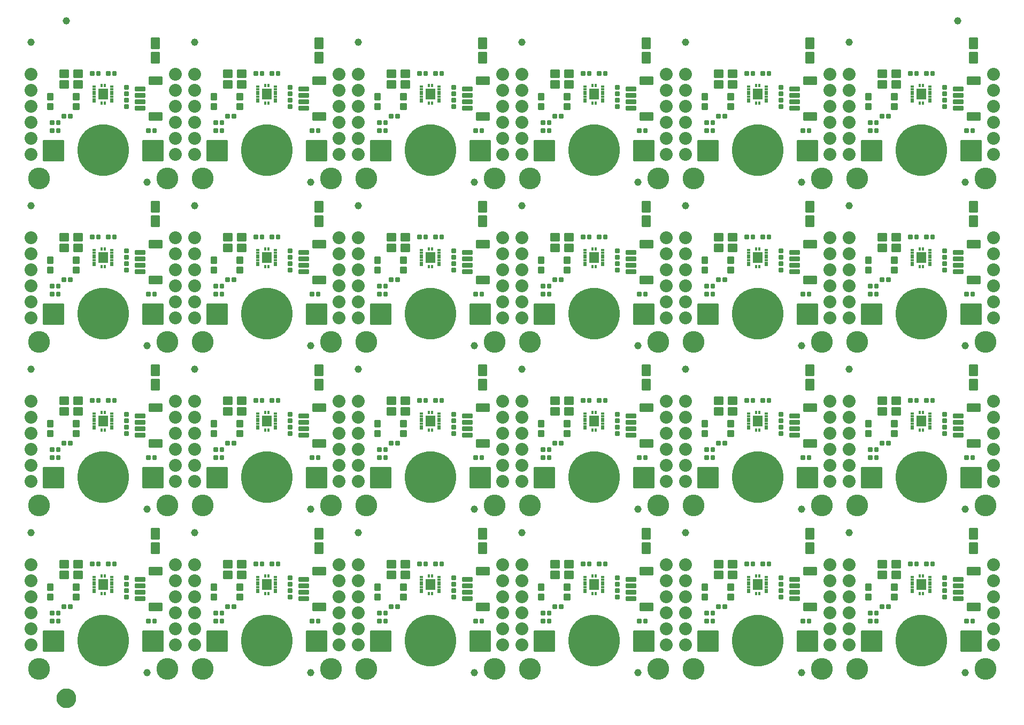
<source format=gts>
G04 EAGLE Gerber RS-274X export*
G75*
%MOMM*%
%FSLAX34Y34*%
%LPD*%
%INSoldermask Top*%
%IPPOS*%
%AMOC8*
5,1,8,0,0,1.08239X$1,22.5*%
G01*
%ADD10R,0.600000X0.300000*%
%ADD11R,1.600000X1.800000*%
%ADD12R,0.300000X0.600000*%
%ADD13C,0.243431*%
%ADD14C,0.255816*%
%ADD15C,2.032000*%
%ADD16C,8.152400*%
%ADD17C,0.232916*%
%ADD18C,3.454400*%
%ADD19C,1.152400*%
%ADD20C,0.252575*%
%ADD21C,0.256031*%
%ADD22C,1.270000*%
%ADD23C,1.652400*%


D10*
X141000Y170750D03*
X141000Y166750D03*
X141000Y162750D03*
X141000Y158750D03*
X141000Y154750D03*
X141000Y150750D03*
X141000Y146750D03*
X113000Y170750D03*
X113000Y166750D03*
X113000Y162750D03*
X113000Y158750D03*
X113000Y154750D03*
X113000Y150750D03*
X113000Y146750D03*
D11*
X127000Y158750D03*
D12*
X129500Y172750D03*
X124500Y172750D03*
X129500Y144750D03*
X124500Y144750D03*
D13*
X71745Y179925D02*
X58655Y179925D01*
X71745Y179925D02*
X71745Y168835D01*
X58655Y168835D01*
X58655Y179925D01*
X58655Y171147D02*
X71745Y171147D01*
X71745Y173459D02*
X58655Y173459D01*
X58655Y175771D02*
X71745Y175771D01*
X71745Y178083D02*
X58655Y178083D01*
X80655Y168835D02*
X93745Y168835D01*
X80655Y168835D02*
X80655Y179925D01*
X93745Y179925D01*
X93745Y168835D01*
X93745Y171147D02*
X80655Y171147D01*
X80655Y173459D02*
X93745Y173459D01*
X93745Y175771D02*
X80655Y175771D01*
X80655Y178083D02*
X93745Y178083D01*
X93745Y185835D02*
X80655Y185835D01*
X80655Y196925D01*
X93745Y196925D01*
X93745Y185835D01*
X93745Y188147D02*
X80655Y188147D01*
X80655Y190459D02*
X93745Y190459D01*
X93745Y192771D02*
X80655Y192771D01*
X80655Y195083D02*
X93745Y195083D01*
X71745Y196925D02*
X58655Y196925D01*
X71745Y196925D02*
X71745Y185835D01*
X58655Y185835D01*
X58655Y196925D01*
X58655Y188147D02*
X71745Y188147D01*
X71745Y190459D02*
X58655Y190459D01*
X58655Y192771D02*
X71745Y192771D01*
X71745Y195083D02*
X58655Y195083D01*
D14*
X132217Y189287D02*
X137183Y189287D01*
X132217Y189287D02*
X132217Y194253D01*
X137183Y194253D01*
X137183Y189287D01*
X137183Y191717D02*
X132217Y191717D01*
X132217Y194147D02*
X137183Y194147D01*
X142217Y189287D02*
X147183Y189287D01*
X142217Y189287D02*
X142217Y194253D01*
X147183Y194253D01*
X147183Y189287D01*
X147183Y191717D02*
X142217Y191717D01*
X142217Y194147D02*
X147183Y194147D01*
D15*
X241300Y63500D03*
X241300Y88900D03*
X241300Y114300D03*
X241300Y139700D03*
X241300Y165100D03*
X241300Y190500D03*
D16*
X127000Y69850D03*
D17*
X190267Y85323D02*
X221213Y85323D01*
X221213Y54377D01*
X190267Y54377D01*
X190267Y85323D01*
X190267Y56590D02*
X221213Y56590D01*
X221213Y58803D02*
X190267Y58803D01*
X190267Y61016D02*
X221213Y61016D01*
X221213Y63229D02*
X190267Y63229D01*
X190267Y65442D02*
X221213Y65442D01*
X221213Y67655D02*
X190267Y67655D01*
X190267Y69868D02*
X221213Y69868D01*
X221213Y72081D02*
X190267Y72081D01*
X190267Y74294D02*
X221213Y74294D01*
X221213Y76507D02*
X190267Y76507D01*
X190267Y78720D02*
X221213Y78720D01*
X221213Y80933D02*
X190267Y80933D01*
X190267Y83146D02*
X221213Y83146D01*
X63733Y85323D02*
X32787Y85323D01*
X63733Y85323D02*
X63733Y54377D01*
X32787Y54377D01*
X32787Y85323D01*
X32787Y56590D02*
X63733Y56590D01*
X63733Y58803D02*
X32787Y58803D01*
X32787Y61016D02*
X63733Y61016D01*
X63733Y63229D02*
X32787Y63229D01*
X32787Y65442D02*
X63733Y65442D01*
X63733Y67655D02*
X32787Y67655D01*
X32787Y69868D02*
X63733Y69868D01*
X63733Y72081D02*
X32787Y72081D01*
X32787Y74294D02*
X63733Y74294D01*
X63733Y76507D02*
X32787Y76507D01*
X32787Y78720D02*
X63733Y78720D01*
X63733Y80933D02*
X32787Y80933D01*
X32787Y83146D02*
X63733Y83146D01*
D18*
X25400Y25400D03*
X228600Y25400D03*
D19*
X12700Y241300D03*
X196850Y19050D03*
D14*
X205717Y104083D02*
X210683Y104083D01*
X210683Y99117D01*
X205717Y99117D01*
X205717Y104083D01*
X205717Y101547D02*
X210683Y101547D01*
X210683Y103977D02*
X205717Y103977D01*
X200683Y104083D02*
X195717Y104083D01*
X200683Y104083D02*
X200683Y99117D01*
X195717Y99117D01*
X195717Y104083D01*
X195717Y101547D02*
X200683Y101547D01*
X200683Y103977D02*
X195717Y103977D01*
D15*
X12700Y190500D03*
X12700Y165100D03*
X12700Y139700D03*
X12700Y114300D03*
X12700Y88900D03*
X12700Y63500D03*
D14*
X178317Y164697D02*
X178317Y169663D01*
X192783Y169663D01*
X192783Y164697D01*
X178317Y164697D01*
X178317Y167127D02*
X192783Y167127D01*
X192783Y169557D02*
X178317Y169557D01*
X178317Y159663D02*
X178317Y154697D01*
X178317Y159663D02*
X192783Y159663D01*
X192783Y154697D01*
X178317Y154697D01*
X178317Y157127D02*
X192783Y157127D01*
X192783Y159557D02*
X178317Y159557D01*
X178317Y149663D02*
X178317Y144697D01*
X178317Y149663D02*
X192783Y149663D01*
X192783Y144697D01*
X178317Y144697D01*
X178317Y147127D02*
X192783Y147127D01*
X192783Y149557D02*
X178317Y149557D01*
X178317Y139663D02*
X178317Y134697D01*
X178317Y139663D02*
X192783Y139663D01*
X192783Y134697D01*
X178317Y134697D01*
X178317Y137127D02*
X192783Y137127D01*
X192783Y139557D02*
X178317Y139557D01*
D13*
X200255Y174635D02*
X200255Y185725D01*
X219345Y185725D01*
X219345Y174635D01*
X200255Y174635D01*
X200255Y176947D02*
X219345Y176947D01*
X219345Y179259D02*
X200255Y179259D01*
X200255Y181571D02*
X219345Y181571D01*
X219345Y183883D02*
X200255Y183883D01*
X200255Y129725D02*
X200255Y118635D01*
X200255Y129725D02*
X219345Y129725D01*
X219345Y118635D01*
X200255Y118635D01*
X200255Y120947D02*
X219345Y120947D01*
X219345Y123259D02*
X200255Y123259D01*
X200255Y125571D02*
X219345Y125571D01*
X219345Y127883D02*
X200255Y127883D01*
D14*
X58283Y104083D02*
X53317Y104083D01*
X58283Y104083D02*
X58283Y99117D01*
X53317Y99117D01*
X53317Y104083D01*
X53317Y101547D02*
X58283Y101547D01*
X58283Y103977D02*
X53317Y103977D01*
X48283Y104083D02*
X43317Y104083D01*
X48283Y104083D02*
X48283Y99117D01*
X43317Y99117D01*
X43317Y104083D01*
X43317Y101547D02*
X48283Y101547D01*
X48283Y103977D02*
X43317Y103977D01*
X53317Y116783D02*
X58283Y116783D01*
X58283Y111817D01*
X53317Y111817D01*
X53317Y116783D01*
X53317Y114247D02*
X58283Y114247D01*
X58283Y116677D02*
X53317Y116677D01*
X48283Y116783D02*
X43317Y116783D01*
X48283Y116783D02*
X48283Y111817D01*
X43317Y111817D01*
X43317Y116783D01*
X43317Y114247D02*
X48283Y114247D01*
X48283Y116677D02*
X43317Y116677D01*
X116817Y194253D02*
X121783Y194253D01*
X121783Y189287D01*
X116817Y189287D01*
X116817Y194253D01*
X116817Y191717D02*
X121783Y191717D01*
X121783Y194147D02*
X116817Y194147D01*
X111783Y194253D02*
X106817Y194253D01*
X111783Y194253D02*
X111783Y189287D01*
X106817Y189287D01*
X106817Y194253D01*
X106817Y191717D02*
X111783Y191717D01*
X111783Y194147D02*
X106817Y194147D01*
X67333Y121977D02*
X62367Y121977D01*
X62367Y126943D01*
X67333Y126943D01*
X67333Y121977D01*
X67333Y124407D02*
X62367Y124407D01*
X62367Y126837D02*
X67333Y126837D01*
X72367Y121977D02*
X77333Y121977D01*
X72367Y121977D02*
X72367Y126943D01*
X77333Y126943D01*
X77333Y121977D01*
X77333Y124407D02*
X72367Y124407D01*
X72367Y126837D02*
X77333Y126837D01*
X161347Y147297D02*
X161347Y152263D01*
X166313Y152263D01*
X166313Y147297D01*
X161347Y147297D01*
X161347Y149727D02*
X166313Y149727D01*
X166313Y152157D02*
X161347Y152157D01*
X161347Y142263D02*
X161347Y137297D01*
X161347Y142263D02*
X166313Y142263D01*
X166313Y137297D01*
X161347Y137297D01*
X161347Y139727D02*
X166313Y139727D01*
X166313Y142157D02*
X161347Y142157D01*
X166313Y157617D02*
X166313Y162583D01*
X166313Y157617D02*
X161347Y157617D01*
X161347Y162583D01*
X166313Y162583D01*
X166313Y160047D02*
X161347Y160047D01*
X161347Y162477D02*
X166313Y162477D01*
X166313Y167617D02*
X166313Y172583D01*
X166313Y167617D02*
X161347Y167617D01*
X161347Y172583D01*
X166313Y172583D01*
X166313Y170047D02*
X161347Y170047D01*
X161347Y172477D02*
X166313Y172477D01*
D20*
X87999Y150821D02*
X80001Y150821D01*
X80001Y159819D01*
X87999Y159819D01*
X87999Y150821D01*
X87999Y153221D02*
X80001Y153221D01*
X80001Y155621D02*
X87999Y155621D01*
X87999Y158021D02*
X80001Y158021D01*
X80001Y134821D02*
X87999Y134821D01*
X80001Y134821D02*
X80001Y143819D01*
X87999Y143819D01*
X87999Y134821D01*
X87999Y137221D02*
X80001Y137221D01*
X80001Y139621D02*
X87999Y139621D01*
X87999Y142021D02*
X80001Y142021D01*
X46999Y134821D02*
X39001Y134821D01*
X39001Y143819D01*
X46999Y143819D01*
X46999Y134821D01*
X46999Y137221D02*
X39001Y137221D01*
X39001Y139621D02*
X46999Y139621D01*
X46999Y142021D02*
X39001Y142021D01*
X39001Y150821D02*
X46999Y150821D01*
X39001Y150821D02*
X39001Y159819D01*
X46999Y159819D01*
X46999Y150821D01*
X46999Y153221D02*
X39001Y153221D01*
X39001Y155621D02*
X46999Y155621D01*
X46999Y158021D02*
X39001Y158021D01*
D21*
X215382Y231912D02*
X215382Y247640D01*
X215382Y231912D02*
X203718Y231912D01*
X203718Y247640D01*
X215382Y247640D01*
X215382Y234344D02*
X203718Y234344D01*
X203718Y236776D02*
X215382Y236776D01*
X215382Y239208D02*
X203718Y239208D01*
X203718Y241640D02*
X215382Y241640D01*
X215382Y244072D02*
X203718Y244072D01*
X203718Y246504D02*
X215382Y246504D01*
X215382Y224780D02*
X215382Y209052D01*
X203718Y209052D01*
X203718Y224780D01*
X215382Y224780D01*
X215382Y211484D02*
X203718Y211484D01*
X203718Y213916D02*
X215382Y213916D01*
X215382Y216348D02*
X203718Y216348D01*
X203718Y218780D02*
X215382Y218780D01*
X215382Y221212D02*
X203718Y221212D01*
X203718Y223644D02*
X215382Y223644D01*
D10*
X400080Y170750D03*
X400080Y166750D03*
X400080Y162750D03*
X400080Y158750D03*
X400080Y154750D03*
X400080Y150750D03*
X400080Y146750D03*
X372080Y170750D03*
X372080Y166750D03*
X372080Y162750D03*
X372080Y158750D03*
X372080Y154750D03*
X372080Y150750D03*
X372080Y146750D03*
D11*
X386080Y158750D03*
D12*
X388580Y172750D03*
X383580Y172750D03*
X388580Y144750D03*
X383580Y144750D03*
D13*
X330825Y179925D02*
X317735Y179925D01*
X330825Y179925D02*
X330825Y168835D01*
X317735Y168835D01*
X317735Y179925D01*
X317735Y171147D02*
X330825Y171147D01*
X330825Y173459D02*
X317735Y173459D01*
X317735Y175771D02*
X330825Y175771D01*
X330825Y178083D02*
X317735Y178083D01*
X339735Y168835D02*
X352825Y168835D01*
X339735Y168835D02*
X339735Y179925D01*
X352825Y179925D01*
X352825Y168835D01*
X352825Y171147D02*
X339735Y171147D01*
X339735Y173459D02*
X352825Y173459D01*
X352825Y175771D02*
X339735Y175771D01*
X339735Y178083D02*
X352825Y178083D01*
X352825Y185835D02*
X339735Y185835D01*
X339735Y196925D01*
X352825Y196925D01*
X352825Y185835D01*
X352825Y188147D02*
X339735Y188147D01*
X339735Y190459D02*
X352825Y190459D01*
X352825Y192771D02*
X339735Y192771D01*
X339735Y195083D02*
X352825Y195083D01*
X330825Y196925D02*
X317735Y196925D01*
X330825Y196925D02*
X330825Y185835D01*
X317735Y185835D01*
X317735Y196925D01*
X317735Y188147D02*
X330825Y188147D01*
X330825Y190459D02*
X317735Y190459D01*
X317735Y192771D02*
X330825Y192771D01*
X330825Y195083D02*
X317735Y195083D01*
D14*
X391297Y189287D02*
X396263Y189287D01*
X391297Y189287D02*
X391297Y194253D01*
X396263Y194253D01*
X396263Y189287D01*
X396263Y191717D02*
X391297Y191717D01*
X391297Y194147D02*
X396263Y194147D01*
X401297Y189287D02*
X406263Y189287D01*
X401297Y189287D02*
X401297Y194253D01*
X406263Y194253D01*
X406263Y189287D01*
X406263Y191717D02*
X401297Y191717D01*
X401297Y194147D02*
X406263Y194147D01*
D15*
X500380Y63500D03*
X500380Y88900D03*
X500380Y114300D03*
X500380Y139700D03*
X500380Y165100D03*
X500380Y190500D03*
D16*
X386080Y69850D03*
D17*
X449347Y85323D02*
X480293Y85323D01*
X480293Y54377D01*
X449347Y54377D01*
X449347Y85323D01*
X449347Y56590D02*
X480293Y56590D01*
X480293Y58803D02*
X449347Y58803D01*
X449347Y61016D02*
X480293Y61016D01*
X480293Y63229D02*
X449347Y63229D01*
X449347Y65442D02*
X480293Y65442D01*
X480293Y67655D02*
X449347Y67655D01*
X449347Y69868D02*
X480293Y69868D01*
X480293Y72081D02*
X449347Y72081D01*
X449347Y74294D02*
X480293Y74294D01*
X480293Y76507D02*
X449347Y76507D01*
X449347Y78720D02*
X480293Y78720D01*
X480293Y80933D02*
X449347Y80933D01*
X449347Y83146D02*
X480293Y83146D01*
X322813Y85323D02*
X291867Y85323D01*
X322813Y85323D02*
X322813Y54377D01*
X291867Y54377D01*
X291867Y85323D01*
X291867Y56590D02*
X322813Y56590D01*
X322813Y58803D02*
X291867Y58803D01*
X291867Y61016D02*
X322813Y61016D01*
X322813Y63229D02*
X291867Y63229D01*
X291867Y65442D02*
X322813Y65442D01*
X322813Y67655D02*
X291867Y67655D01*
X291867Y69868D02*
X322813Y69868D01*
X322813Y72081D02*
X291867Y72081D01*
X291867Y74294D02*
X322813Y74294D01*
X322813Y76507D02*
X291867Y76507D01*
X291867Y78720D02*
X322813Y78720D01*
X322813Y80933D02*
X291867Y80933D01*
X291867Y83146D02*
X322813Y83146D01*
D18*
X284480Y25400D03*
X487680Y25400D03*
D19*
X271780Y241300D03*
X455930Y19050D03*
D14*
X464797Y104083D02*
X469763Y104083D01*
X469763Y99117D01*
X464797Y99117D01*
X464797Y104083D01*
X464797Y101547D02*
X469763Y101547D01*
X469763Y103977D02*
X464797Y103977D01*
X459763Y104083D02*
X454797Y104083D01*
X459763Y104083D02*
X459763Y99117D01*
X454797Y99117D01*
X454797Y104083D01*
X454797Y101547D02*
X459763Y101547D01*
X459763Y103977D02*
X454797Y103977D01*
D15*
X271780Y190500D03*
X271780Y165100D03*
X271780Y139700D03*
X271780Y114300D03*
X271780Y88900D03*
X271780Y63500D03*
D14*
X437397Y164697D02*
X437397Y169663D01*
X451863Y169663D01*
X451863Y164697D01*
X437397Y164697D01*
X437397Y167127D02*
X451863Y167127D01*
X451863Y169557D02*
X437397Y169557D01*
X437397Y159663D02*
X437397Y154697D01*
X437397Y159663D02*
X451863Y159663D01*
X451863Y154697D01*
X437397Y154697D01*
X437397Y157127D02*
X451863Y157127D01*
X451863Y159557D02*
X437397Y159557D01*
X437397Y149663D02*
X437397Y144697D01*
X437397Y149663D02*
X451863Y149663D01*
X451863Y144697D01*
X437397Y144697D01*
X437397Y147127D02*
X451863Y147127D01*
X451863Y149557D02*
X437397Y149557D01*
X437397Y139663D02*
X437397Y134697D01*
X437397Y139663D02*
X451863Y139663D01*
X451863Y134697D01*
X437397Y134697D01*
X437397Y137127D02*
X451863Y137127D01*
X451863Y139557D02*
X437397Y139557D01*
D13*
X459335Y174635D02*
X459335Y185725D01*
X478425Y185725D01*
X478425Y174635D01*
X459335Y174635D01*
X459335Y176947D02*
X478425Y176947D01*
X478425Y179259D02*
X459335Y179259D01*
X459335Y181571D02*
X478425Y181571D01*
X478425Y183883D02*
X459335Y183883D01*
X459335Y129725D02*
X459335Y118635D01*
X459335Y129725D02*
X478425Y129725D01*
X478425Y118635D01*
X459335Y118635D01*
X459335Y120947D02*
X478425Y120947D01*
X478425Y123259D02*
X459335Y123259D01*
X459335Y125571D02*
X478425Y125571D01*
X478425Y127883D02*
X459335Y127883D01*
D14*
X317363Y104083D02*
X312397Y104083D01*
X317363Y104083D02*
X317363Y99117D01*
X312397Y99117D01*
X312397Y104083D01*
X312397Y101547D02*
X317363Y101547D01*
X317363Y103977D02*
X312397Y103977D01*
X307363Y104083D02*
X302397Y104083D01*
X307363Y104083D02*
X307363Y99117D01*
X302397Y99117D01*
X302397Y104083D01*
X302397Y101547D02*
X307363Y101547D01*
X307363Y103977D02*
X302397Y103977D01*
X312397Y116783D02*
X317363Y116783D01*
X317363Y111817D01*
X312397Y111817D01*
X312397Y116783D01*
X312397Y114247D02*
X317363Y114247D01*
X317363Y116677D02*
X312397Y116677D01*
X307363Y116783D02*
X302397Y116783D01*
X307363Y116783D02*
X307363Y111817D01*
X302397Y111817D01*
X302397Y116783D01*
X302397Y114247D02*
X307363Y114247D01*
X307363Y116677D02*
X302397Y116677D01*
X375897Y194253D02*
X380863Y194253D01*
X380863Y189287D01*
X375897Y189287D01*
X375897Y194253D01*
X375897Y191717D02*
X380863Y191717D01*
X380863Y194147D02*
X375897Y194147D01*
X370863Y194253D02*
X365897Y194253D01*
X370863Y194253D02*
X370863Y189287D01*
X365897Y189287D01*
X365897Y194253D01*
X365897Y191717D02*
X370863Y191717D01*
X370863Y194147D02*
X365897Y194147D01*
X326413Y121977D02*
X321447Y121977D01*
X321447Y126943D01*
X326413Y126943D01*
X326413Y121977D01*
X326413Y124407D02*
X321447Y124407D01*
X321447Y126837D02*
X326413Y126837D01*
X331447Y121977D02*
X336413Y121977D01*
X331447Y121977D02*
X331447Y126943D01*
X336413Y126943D01*
X336413Y121977D01*
X336413Y124407D02*
X331447Y124407D01*
X331447Y126837D02*
X336413Y126837D01*
X420427Y147297D02*
X420427Y152263D01*
X425393Y152263D01*
X425393Y147297D01*
X420427Y147297D01*
X420427Y149727D02*
X425393Y149727D01*
X425393Y152157D02*
X420427Y152157D01*
X420427Y142263D02*
X420427Y137297D01*
X420427Y142263D02*
X425393Y142263D01*
X425393Y137297D01*
X420427Y137297D01*
X420427Y139727D02*
X425393Y139727D01*
X425393Y142157D02*
X420427Y142157D01*
X425393Y157617D02*
X425393Y162583D01*
X425393Y157617D02*
X420427Y157617D01*
X420427Y162583D01*
X425393Y162583D01*
X425393Y160047D02*
X420427Y160047D01*
X420427Y162477D02*
X425393Y162477D01*
X425393Y167617D02*
X425393Y172583D01*
X425393Y167617D02*
X420427Y167617D01*
X420427Y172583D01*
X425393Y172583D01*
X425393Y170047D02*
X420427Y170047D01*
X420427Y172477D02*
X425393Y172477D01*
D20*
X347079Y150821D02*
X339081Y150821D01*
X339081Y159819D01*
X347079Y159819D01*
X347079Y150821D01*
X347079Y153221D02*
X339081Y153221D01*
X339081Y155621D02*
X347079Y155621D01*
X347079Y158021D02*
X339081Y158021D01*
X339081Y134821D02*
X347079Y134821D01*
X339081Y134821D02*
X339081Y143819D01*
X347079Y143819D01*
X347079Y134821D01*
X347079Y137221D02*
X339081Y137221D01*
X339081Y139621D02*
X347079Y139621D01*
X347079Y142021D02*
X339081Y142021D01*
X306079Y134821D02*
X298081Y134821D01*
X298081Y143819D01*
X306079Y143819D01*
X306079Y134821D01*
X306079Y137221D02*
X298081Y137221D01*
X298081Y139621D02*
X306079Y139621D01*
X306079Y142021D02*
X298081Y142021D01*
X298081Y150821D02*
X306079Y150821D01*
X298081Y150821D02*
X298081Y159819D01*
X306079Y159819D01*
X306079Y150821D01*
X306079Y153221D02*
X298081Y153221D01*
X298081Y155621D02*
X306079Y155621D01*
X306079Y158021D02*
X298081Y158021D01*
D21*
X474462Y231912D02*
X474462Y247640D01*
X474462Y231912D02*
X462798Y231912D01*
X462798Y247640D01*
X474462Y247640D01*
X474462Y234344D02*
X462798Y234344D01*
X462798Y236776D02*
X474462Y236776D01*
X474462Y239208D02*
X462798Y239208D01*
X462798Y241640D02*
X474462Y241640D01*
X474462Y244072D02*
X462798Y244072D01*
X462798Y246504D02*
X474462Y246504D01*
X474462Y224780D02*
X474462Y209052D01*
X462798Y209052D01*
X462798Y224780D01*
X474462Y224780D01*
X474462Y211484D02*
X462798Y211484D01*
X462798Y213916D02*
X474462Y213916D01*
X474462Y216348D02*
X462798Y216348D01*
X462798Y218780D02*
X474462Y218780D01*
X474462Y221212D02*
X462798Y221212D01*
X462798Y223644D02*
X474462Y223644D01*
D10*
X659160Y170750D03*
X659160Y166750D03*
X659160Y162750D03*
X659160Y158750D03*
X659160Y154750D03*
X659160Y150750D03*
X659160Y146750D03*
X631160Y170750D03*
X631160Y166750D03*
X631160Y162750D03*
X631160Y158750D03*
X631160Y154750D03*
X631160Y150750D03*
X631160Y146750D03*
D11*
X645160Y158750D03*
D12*
X647660Y172750D03*
X642660Y172750D03*
X647660Y144750D03*
X642660Y144750D03*
D13*
X589905Y179925D02*
X576815Y179925D01*
X589905Y179925D02*
X589905Y168835D01*
X576815Y168835D01*
X576815Y179925D01*
X576815Y171147D02*
X589905Y171147D01*
X589905Y173459D02*
X576815Y173459D01*
X576815Y175771D02*
X589905Y175771D01*
X589905Y178083D02*
X576815Y178083D01*
X598815Y168835D02*
X611905Y168835D01*
X598815Y168835D02*
X598815Y179925D01*
X611905Y179925D01*
X611905Y168835D01*
X611905Y171147D02*
X598815Y171147D01*
X598815Y173459D02*
X611905Y173459D01*
X611905Y175771D02*
X598815Y175771D01*
X598815Y178083D02*
X611905Y178083D01*
X611905Y185835D02*
X598815Y185835D01*
X598815Y196925D01*
X611905Y196925D01*
X611905Y185835D01*
X611905Y188147D02*
X598815Y188147D01*
X598815Y190459D02*
X611905Y190459D01*
X611905Y192771D02*
X598815Y192771D01*
X598815Y195083D02*
X611905Y195083D01*
X589905Y196925D02*
X576815Y196925D01*
X589905Y196925D02*
X589905Y185835D01*
X576815Y185835D01*
X576815Y196925D01*
X576815Y188147D02*
X589905Y188147D01*
X589905Y190459D02*
X576815Y190459D01*
X576815Y192771D02*
X589905Y192771D01*
X589905Y195083D02*
X576815Y195083D01*
D14*
X650377Y189287D02*
X655343Y189287D01*
X650377Y189287D02*
X650377Y194253D01*
X655343Y194253D01*
X655343Y189287D01*
X655343Y191717D02*
X650377Y191717D01*
X650377Y194147D02*
X655343Y194147D01*
X660377Y189287D02*
X665343Y189287D01*
X660377Y189287D02*
X660377Y194253D01*
X665343Y194253D01*
X665343Y189287D01*
X665343Y191717D02*
X660377Y191717D01*
X660377Y194147D02*
X665343Y194147D01*
D15*
X759460Y63500D03*
X759460Y88900D03*
X759460Y114300D03*
X759460Y139700D03*
X759460Y165100D03*
X759460Y190500D03*
D16*
X645160Y69850D03*
D17*
X708427Y85323D02*
X739373Y85323D01*
X739373Y54377D01*
X708427Y54377D01*
X708427Y85323D01*
X708427Y56590D02*
X739373Y56590D01*
X739373Y58803D02*
X708427Y58803D01*
X708427Y61016D02*
X739373Y61016D01*
X739373Y63229D02*
X708427Y63229D01*
X708427Y65442D02*
X739373Y65442D01*
X739373Y67655D02*
X708427Y67655D01*
X708427Y69868D02*
X739373Y69868D01*
X739373Y72081D02*
X708427Y72081D01*
X708427Y74294D02*
X739373Y74294D01*
X739373Y76507D02*
X708427Y76507D01*
X708427Y78720D02*
X739373Y78720D01*
X739373Y80933D02*
X708427Y80933D01*
X708427Y83146D02*
X739373Y83146D01*
X581893Y85323D02*
X550947Y85323D01*
X581893Y85323D02*
X581893Y54377D01*
X550947Y54377D01*
X550947Y85323D01*
X550947Y56590D02*
X581893Y56590D01*
X581893Y58803D02*
X550947Y58803D01*
X550947Y61016D02*
X581893Y61016D01*
X581893Y63229D02*
X550947Y63229D01*
X550947Y65442D02*
X581893Y65442D01*
X581893Y67655D02*
X550947Y67655D01*
X550947Y69868D02*
X581893Y69868D01*
X581893Y72081D02*
X550947Y72081D01*
X550947Y74294D02*
X581893Y74294D01*
X581893Y76507D02*
X550947Y76507D01*
X550947Y78720D02*
X581893Y78720D01*
X581893Y80933D02*
X550947Y80933D01*
X550947Y83146D02*
X581893Y83146D01*
D18*
X543560Y25400D03*
X746760Y25400D03*
D19*
X530860Y241300D03*
X715010Y19050D03*
D14*
X723877Y104083D02*
X728843Y104083D01*
X728843Y99117D01*
X723877Y99117D01*
X723877Y104083D01*
X723877Y101547D02*
X728843Y101547D01*
X728843Y103977D02*
X723877Y103977D01*
X718843Y104083D02*
X713877Y104083D01*
X718843Y104083D02*
X718843Y99117D01*
X713877Y99117D01*
X713877Y104083D01*
X713877Y101547D02*
X718843Y101547D01*
X718843Y103977D02*
X713877Y103977D01*
D15*
X530860Y190500D03*
X530860Y165100D03*
X530860Y139700D03*
X530860Y114300D03*
X530860Y88900D03*
X530860Y63500D03*
D14*
X696477Y164697D02*
X696477Y169663D01*
X710943Y169663D01*
X710943Y164697D01*
X696477Y164697D01*
X696477Y167127D02*
X710943Y167127D01*
X710943Y169557D02*
X696477Y169557D01*
X696477Y159663D02*
X696477Y154697D01*
X696477Y159663D02*
X710943Y159663D01*
X710943Y154697D01*
X696477Y154697D01*
X696477Y157127D02*
X710943Y157127D01*
X710943Y159557D02*
X696477Y159557D01*
X696477Y149663D02*
X696477Y144697D01*
X696477Y149663D02*
X710943Y149663D01*
X710943Y144697D01*
X696477Y144697D01*
X696477Y147127D02*
X710943Y147127D01*
X710943Y149557D02*
X696477Y149557D01*
X696477Y139663D02*
X696477Y134697D01*
X696477Y139663D02*
X710943Y139663D01*
X710943Y134697D01*
X696477Y134697D01*
X696477Y137127D02*
X710943Y137127D01*
X710943Y139557D02*
X696477Y139557D01*
D13*
X718415Y174635D02*
X718415Y185725D01*
X737505Y185725D01*
X737505Y174635D01*
X718415Y174635D01*
X718415Y176947D02*
X737505Y176947D01*
X737505Y179259D02*
X718415Y179259D01*
X718415Y181571D02*
X737505Y181571D01*
X737505Y183883D02*
X718415Y183883D01*
X718415Y129725D02*
X718415Y118635D01*
X718415Y129725D02*
X737505Y129725D01*
X737505Y118635D01*
X718415Y118635D01*
X718415Y120947D02*
X737505Y120947D01*
X737505Y123259D02*
X718415Y123259D01*
X718415Y125571D02*
X737505Y125571D01*
X737505Y127883D02*
X718415Y127883D01*
D14*
X576443Y104083D02*
X571477Y104083D01*
X576443Y104083D02*
X576443Y99117D01*
X571477Y99117D01*
X571477Y104083D01*
X571477Y101547D02*
X576443Y101547D01*
X576443Y103977D02*
X571477Y103977D01*
X566443Y104083D02*
X561477Y104083D01*
X566443Y104083D02*
X566443Y99117D01*
X561477Y99117D01*
X561477Y104083D01*
X561477Y101547D02*
X566443Y101547D01*
X566443Y103977D02*
X561477Y103977D01*
X571477Y116783D02*
X576443Y116783D01*
X576443Y111817D01*
X571477Y111817D01*
X571477Y116783D01*
X571477Y114247D02*
X576443Y114247D01*
X576443Y116677D02*
X571477Y116677D01*
X566443Y116783D02*
X561477Y116783D01*
X566443Y116783D02*
X566443Y111817D01*
X561477Y111817D01*
X561477Y116783D01*
X561477Y114247D02*
X566443Y114247D01*
X566443Y116677D02*
X561477Y116677D01*
X634977Y194253D02*
X639943Y194253D01*
X639943Y189287D01*
X634977Y189287D01*
X634977Y194253D01*
X634977Y191717D02*
X639943Y191717D01*
X639943Y194147D02*
X634977Y194147D01*
X629943Y194253D02*
X624977Y194253D01*
X629943Y194253D02*
X629943Y189287D01*
X624977Y189287D01*
X624977Y194253D01*
X624977Y191717D02*
X629943Y191717D01*
X629943Y194147D02*
X624977Y194147D01*
X585493Y121977D02*
X580527Y121977D01*
X580527Y126943D01*
X585493Y126943D01*
X585493Y121977D01*
X585493Y124407D02*
X580527Y124407D01*
X580527Y126837D02*
X585493Y126837D01*
X590527Y121977D02*
X595493Y121977D01*
X590527Y121977D02*
X590527Y126943D01*
X595493Y126943D01*
X595493Y121977D01*
X595493Y124407D02*
X590527Y124407D01*
X590527Y126837D02*
X595493Y126837D01*
X679507Y147297D02*
X679507Y152263D01*
X684473Y152263D01*
X684473Y147297D01*
X679507Y147297D01*
X679507Y149727D02*
X684473Y149727D01*
X684473Y152157D02*
X679507Y152157D01*
X679507Y142263D02*
X679507Y137297D01*
X679507Y142263D02*
X684473Y142263D01*
X684473Y137297D01*
X679507Y137297D01*
X679507Y139727D02*
X684473Y139727D01*
X684473Y142157D02*
X679507Y142157D01*
X684473Y157617D02*
X684473Y162583D01*
X684473Y157617D02*
X679507Y157617D01*
X679507Y162583D01*
X684473Y162583D01*
X684473Y160047D02*
X679507Y160047D01*
X679507Y162477D02*
X684473Y162477D01*
X684473Y167617D02*
X684473Y172583D01*
X684473Y167617D02*
X679507Y167617D01*
X679507Y172583D01*
X684473Y172583D01*
X684473Y170047D02*
X679507Y170047D01*
X679507Y172477D02*
X684473Y172477D01*
D20*
X606159Y150821D02*
X598161Y150821D01*
X598161Y159819D01*
X606159Y159819D01*
X606159Y150821D01*
X606159Y153221D02*
X598161Y153221D01*
X598161Y155621D02*
X606159Y155621D01*
X606159Y158021D02*
X598161Y158021D01*
X598161Y134821D02*
X606159Y134821D01*
X598161Y134821D02*
X598161Y143819D01*
X606159Y143819D01*
X606159Y134821D01*
X606159Y137221D02*
X598161Y137221D01*
X598161Y139621D02*
X606159Y139621D01*
X606159Y142021D02*
X598161Y142021D01*
X565159Y134821D02*
X557161Y134821D01*
X557161Y143819D01*
X565159Y143819D01*
X565159Y134821D01*
X565159Y137221D02*
X557161Y137221D01*
X557161Y139621D02*
X565159Y139621D01*
X565159Y142021D02*
X557161Y142021D01*
X557161Y150821D02*
X565159Y150821D01*
X557161Y150821D02*
X557161Y159819D01*
X565159Y159819D01*
X565159Y150821D01*
X565159Y153221D02*
X557161Y153221D01*
X557161Y155621D02*
X565159Y155621D01*
X565159Y158021D02*
X557161Y158021D01*
D21*
X733542Y231912D02*
X733542Y247640D01*
X733542Y231912D02*
X721878Y231912D01*
X721878Y247640D01*
X733542Y247640D01*
X733542Y234344D02*
X721878Y234344D01*
X721878Y236776D02*
X733542Y236776D01*
X733542Y239208D02*
X721878Y239208D01*
X721878Y241640D02*
X733542Y241640D01*
X733542Y244072D02*
X721878Y244072D01*
X721878Y246504D02*
X733542Y246504D01*
X733542Y224780D02*
X733542Y209052D01*
X721878Y209052D01*
X721878Y224780D01*
X733542Y224780D01*
X733542Y211484D02*
X721878Y211484D01*
X721878Y213916D02*
X733542Y213916D01*
X733542Y216348D02*
X721878Y216348D01*
X721878Y218780D02*
X733542Y218780D01*
X733542Y221212D02*
X721878Y221212D01*
X721878Y223644D02*
X733542Y223644D01*
D10*
X918240Y170750D03*
X918240Y166750D03*
X918240Y162750D03*
X918240Y158750D03*
X918240Y154750D03*
X918240Y150750D03*
X918240Y146750D03*
X890240Y170750D03*
X890240Y166750D03*
X890240Y162750D03*
X890240Y158750D03*
X890240Y154750D03*
X890240Y150750D03*
X890240Y146750D03*
D11*
X904240Y158750D03*
D12*
X906740Y172750D03*
X901740Y172750D03*
X906740Y144750D03*
X901740Y144750D03*
D13*
X848985Y179925D02*
X835895Y179925D01*
X848985Y179925D02*
X848985Y168835D01*
X835895Y168835D01*
X835895Y179925D01*
X835895Y171147D02*
X848985Y171147D01*
X848985Y173459D02*
X835895Y173459D01*
X835895Y175771D02*
X848985Y175771D01*
X848985Y178083D02*
X835895Y178083D01*
X857895Y168835D02*
X870985Y168835D01*
X857895Y168835D02*
X857895Y179925D01*
X870985Y179925D01*
X870985Y168835D01*
X870985Y171147D02*
X857895Y171147D01*
X857895Y173459D02*
X870985Y173459D01*
X870985Y175771D02*
X857895Y175771D01*
X857895Y178083D02*
X870985Y178083D01*
X870985Y185835D02*
X857895Y185835D01*
X857895Y196925D01*
X870985Y196925D01*
X870985Y185835D01*
X870985Y188147D02*
X857895Y188147D01*
X857895Y190459D02*
X870985Y190459D01*
X870985Y192771D02*
X857895Y192771D01*
X857895Y195083D02*
X870985Y195083D01*
X848985Y196925D02*
X835895Y196925D01*
X848985Y196925D02*
X848985Y185835D01*
X835895Y185835D01*
X835895Y196925D01*
X835895Y188147D02*
X848985Y188147D01*
X848985Y190459D02*
X835895Y190459D01*
X835895Y192771D02*
X848985Y192771D01*
X848985Y195083D02*
X835895Y195083D01*
D14*
X909457Y189287D02*
X914423Y189287D01*
X909457Y189287D02*
X909457Y194253D01*
X914423Y194253D01*
X914423Y189287D01*
X914423Y191717D02*
X909457Y191717D01*
X909457Y194147D02*
X914423Y194147D01*
X919457Y189287D02*
X924423Y189287D01*
X919457Y189287D02*
X919457Y194253D01*
X924423Y194253D01*
X924423Y189287D01*
X924423Y191717D02*
X919457Y191717D01*
X919457Y194147D02*
X924423Y194147D01*
D15*
X1018540Y63500D03*
X1018540Y88900D03*
X1018540Y114300D03*
X1018540Y139700D03*
X1018540Y165100D03*
X1018540Y190500D03*
D16*
X904240Y69850D03*
D17*
X967507Y85323D02*
X998453Y85323D01*
X998453Y54377D01*
X967507Y54377D01*
X967507Y85323D01*
X967507Y56590D02*
X998453Y56590D01*
X998453Y58803D02*
X967507Y58803D01*
X967507Y61016D02*
X998453Y61016D01*
X998453Y63229D02*
X967507Y63229D01*
X967507Y65442D02*
X998453Y65442D01*
X998453Y67655D02*
X967507Y67655D01*
X967507Y69868D02*
X998453Y69868D01*
X998453Y72081D02*
X967507Y72081D01*
X967507Y74294D02*
X998453Y74294D01*
X998453Y76507D02*
X967507Y76507D01*
X967507Y78720D02*
X998453Y78720D01*
X998453Y80933D02*
X967507Y80933D01*
X967507Y83146D02*
X998453Y83146D01*
X840973Y85323D02*
X810027Y85323D01*
X840973Y85323D02*
X840973Y54377D01*
X810027Y54377D01*
X810027Y85323D01*
X810027Y56590D02*
X840973Y56590D01*
X840973Y58803D02*
X810027Y58803D01*
X810027Y61016D02*
X840973Y61016D01*
X840973Y63229D02*
X810027Y63229D01*
X810027Y65442D02*
X840973Y65442D01*
X840973Y67655D02*
X810027Y67655D01*
X810027Y69868D02*
X840973Y69868D01*
X840973Y72081D02*
X810027Y72081D01*
X810027Y74294D02*
X840973Y74294D01*
X840973Y76507D02*
X810027Y76507D01*
X810027Y78720D02*
X840973Y78720D01*
X840973Y80933D02*
X810027Y80933D01*
X810027Y83146D02*
X840973Y83146D01*
D18*
X802640Y25400D03*
X1005840Y25400D03*
D19*
X789940Y241300D03*
X974090Y19050D03*
D14*
X982957Y104083D02*
X987923Y104083D01*
X987923Y99117D01*
X982957Y99117D01*
X982957Y104083D01*
X982957Y101547D02*
X987923Y101547D01*
X987923Y103977D02*
X982957Y103977D01*
X977923Y104083D02*
X972957Y104083D01*
X977923Y104083D02*
X977923Y99117D01*
X972957Y99117D01*
X972957Y104083D01*
X972957Y101547D02*
X977923Y101547D01*
X977923Y103977D02*
X972957Y103977D01*
D15*
X789940Y190500D03*
X789940Y165100D03*
X789940Y139700D03*
X789940Y114300D03*
X789940Y88900D03*
X789940Y63500D03*
D14*
X955557Y164697D02*
X955557Y169663D01*
X970023Y169663D01*
X970023Y164697D01*
X955557Y164697D01*
X955557Y167127D02*
X970023Y167127D01*
X970023Y169557D02*
X955557Y169557D01*
X955557Y159663D02*
X955557Y154697D01*
X955557Y159663D02*
X970023Y159663D01*
X970023Y154697D01*
X955557Y154697D01*
X955557Y157127D02*
X970023Y157127D01*
X970023Y159557D02*
X955557Y159557D01*
X955557Y149663D02*
X955557Y144697D01*
X955557Y149663D02*
X970023Y149663D01*
X970023Y144697D01*
X955557Y144697D01*
X955557Y147127D02*
X970023Y147127D01*
X970023Y149557D02*
X955557Y149557D01*
X955557Y139663D02*
X955557Y134697D01*
X955557Y139663D02*
X970023Y139663D01*
X970023Y134697D01*
X955557Y134697D01*
X955557Y137127D02*
X970023Y137127D01*
X970023Y139557D02*
X955557Y139557D01*
D13*
X977495Y174635D02*
X977495Y185725D01*
X996585Y185725D01*
X996585Y174635D01*
X977495Y174635D01*
X977495Y176947D02*
X996585Y176947D01*
X996585Y179259D02*
X977495Y179259D01*
X977495Y181571D02*
X996585Y181571D01*
X996585Y183883D02*
X977495Y183883D01*
X977495Y129725D02*
X977495Y118635D01*
X977495Y129725D02*
X996585Y129725D01*
X996585Y118635D01*
X977495Y118635D01*
X977495Y120947D02*
X996585Y120947D01*
X996585Y123259D02*
X977495Y123259D01*
X977495Y125571D02*
X996585Y125571D01*
X996585Y127883D02*
X977495Y127883D01*
D14*
X835523Y104083D02*
X830557Y104083D01*
X835523Y104083D02*
X835523Y99117D01*
X830557Y99117D01*
X830557Y104083D01*
X830557Y101547D02*
X835523Y101547D01*
X835523Y103977D02*
X830557Y103977D01*
X825523Y104083D02*
X820557Y104083D01*
X825523Y104083D02*
X825523Y99117D01*
X820557Y99117D01*
X820557Y104083D01*
X820557Y101547D02*
X825523Y101547D01*
X825523Y103977D02*
X820557Y103977D01*
X830557Y116783D02*
X835523Y116783D01*
X835523Y111817D01*
X830557Y111817D01*
X830557Y116783D01*
X830557Y114247D02*
X835523Y114247D01*
X835523Y116677D02*
X830557Y116677D01*
X825523Y116783D02*
X820557Y116783D01*
X825523Y116783D02*
X825523Y111817D01*
X820557Y111817D01*
X820557Y116783D01*
X820557Y114247D02*
X825523Y114247D01*
X825523Y116677D02*
X820557Y116677D01*
X894057Y194253D02*
X899023Y194253D01*
X899023Y189287D01*
X894057Y189287D01*
X894057Y194253D01*
X894057Y191717D02*
X899023Y191717D01*
X899023Y194147D02*
X894057Y194147D01*
X889023Y194253D02*
X884057Y194253D01*
X889023Y194253D02*
X889023Y189287D01*
X884057Y189287D01*
X884057Y194253D01*
X884057Y191717D02*
X889023Y191717D01*
X889023Y194147D02*
X884057Y194147D01*
X844573Y121977D02*
X839607Y121977D01*
X839607Y126943D01*
X844573Y126943D01*
X844573Y121977D01*
X844573Y124407D02*
X839607Y124407D01*
X839607Y126837D02*
X844573Y126837D01*
X849607Y121977D02*
X854573Y121977D01*
X849607Y121977D02*
X849607Y126943D01*
X854573Y126943D01*
X854573Y121977D01*
X854573Y124407D02*
X849607Y124407D01*
X849607Y126837D02*
X854573Y126837D01*
X938587Y147297D02*
X938587Y152263D01*
X943553Y152263D01*
X943553Y147297D01*
X938587Y147297D01*
X938587Y149727D02*
X943553Y149727D01*
X943553Y152157D02*
X938587Y152157D01*
X938587Y142263D02*
X938587Y137297D01*
X938587Y142263D02*
X943553Y142263D01*
X943553Y137297D01*
X938587Y137297D01*
X938587Y139727D02*
X943553Y139727D01*
X943553Y142157D02*
X938587Y142157D01*
X943553Y157617D02*
X943553Y162583D01*
X943553Y157617D02*
X938587Y157617D01*
X938587Y162583D01*
X943553Y162583D01*
X943553Y160047D02*
X938587Y160047D01*
X938587Y162477D02*
X943553Y162477D01*
X943553Y167617D02*
X943553Y172583D01*
X943553Y167617D02*
X938587Y167617D01*
X938587Y172583D01*
X943553Y172583D01*
X943553Y170047D02*
X938587Y170047D01*
X938587Y172477D02*
X943553Y172477D01*
D20*
X865239Y150821D02*
X857241Y150821D01*
X857241Y159819D01*
X865239Y159819D01*
X865239Y150821D01*
X865239Y153221D02*
X857241Y153221D01*
X857241Y155621D02*
X865239Y155621D01*
X865239Y158021D02*
X857241Y158021D01*
X857241Y134821D02*
X865239Y134821D01*
X857241Y134821D02*
X857241Y143819D01*
X865239Y143819D01*
X865239Y134821D01*
X865239Y137221D02*
X857241Y137221D01*
X857241Y139621D02*
X865239Y139621D01*
X865239Y142021D02*
X857241Y142021D01*
X824239Y134821D02*
X816241Y134821D01*
X816241Y143819D01*
X824239Y143819D01*
X824239Y134821D01*
X824239Y137221D02*
X816241Y137221D01*
X816241Y139621D02*
X824239Y139621D01*
X824239Y142021D02*
X816241Y142021D01*
X816241Y150821D02*
X824239Y150821D01*
X816241Y150821D02*
X816241Y159819D01*
X824239Y159819D01*
X824239Y150821D01*
X824239Y153221D02*
X816241Y153221D01*
X816241Y155621D02*
X824239Y155621D01*
X824239Y158021D02*
X816241Y158021D01*
D21*
X992622Y231912D02*
X992622Y247640D01*
X992622Y231912D02*
X980958Y231912D01*
X980958Y247640D01*
X992622Y247640D01*
X992622Y234344D02*
X980958Y234344D01*
X980958Y236776D02*
X992622Y236776D01*
X992622Y239208D02*
X980958Y239208D01*
X980958Y241640D02*
X992622Y241640D01*
X992622Y244072D02*
X980958Y244072D01*
X980958Y246504D02*
X992622Y246504D01*
X992622Y224780D02*
X992622Y209052D01*
X980958Y209052D01*
X980958Y224780D01*
X992622Y224780D01*
X992622Y211484D02*
X980958Y211484D01*
X980958Y213916D02*
X992622Y213916D01*
X992622Y216348D02*
X980958Y216348D01*
X980958Y218780D02*
X992622Y218780D01*
X992622Y221212D02*
X980958Y221212D01*
X980958Y223644D02*
X992622Y223644D01*
D10*
X1177320Y170750D03*
X1177320Y166750D03*
X1177320Y162750D03*
X1177320Y158750D03*
X1177320Y154750D03*
X1177320Y150750D03*
X1177320Y146750D03*
X1149320Y170750D03*
X1149320Y166750D03*
X1149320Y162750D03*
X1149320Y158750D03*
X1149320Y154750D03*
X1149320Y150750D03*
X1149320Y146750D03*
D11*
X1163320Y158750D03*
D12*
X1165820Y172750D03*
X1160820Y172750D03*
X1165820Y144750D03*
X1160820Y144750D03*
D13*
X1108065Y179925D02*
X1094975Y179925D01*
X1108065Y179925D02*
X1108065Y168835D01*
X1094975Y168835D01*
X1094975Y179925D01*
X1094975Y171147D02*
X1108065Y171147D01*
X1108065Y173459D02*
X1094975Y173459D01*
X1094975Y175771D02*
X1108065Y175771D01*
X1108065Y178083D02*
X1094975Y178083D01*
X1116975Y168835D02*
X1130065Y168835D01*
X1116975Y168835D02*
X1116975Y179925D01*
X1130065Y179925D01*
X1130065Y168835D01*
X1130065Y171147D02*
X1116975Y171147D01*
X1116975Y173459D02*
X1130065Y173459D01*
X1130065Y175771D02*
X1116975Y175771D01*
X1116975Y178083D02*
X1130065Y178083D01*
X1130065Y185835D02*
X1116975Y185835D01*
X1116975Y196925D01*
X1130065Y196925D01*
X1130065Y185835D01*
X1130065Y188147D02*
X1116975Y188147D01*
X1116975Y190459D02*
X1130065Y190459D01*
X1130065Y192771D02*
X1116975Y192771D01*
X1116975Y195083D02*
X1130065Y195083D01*
X1108065Y196925D02*
X1094975Y196925D01*
X1108065Y196925D02*
X1108065Y185835D01*
X1094975Y185835D01*
X1094975Y196925D01*
X1094975Y188147D02*
X1108065Y188147D01*
X1108065Y190459D02*
X1094975Y190459D01*
X1094975Y192771D02*
X1108065Y192771D01*
X1108065Y195083D02*
X1094975Y195083D01*
D14*
X1168537Y189287D02*
X1173503Y189287D01*
X1168537Y189287D02*
X1168537Y194253D01*
X1173503Y194253D01*
X1173503Y189287D01*
X1173503Y191717D02*
X1168537Y191717D01*
X1168537Y194147D02*
X1173503Y194147D01*
X1178537Y189287D02*
X1183503Y189287D01*
X1178537Y189287D02*
X1178537Y194253D01*
X1183503Y194253D01*
X1183503Y189287D01*
X1183503Y191717D02*
X1178537Y191717D01*
X1178537Y194147D02*
X1183503Y194147D01*
D15*
X1277620Y63500D03*
X1277620Y88900D03*
X1277620Y114300D03*
X1277620Y139700D03*
X1277620Y165100D03*
X1277620Y190500D03*
D16*
X1163320Y69850D03*
D17*
X1226587Y85323D02*
X1257533Y85323D01*
X1257533Y54377D01*
X1226587Y54377D01*
X1226587Y85323D01*
X1226587Y56590D02*
X1257533Y56590D01*
X1257533Y58803D02*
X1226587Y58803D01*
X1226587Y61016D02*
X1257533Y61016D01*
X1257533Y63229D02*
X1226587Y63229D01*
X1226587Y65442D02*
X1257533Y65442D01*
X1257533Y67655D02*
X1226587Y67655D01*
X1226587Y69868D02*
X1257533Y69868D01*
X1257533Y72081D02*
X1226587Y72081D01*
X1226587Y74294D02*
X1257533Y74294D01*
X1257533Y76507D02*
X1226587Y76507D01*
X1226587Y78720D02*
X1257533Y78720D01*
X1257533Y80933D02*
X1226587Y80933D01*
X1226587Y83146D02*
X1257533Y83146D01*
X1100053Y85323D02*
X1069107Y85323D01*
X1100053Y85323D02*
X1100053Y54377D01*
X1069107Y54377D01*
X1069107Y85323D01*
X1069107Y56590D02*
X1100053Y56590D01*
X1100053Y58803D02*
X1069107Y58803D01*
X1069107Y61016D02*
X1100053Y61016D01*
X1100053Y63229D02*
X1069107Y63229D01*
X1069107Y65442D02*
X1100053Y65442D01*
X1100053Y67655D02*
X1069107Y67655D01*
X1069107Y69868D02*
X1100053Y69868D01*
X1100053Y72081D02*
X1069107Y72081D01*
X1069107Y74294D02*
X1100053Y74294D01*
X1100053Y76507D02*
X1069107Y76507D01*
X1069107Y78720D02*
X1100053Y78720D01*
X1100053Y80933D02*
X1069107Y80933D01*
X1069107Y83146D02*
X1100053Y83146D01*
D18*
X1061720Y25400D03*
X1264920Y25400D03*
D19*
X1049020Y241300D03*
X1233170Y19050D03*
D14*
X1242037Y104083D02*
X1247003Y104083D01*
X1247003Y99117D01*
X1242037Y99117D01*
X1242037Y104083D01*
X1242037Y101547D02*
X1247003Y101547D01*
X1247003Y103977D02*
X1242037Y103977D01*
X1237003Y104083D02*
X1232037Y104083D01*
X1237003Y104083D02*
X1237003Y99117D01*
X1232037Y99117D01*
X1232037Y104083D01*
X1232037Y101547D02*
X1237003Y101547D01*
X1237003Y103977D02*
X1232037Y103977D01*
D15*
X1049020Y190500D03*
X1049020Y165100D03*
X1049020Y139700D03*
X1049020Y114300D03*
X1049020Y88900D03*
X1049020Y63500D03*
D14*
X1214637Y164697D02*
X1214637Y169663D01*
X1229103Y169663D01*
X1229103Y164697D01*
X1214637Y164697D01*
X1214637Y167127D02*
X1229103Y167127D01*
X1229103Y169557D02*
X1214637Y169557D01*
X1214637Y159663D02*
X1214637Y154697D01*
X1214637Y159663D02*
X1229103Y159663D01*
X1229103Y154697D01*
X1214637Y154697D01*
X1214637Y157127D02*
X1229103Y157127D01*
X1229103Y159557D02*
X1214637Y159557D01*
X1214637Y149663D02*
X1214637Y144697D01*
X1214637Y149663D02*
X1229103Y149663D01*
X1229103Y144697D01*
X1214637Y144697D01*
X1214637Y147127D02*
X1229103Y147127D01*
X1229103Y149557D02*
X1214637Y149557D01*
X1214637Y139663D02*
X1214637Y134697D01*
X1214637Y139663D02*
X1229103Y139663D01*
X1229103Y134697D01*
X1214637Y134697D01*
X1214637Y137127D02*
X1229103Y137127D01*
X1229103Y139557D02*
X1214637Y139557D01*
D13*
X1236575Y174635D02*
X1236575Y185725D01*
X1255665Y185725D01*
X1255665Y174635D01*
X1236575Y174635D01*
X1236575Y176947D02*
X1255665Y176947D01*
X1255665Y179259D02*
X1236575Y179259D01*
X1236575Y181571D02*
X1255665Y181571D01*
X1255665Y183883D02*
X1236575Y183883D01*
X1236575Y129725D02*
X1236575Y118635D01*
X1236575Y129725D02*
X1255665Y129725D01*
X1255665Y118635D01*
X1236575Y118635D01*
X1236575Y120947D02*
X1255665Y120947D01*
X1255665Y123259D02*
X1236575Y123259D01*
X1236575Y125571D02*
X1255665Y125571D01*
X1255665Y127883D02*
X1236575Y127883D01*
D14*
X1094603Y104083D02*
X1089637Y104083D01*
X1094603Y104083D02*
X1094603Y99117D01*
X1089637Y99117D01*
X1089637Y104083D01*
X1089637Y101547D02*
X1094603Y101547D01*
X1094603Y103977D02*
X1089637Y103977D01*
X1084603Y104083D02*
X1079637Y104083D01*
X1084603Y104083D02*
X1084603Y99117D01*
X1079637Y99117D01*
X1079637Y104083D01*
X1079637Y101547D02*
X1084603Y101547D01*
X1084603Y103977D02*
X1079637Y103977D01*
X1089637Y116783D02*
X1094603Y116783D01*
X1094603Y111817D01*
X1089637Y111817D01*
X1089637Y116783D01*
X1089637Y114247D02*
X1094603Y114247D01*
X1094603Y116677D02*
X1089637Y116677D01*
X1084603Y116783D02*
X1079637Y116783D01*
X1084603Y116783D02*
X1084603Y111817D01*
X1079637Y111817D01*
X1079637Y116783D01*
X1079637Y114247D02*
X1084603Y114247D01*
X1084603Y116677D02*
X1079637Y116677D01*
X1153137Y194253D02*
X1158103Y194253D01*
X1158103Y189287D01*
X1153137Y189287D01*
X1153137Y194253D01*
X1153137Y191717D02*
X1158103Y191717D01*
X1158103Y194147D02*
X1153137Y194147D01*
X1148103Y194253D02*
X1143137Y194253D01*
X1148103Y194253D02*
X1148103Y189287D01*
X1143137Y189287D01*
X1143137Y194253D01*
X1143137Y191717D02*
X1148103Y191717D01*
X1148103Y194147D02*
X1143137Y194147D01*
X1103653Y121977D02*
X1098687Y121977D01*
X1098687Y126943D01*
X1103653Y126943D01*
X1103653Y121977D01*
X1103653Y124407D02*
X1098687Y124407D01*
X1098687Y126837D02*
X1103653Y126837D01*
X1108687Y121977D02*
X1113653Y121977D01*
X1108687Y121977D02*
X1108687Y126943D01*
X1113653Y126943D01*
X1113653Y121977D01*
X1113653Y124407D02*
X1108687Y124407D01*
X1108687Y126837D02*
X1113653Y126837D01*
X1197667Y147297D02*
X1197667Y152263D01*
X1202633Y152263D01*
X1202633Y147297D01*
X1197667Y147297D01*
X1197667Y149727D02*
X1202633Y149727D01*
X1202633Y152157D02*
X1197667Y152157D01*
X1197667Y142263D02*
X1197667Y137297D01*
X1197667Y142263D02*
X1202633Y142263D01*
X1202633Y137297D01*
X1197667Y137297D01*
X1197667Y139727D02*
X1202633Y139727D01*
X1202633Y142157D02*
X1197667Y142157D01*
X1202633Y157617D02*
X1202633Y162583D01*
X1202633Y157617D02*
X1197667Y157617D01*
X1197667Y162583D01*
X1202633Y162583D01*
X1202633Y160047D02*
X1197667Y160047D01*
X1197667Y162477D02*
X1202633Y162477D01*
X1202633Y167617D02*
X1202633Y172583D01*
X1202633Y167617D02*
X1197667Y167617D01*
X1197667Y172583D01*
X1202633Y172583D01*
X1202633Y170047D02*
X1197667Y170047D01*
X1197667Y172477D02*
X1202633Y172477D01*
D20*
X1124319Y150821D02*
X1116321Y150821D01*
X1116321Y159819D01*
X1124319Y159819D01*
X1124319Y150821D01*
X1124319Y153221D02*
X1116321Y153221D01*
X1116321Y155621D02*
X1124319Y155621D01*
X1124319Y158021D02*
X1116321Y158021D01*
X1116321Y134821D02*
X1124319Y134821D01*
X1116321Y134821D02*
X1116321Y143819D01*
X1124319Y143819D01*
X1124319Y134821D01*
X1124319Y137221D02*
X1116321Y137221D01*
X1116321Y139621D02*
X1124319Y139621D01*
X1124319Y142021D02*
X1116321Y142021D01*
X1083319Y134821D02*
X1075321Y134821D01*
X1075321Y143819D01*
X1083319Y143819D01*
X1083319Y134821D01*
X1083319Y137221D02*
X1075321Y137221D01*
X1075321Y139621D02*
X1083319Y139621D01*
X1083319Y142021D02*
X1075321Y142021D01*
X1075321Y150821D02*
X1083319Y150821D01*
X1075321Y150821D02*
X1075321Y159819D01*
X1083319Y159819D01*
X1083319Y150821D01*
X1083319Y153221D02*
X1075321Y153221D01*
X1075321Y155621D02*
X1083319Y155621D01*
X1083319Y158021D02*
X1075321Y158021D01*
D21*
X1251702Y231912D02*
X1251702Y247640D01*
X1251702Y231912D02*
X1240038Y231912D01*
X1240038Y247640D01*
X1251702Y247640D01*
X1251702Y234344D02*
X1240038Y234344D01*
X1240038Y236776D02*
X1251702Y236776D01*
X1251702Y239208D02*
X1240038Y239208D01*
X1240038Y241640D02*
X1251702Y241640D01*
X1251702Y244072D02*
X1240038Y244072D01*
X1240038Y246504D02*
X1251702Y246504D01*
X1251702Y224780D02*
X1251702Y209052D01*
X1240038Y209052D01*
X1240038Y224780D01*
X1251702Y224780D01*
X1251702Y211484D02*
X1240038Y211484D01*
X1240038Y213916D02*
X1251702Y213916D01*
X1251702Y216348D02*
X1240038Y216348D01*
X1240038Y218780D02*
X1251702Y218780D01*
X1251702Y221212D02*
X1240038Y221212D01*
X1240038Y223644D02*
X1251702Y223644D01*
D10*
X1436400Y170750D03*
X1436400Y166750D03*
X1436400Y162750D03*
X1436400Y158750D03*
X1436400Y154750D03*
X1436400Y150750D03*
X1436400Y146750D03*
X1408400Y170750D03*
X1408400Y166750D03*
X1408400Y162750D03*
X1408400Y158750D03*
X1408400Y154750D03*
X1408400Y150750D03*
X1408400Y146750D03*
D11*
X1422400Y158750D03*
D12*
X1424900Y172750D03*
X1419900Y172750D03*
X1424900Y144750D03*
X1419900Y144750D03*
D13*
X1367145Y179925D02*
X1354055Y179925D01*
X1367145Y179925D02*
X1367145Y168835D01*
X1354055Y168835D01*
X1354055Y179925D01*
X1354055Y171147D02*
X1367145Y171147D01*
X1367145Y173459D02*
X1354055Y173459D01*
X1354055Y175771D02*
X1367145Y175771D01*
X1367145Y178083D02*
X1354055Y178083D01*
X1376055Y168835D02*
X1389145Y168835D01*
X1376055Y168835D02*
X1376055Y179925D01*
X1389145Y179925D01*
X1389145Y168835D01*
X1389145Y171147D02*
X1376055Y171147D01*
X1376055Y173459D02*
X1389145Y173459D01*
X1389145Y175771D02*
X1376055Y175771D01*
X1376055Y178083D02*
X1389145Y178083D01*
X1389145Y185835D02*
X1376055Y185835D01*
X1376055Y196925D01*
X1389145Y196925D01*
X1389145Y185835D01*
X1389145Y188147D02*
X1376055Y188147D01*
X1376055Y190459D02*
X1389145Y190459D01*
X1389145Y192771D02*
X1376055Y192771D01*
X1376055Y195083D02*
X1389145Y195083D01*
X1367145Y196925D02*
X1354055Y196925D01*
X1367145Y196925D02*
X1367145Y185835D01*
X1354055Y185835D01*
X1354055Y196925D01*
X1354055Y188147D02*
X1367145Y188147D01*
X1367145Y190459D02*
X1354055Y190459D01*
X1354055Y192771D02*
X1367145Y192771D01*
X1367145Y195083D02*
X1354055Y195083D01*
D14*
X1427617Y189287D02*
X1432583Y189287D01*
X1427617Y189287D02*
X1427617Y194253D01*
X1432583Y194253D01*
X1432583Y189287D01*
X1432583Y191717D02*
X1427617Y191717D01*
X1427617Y194147D02*
X1432583Y194147D01*
X1437617Y189287D02*
X1442583Y189287D01*
X1437617Y189287D02*
X1437617Y194253D01*
X1442583Y194253D01*
X1442583Y189287D01*
X1442583Y191717D02*
X1437617Y191717D01*
X1437617Y194147D02*
X1442583Y194147D01*
D15*
X1536700Y63500D03*
X1536700Y88900D03*
X1536700Y114300D03*
X1536700Y139700D03*
X1536700Y165100D03*
X1536700Y190500D03*
D16*
X1422400Y69850D03*
D17*
X1485667Y85323D02*
X1516613Y85323D01*
X1516613Y54377D01*
X1485667Y54377D01*
X1485667Y85323D01*
X1485667Y56590D02*
X1516613Y56590D01*
X1516613Y58803D02*
X1485667Y58803D01*
X1485667Y61016D02*
X1516613Y61016D01*
X1516613Y63229D02*
X1485667Y63229D01*
X1485667Y65442D02*
X1516613Y65442D01*
X1516613Y67655D02*
X1485667Y67655D01*
X1485667Y69868D02*
X1516613Y69868D01*
X1516613Y72081D02*
X1485667Y72081D01*
X1485667Y74294D02*
X1516613Y74294D01*
X1516613Y76507D02*
X1485667Y76507D01*
X1485667Y78720D02*
X1516613Y78720D01*
X1516613Y80933D02*
X1485667Y80933D01*
X1485667Y83146D02*
X1516613Y83146D01*
X1359133Y85323D02*
X1328187Y85323D01*
X1359133Y85323D02*
X1359133Y54377D01*
X1328187Y54377D01*
X1328187Y85323D01*
X1328187Y56590D02*
X1359133Y56590D01*
X1359133Y58803D02*
X1328187Y58803D01*
X1328187Y61016D02*
X1359133Y61016D01*
X1359133Y63229D02*
X1328187Y63229D01*
X1328187Y65442D02*
X1359133Y65442D01*
X1359133Y67655D02*
X1328187Y67655D01*
X1328187Y69868D02*
X1359133Y69868D01*
X1359133Y72081D02*
X1328187Y72081D01*
X1328187Y74294D02*
X1359133Y74294D01*
X1359133Y76507D02*
X1328187Y76507D01*
X1328187Y78720D02*
X1359133Y78720D01*
X1359133Y80933D02*
X1328187Y80933D01*
X1328187Y83146D02*
X1359133Y83146D01*
D18*
X1320800Y25400D03*
X1524000Y25400D03*
D19*
X1308100Y241300D03*
X1492250Y19050D03*
D14*
X1501117Y104083D02*
X1506083Y104083D01*
X1506083Y99117D01*
X1501117Y99117D01*
X1501117Y104083D01*
X1501117Y101547D02*
X1506083Y101547D01*
X1506083Y103977D02*
X1501117Y103977D01*
X1496083Y104083D02*
X1491117Y104083D01*
X1496083Y104083D02*
X1496083Y99117D01*
X1491117Y99117D01*
X1491117Y104083D01*
X1491117Y101547D02*
X1496083Y101547D01*
X1496083Y103977D02*
X1491117Y103977D01*
D15*
X1308100Y190500D03*
X1308100Y165100D03*
X1308100Y139700D03*
X1308100Y114300D03*
X1308100Y88900D03*
X1308100Y63500D03*
D14*
X1473717Y164697D02*
X1473717Y169663D01*
X1488183Y169663D01*
X1488183Y164697D01*
X1473717Y164697D01*
X1473717Y167127D02*
X1488183Y167127D01*
X1488183Y169557D02*
X1473717Y169557D01*
X1473717Y159663D02*
X1473717Y154697D01*
X1473717Y159663D02*
X1488183Y159663D01*
X1488183Y154697D01*
X1473717Y154697D01*
X1473717Y157127D02*
X1488183Y157127D01*
X1488183Y159557D02*
X1473717Y159557D01*
X1473717Y149663D02*
X1473717Y144697D01*
X1473717Y149663D02*
X1488183Y149663D01*
X1488183Y144697D01*
X1473717Y144697D01*
X1473717Y147127D02*
X1488183Y147127D01*
X1488183Y149557D02*
X1473717Y149557D01*
X1473717Y139663D02*
X1473717Y134697D01*
X1473717Y139663D02*
X1488183Y139663D01*
X1488183Y134697D01*
X1473717Y134697D01*
X1473717Y137127D02*
X1488183Y137127D01*
X1488183Y139557D02*
X1473717Y139557D01*
D13*
X1495655Y174635D02*
X1495655Y185725D01*
X1514745Y185725D01*
X1514745Y174635D01*
X1495655Y174635D01*
X1495655Y176947D02*
X1514745Y176947D01*
X1514745Y179259D02*
X1495655Y179259D01*
X1495655Y181571D02*
X1514745Y181571D01*
X1514745Y183883D02*
X1495655Y183883D01*
X1495655Y129725D02*
X1495655Y118635D01*
X1495655Y129725D02*
X1514745Y129725D01*
X1514745Y118635D01*
X1495655Y118635D01*
X1495655Y120947D02*
X1514745Y120947D01*
X1514745Y123259D02*
X1495655Y123259D01*
X1495655Y125571D02*
X1514745Y125571D01*
X1514745Y127883D02*
X1495655Y127883D01*
D14*
X1353683Y104083D02*
X1348717Y104083D01*
X1353683Y104083D02*
X1353683Y99117D01*
X1348717Y99117D01*
X1348717Y104083D01*
X1348717Y101547D02*
X1353683Y101547D01*
X1353683Y103977D02*
X1348717Y103977D01*
X1343683Y104083D02*
X1338717Y104083D01*
X1343683Y104083D02*
X1343683Y99117D01*
X1338717Y99117D01*
X1338717Y104083D01*
X1338717Y101547D02*
X1343683Y101547D01*
X1343683Y103977D02*
X1338717Y103977D01*
X1348717Y116783D02*
X1353683Y116783D01*
X1353683Y111817D01*
X1348717Y111817D01*
X1348717Y116783D01*
X1348717Y114247D02*
X1353683Y114247D01*
X1353683Y116677D02*
X1348717Y116677D01*
X1343683Y116783D02*
X1338717Y116783D01*
X1343683Y116783D02*
X1343683Y111817D01*
X1338717Y111817D01*
X1338717Y116783D01*
X1338717Y114247D02*
X1343683Y114247D01*
X1343683Y116677D02*
X1338717Y116677D01*
X1412217Y194253D02*
X1417183Y194253D01*
X1417183Y189287D01*
X1412217Y189287D01*
X1412217Y194253D01*
X1412217Y191717D02*
X1417183Y191717D01*
X1417183Y194147D02*
X1412217Y194147D01*
X1407183Y194253D02*
X1402217Y194253D01*
X1407183Y194253D02*
X1407183Y189287D01*
X1402217Y189287D01*
X1402217Y194253D01*
X1402217Y191717D02*
X1407183Y191717D01*
X1407183Y194147D02*
X1402217Y194147D01*
X1362733Y121977D02*
X1357767Y121977D01*
X1357767Y126943D01*
X1362733Y126943D01*
X1362733Y121977D01*
X1362733Y124407D02*
X1357767Y124407D01*
X1357767Y126837D02*
X1362733Y126837D01*
X1367767Y121977D02*
X1372733Y121977D01*
X1367767Y121977D02*
X1367767Y126943D01*
X1372733Y126943D01*
X1372733Y121977D01*
X1372733Y124407D02*
X1367767Y124407D01*
X1367767Y126837D02*
X1372733Y126837D01*
X1456747Y147297D02*
X1456747Y152263D01*
X1461713Y152263D01*
X1461713Y147297D01*
X1456747Y147297D01*
X1456747Y149727D02*
X1461713Y149727D01*
X1461713Y152157D02*
X1456747Y152157D01*
X1456747Y142263D02*
X1456747Y137297D01*
X1456747Y142263D02*
X1461713Y142263D01*
X1461713Y137297D01*
X1456747Y137297D01*
X1456747Y139727D02*
X1461713Y139727D01*
X1461713Y142157D02*
X1456747Y142157D01*
X1461713Y157617D02*
X1461713Y162583D01*
X1461713Y157617D02*
X1456747Y157617D01*
X1456747Y162583D01*
X1461713Y162583D01*
X1461713Y160047D02*
X1456747Y160047D01*
X1456747Y162477D02*
X1461713Y162477D01*
X1461713Y167617D02*
X1461713Y172583D01*
X1461713Y167617D02*
X1456747Y167617D01*
X1456747Y172583D01*
X1461713Y172583D01*
X1461713Y170047D02*
X1456747Y170047D01*
X1456747Y172477D02*
X1461713Y172477D01*
D20*
X1383399Y150821D02*
X1375401Y150821D01*
X1375401Y159819D01*
X1383399Y159819D01*
X1383399Y150821D01*
X1383399Y153221D02*
X1375401Y153221D01*
X1375401Y155621D02*
X1383399Y155621D01*
X1383399Y158021D02*
X1375401Y158021D01*
X1375401Y134821D02*
X1383399Y134821D01*
X1375401Y134821D02*
X1375401Y143819D01*
X1383399Y143819D01*
X1383399Y134821D01*
X1383399Y137221D02*
X1375401Y137221D01*
X1375401Y139621D02*
X1383399Y139621D01*
X1383399Y142021D02*
X1375401Y142021D01*
X1342399Y134821D02*
X1334401Y134821D01*
X1334401Y143819D01*
X1342399Y143819D01*
X1342399Y134821D01*
X1342399Y137221D02*
X1334401Y137221D01*
X1334401Y139621D02*
X1342399Y139621D01*
X1342399Y142021D02*
X1334401Y142021D01*
X1334401Y150821D02*
X1342399Y150821D01*
X1334401Y150821D02*
X1334401Y159819D01*
X1342399Y159819D01*
X1342399Y150821D01*
X1342399Y153221D02*
X1334401Y153221D01*
X1334401Y155621D02*
X1342399Y155621D01*
X1342399Y158021D02*
X1334401Y158021D01*
D21*
X1510782Y231912D02*
X1510782Y247640D01*
X1510782Y231912D02*
X1499118Y231912D01*
X1499118Y247640D01*
X1510782Y247640D01*
X1510782Y234344D02*
X1499118Y234344D01*
X1499118Y236776D02*
X1510782Y236776D01*
X1510782Y239208D02*
X1499118Y239208D01*
X1499118Y241640D02*
X1510782Y241640D01*
X1510782Y244072D02*
X1499118Y244072D01*
X1499118Y246504D02*
X1510782Y246504D01*
X1510782Y224780D02*
X1510782Y209052D01*
X1499118Y209052D01*
X1499118Y224780D01*
X1510782Y224780D01*
X1510782Y211484D02*
X1499118Y211484D01*
X1499118Y213916D02*
X1510782Y213916D01*
X1510782Y216348D02*
X1499118Y216348D01*
X1499118Y218780D02*
X1510782Y218780D01*
X1510782Y221212D02*
X1499118Y221212D01*
X1499118Y223644D02*
X1510782Y223644D01*
D10*
X141000Y429830D03*
X141000Y425830D03*
X141000Y421830D03*
X141000Y417830D03*
X141000Y413830D03*
X141000Y409830D03*
X141000Y405830D03*
X113000Y429830D03*
X113000Y425830D03*
X113000Y421830D03*
X113000Y417830D03*
X113000Y413830D03*
X113000Y409830D03*
X113000Y405830D03*
D11*
X127000Y417830D03*
D12*
X129500Y431830D03*
X124500Y431830D03*
X129500Y403830D03*
X124500Y403830D03*
D13*
X71745Y439005D02*
X58655Y439005D01*
X71745Y439005D02*
X71745Y427915D01*
X58655Y427915D01*
X58655Y439005D01*
X58655Y430227D02*
X71745Y430227D01*
X71745Y432539D02*
X58655Y432539D01*
X58655Y434851D02*
X71745Y434851D01*
X71745Y437163D02*
X58655Y437163D01*
X80655Y427915D02*
X93745Y427915D01*
X80655Y427915D02*
X80655Y439005D01*
X93745Y439005D01*
X93745Y427915D01*
X93745Y430227D02*
X80655Y430227D01*
X80655Y432539D02*
X93745Y432539D01*
X93745Y434851D02*
X80655Y434851D01*
X80655Y437163D02*
X93745Y437163D01*
X93745Y444915D02*
X80655Y444915D01*
X80655Y456005D01*
X93745Y456005D01*
X93745Y444915D01*
X93745Y447227D02*
X80655Y447227D01*
X80655Y449539D02*
X93745Y449539D01*
X93745Y451851D02*
X80655Y451851D01*
X80655Y454163D02*
X93745Y454163D01*
X71745Y456005D02*
X58655Y456005D01*
X71745Y456005D02*
X71745Y444915D01*
X58655Y444915D01*
X58655Y456005D01*
X58655Y447227D02*
X71745Y447227D01*
X71745Y449539D02*
X58655Y449539D01*
X58655Y451851D02*
X71745Y451851D01*
X71745Y454163D02*
X58655Y454163D01*
D14*
X132217Y448367D02*
X137183Y448367D01*
X132217Y448367D02*
X132217Y453333D01*
X137183Y453333D01*
X137183Y448367D01*
X137183Y450797D02*
X132217Y450797D01*
X132217Y453227D02*
X137183Y453227D01*
X142217Y448367D02*
X147183Y448367D01*
X142217Y448367D02*
X142217Y453333D01*
X147183Y453333D01*
X147183Y448367D01*
X147183Y450797D02*
X142217Y450797D01*
X142217Y453227D02*
X147183Y453227D01*
D15*
X241300Y322580D03*
X241300Y347980D03*
X241300Y373380D03*
X241300Y398780D03*
X241300Y424180D03*
X241300Y449580D03*
D16*
X127000Y328930D03*
D17*
X190267Y344403D02*
X221213Y344403D01*
X221213Y313457D01*
X190267Y313457D01*
X190267Y344403D01*
X190267Y315670D02*
X221213Y315670D01*
X221213Y317883D02*
X190267Y317883D01*
X190267Y320096D02*
X221213Y320096D01*
X221213Y322309D02*
X190267Y322309D01*
X190267Y324522D02*
X221213Y324522D01*
X221213Y326735D02*
X190267Y326735D01*
X190267Y328948D02*
X221213Y328948D01*
X221213Y331161D02*
X190267Y331161D01*
X190267Y333374D02*
X221213Y333374D01*
X221213Y335587D02*
X190267Y335587D01*
X190267Y337800D02*
X221213Y337800D01*
X221213Y340013D02*
X190267Y340013D01*
X190267Y342226D02*
X221213Y342226D01*
X63733Y344403D02*
X32787Y344403D01*
X63733Y344403D02*
X63733Y313457D01*
X32787Y313457D01*
X32787Y344403D01*
X32787Y315670D02*
X63733Y315670D01*
X63733Y317883D02*
X32787Y317883D01*
X32787Y320096D02*
X63733Y320096D01*
X63733Y322309D02*
X32787Y322309D01*
X32787Y324522D02*
X63733Y324522D01*
X63733Y326735D02*
X32787Y326735D01*
X32787Y328948D02*
X63733Y328948D01*
X63733Y331161D02*
X32787Y331161D01*
X32787Y333374D02*
X63733Y333374D01*
X63733Y335587D02*
X32787Y335587D01*
X32787Y337800D02*
X63733Y337800D01*
X63733Y340013D02*
X32787Y340013D01*
X32787Y342226D02*
X63733Y342226D01*
D18*
X25400Y284480D03*
X228600Y284480D03*
D19*
X12700Y500380D03*
X196850Y278130D03*
D14*
X205717Y363163D02*
X210683Y363163D01*
X210683Y358197D01*
X205717Y358197D01*
X205717Y363163D01*
X205717Y360627D02*
X210683Y360627D01*
X210683Y363057D02*
X205717Y363057D01*
X200683Y363163D02*
X195717Y363163D01*
X200683Y363163D02*
X200683Y358197D01*
X195717Y358197D01*
X195717Y363163D01*
X195717Y360627D02*
X200683Y360627D01*
X200683Y363057D02*
X195717Y363057D01*
D15*
X12700Y449580D03*
X12700Y424180D03*
X12700Y398780D03*
X12700Y373380D03*
X12700Y347980D03*
X12700Y322580D03*
D14*
X178317Y423777D02*
X178317Y428743D01*
X192783Y428743D01*
X192783Y423777D01*
X178317Y423777D01*
X178317Y426207D02*
X192783Y426207D01*
X192783Y428637D02*
X178317Y428637D01*
X178317Y418743D02*
X178317Y413777D01*
X178317Y418743D02*
X192783Y418743D01*
X192783Y413777D01*
X178317Y413777D01*
X178317Y416207D02*
X192783Y416207D01*
X192783Y418637D02*
X178317Y418637D01*
X178317Y408743D02*
X178317Y403777D01*
X178317Y408743D02*
X192783Y408743D01*
X192783Y403777D01*
X178317Y403777D01*
X178317Y406207D02*
X192783Y406207D01*
X192783Y408637D02*
X178317Y408637D01*
X178317Y398743D02*
X178317Y393777D01*
X178317Y398743D02*
X192783Y398743D01*
X192783Y393777D01*
X178317Y393777D01*
X178317Y396207D02*
X192783Y396207D01*
X192783Y398637D02*
X178317Y398637D01*
D13*
X200255Y433715D02*
X200255Y444805D01*
X219345Y444805D01*
X219345Y433715D01*
X200255Y433715D01*
X200255Y436027D02*
X219345Y436027D01*
X219345Y438339D02*
X200255Y438339D01*
X200255Y440651D02*
X219345Y440651D01*
X219345Y442963D02*
X200255Y442963D01*
X200255Y388805D02*
X200255Y377715D01*
X200255Y388805D02*
X219345Y388805D01*
X219345Y377715D01*
X200255Y377715D01*
X200255Y380027D02*
X219345Y380027D01*
X219345Y382339D02*
X200255Y382339D01*
X200255Y384651D02*
X219345Y384651D01*
X219345Y386963D02*
X200255Y386963D01*
D14*
X58283Y363163D02*
X53317Y363163D01*
X58283Y363163D02*
X58283Y358197D01*
X53317Y358197D01*
X53317Y363163D01*
X53317Y360627D02*
X58283Y360627D01*
X58283Y363057D02*
X53317Y363057D01*
X48283Y363163D02*
X43317Y363163D01*
X48283Y363163D02*
X48283Y358197D01*
X43317Y358197D01*
X43317Y363163D01*
X43317Y360627D02*
X48283Y360627D01*
X48283Y363057D02*
X43317Y363057D01*
X53317Y375863D02*
X58283Y375863D01*
X58283Y370897D01*
X53317Y370897D01*
X53317Y375863D01*
X53317Y373327D02*
X58283Y373327D01*
X58283Y375757D02*
X53317Y375757D01*
X48283Y375863D02*
X43317Y375863D01*
X48283Y375863D02*
X48283Y370897D01*
X43317Y370897D01*
X43317Y375863D01*
X43317Y373327D02*
X48283Y373327D01*
X48283Y375757D02*
X43317Y375757D01*
X116817Y453333D02*
X121783Y453333D01*
X121783Y448367D01*
X116817Y448367D01*
X116817Y453333D01*
X116817Y450797D02*
X121783Y450797D01*
X121783Y453227D02*
X116817Y453227D01*
X111783Y453333D02*
X106817Y453333D01*
X111783Y453333D02*
X111783Y448367D01*
X106817Y448367D01*
X106817Y453333D01*
X106817Y450797D02*
X111783Y450797D01*
X111783Y453227D02*
X106817Y453227D01*
X67333Y381057D02*
X62367Y381057D01*
X62367Y386023D01*
X67333Y386023D01*
X67333Y381057D01*
X67333Y383487D02*
X62367Y383487D01*
X62367Y385917D02*
X67333Y385917D01*
X72367Y381057D02*
X77333Y381057D01*
X72367Y381057D02*
X72367Y386023D01*
X77333Y386023D01*
X77333Y381057D01*
X77333Y383487D02*
X72367Y383487D01*
X72367Y385917D02*
X77333Y385917D01*
X161347Y406377D02*
X161347Y411343D01*
X166313Y411343D01*
X166313Y406377D01*
X161347Y406377D01*
X161347Y408807D02*
X166313Y408807D01*
X166313Y411237D02*
X161347Y411237D01*
X161347Y401343D02*
X161347Y396377D01*
X161347Y401343D02*
X166313Y401343D01*
X166313Y396377D01*
X161347Y396377D01*
X161347Y398807D02*
X166313Y398807D01*
X166313Y401237D02*
X161347Y401237D01*
X166313Y416697D02*
X166313Y421663D01*
X166313Y416697D02*
X161347Y416697D01*
X161347Y421663D01*
X166313Y421663D01*
X166313Y419127D02*
X161347Y419127D01*
X161347Y421557D02*
X166313Y421557D01*
X166313Y426697D02*
X166313Y431663D01*
X166313Y426697D02*
X161347Y426697D01*
X161347Y431663D01*
X166313Y431663D01*
X166313Y429127D02*
X161347Y429127D01*
X161347Y431557D02*
X166313Y431557D01*
D20*
X87999Y409901D02*
X80001Y409901D01*
X80001Y418899D01*
X87999Y418899D01*
X87999Y409901D01*
X87999Y412301D02*
X80001Y412301D01*
X80001Y414701D02*
X87999Y414701D01*
X87999Y417101D02*
X80001Y417101D01*
X80001Y393901D02*
X87999Y393901D01*
X80001Y393901D02*
X80001Y402899D01*
X87999Y402899D01*
X87999Y393901D01*
X87999Y396301D02*
X80001Y396301D01*
X80001Y398701D02*
X87999Y398701D01*
X87999Y401101D02*
X80001Y401101D01*
X46999Y393901D02*
X39001Y393901D01*
X39001Y402899D01*
X46999Y402899D01*
X46999Y393901D01*
X46999Y396301D02*
X39001Y396301D01*
X39001Y398701D02*
X46999Y398701D01*
X46999Y401101D02*
X39001Y401101D01*
X39001Y409901D02*
X46999Y409901D01*
X39001Y409901D02*
X39001Y418899D01*
X46999Y418899D01*
X46999Y409901D01*
X46999Y412301D02*
X39001Y412301D01*
X39001Y414701D02*
X46999Y414701D01*
X46999Y417101D02*
X39001Y417101D01*
D21*
X215382Y490992D02*
X215382Y506720D01*
X215382Y490992D02*
X203718Y490992D01*
X203718Y506720D01*
X215382Y506720D01*
X215382Y493424D02*
X203718Y493424D01*
X203718Y495856D02*
X215382Y495856D01*
X215382Y498288D02*
X203718Y498288D01*
X203718Y500720D02*
X215382Y500720D01*
X215382Y503152D02*
X203718Y503152D01*
X203718Y505584D02*
X215382Y505584D01*
X215382Y483860D02*
X215382Y468132D01*
X203718Y468132D01*
X203718Y483860D01*
X215382Y483860D01*
X215382Y470564D02*
X203718Y470564D01*
X203718Y472996D02*
X215382Y472996D01*
X215382Y475428D02*
X203718Y475428D01*
X203718Y477860D02*
X215382Y477860D01*
X215382Y480292D02*
X203718Y480292D01*
X203718Y482724D02*
X215382Y482724D01*
D10*
X400080Y429830D03*
X400080Y425830D03*
X400080Y421830D03*
X400080Y417830D03*
X400080Y413830D03*
X400080Y409830D03*
X400080Y405830D03*
X372080Y429830D03*
X372080Y425830D03*
X372080Y421830D03*
X372080Y417830D03*
X372080Y413830D03*
X372080Y409830D03*
X372080Y405830D03*
D11*
X386080Y417830D03*
D12*
X388580Y431830D03*
X383580Y431830D03*
X388580Y403830D03*
X383580Y403830D03*
D13*
X330825Y439005D02*
X317735Y439005D01*
X330825Y439005D02*
X330825Y427915D01*
X317735Y427915D01*
X317735Y439005D01*
X317735Y430227D02*
X330825Y430227D01*
X330825Y432539D02*
X317735Y432539D01*
X317735Y434851D02*
X330825Y434851D01*
X330825Y437163D02*
X317735Y437163D01*
X339735Y427915D02*
X352825Y427915D01*
X339735Y427915D02*
X339735Y439005D01*
X352825Y439005D01*
X352825Y427915D01*
X352825Y430227D02*
X339735Y430227D01*
X339735Y432539D02*
X352825Y432539D01*
X352825Y434851D02*
X339735Y434851D01*
X339735Y437163D02*
X352825Y437163D01*
X352825Y444915D02*
X339735Y444915D01*
X339735Y456005D01*
X352825Y456005D01*
X352825Y444915D01*
X352825Y447227D02*
X339735Y447227D01*
X339735Y449539D02*
X352825Y449539D01*
X352825Y451851D02*
X339735Y451851D01*
X339735Y454163D02*
X352825Y454163D01*
X330825Y456005D02*
X317735Y456005D01*
X330825Y456005D02*
X330825Y444915D01*
X317735Y444915D01*
X317735Y456005D01*
X317735Y447227D02*
X330825Y447227D01*
X330825Y449539D02*
X317735Y449539D01*
X317735Y451851D02*
X330825Y451851D01*
X330825Y454163D02*
X317735Y454163D01*
D14*
X391297Y448367D02*
X396263Y448367D01*
X391297Y448367D02*
X391297Y453333D01*
X396263Y453333D01*
X396263Y448367D01*
X396263Y450797D02*
X391297Y450797D01*
X391297Y453227D02*
X396263Y453227D01*
X401297Y448367D02*
X406263Y448367D01*
X401297Y448367D02*
X401297Y453333D01*
X406263Y453333D01*
X406263Y448367D01*
X406263Y450797D02*
X401297Y450797D01*
X401297Y453227D02*
X406263Y453227D01*
D15*
X500380Y322580D03*
X500380Y347980D03*
X500380Y373380D03*
X500380Y398780D03*
X500380Y424180D03*
X500380Y449580D03*
D16*
X386080Y328930D03*
D17*
X449347Y344403D02*
X480293Y344403D01*
X480293Y313457D01*
X449347Y313457D01*
X449347Y344403D01*
X449347Y315670D02*
X480293Y315670D01*
X480293Y317883D02*
X449347Y317883D01*
X449347Y320096D02*
X480293Y320096D01*
X480293Y322309D02*
X449347Y322309D01*
X449347Y324522D02*
X480293Y324522D01*
X480293Y326735D02*
X449347Y326735D01*
X449347Y328948D02*
X480293Y328948D01*
X480293Y331161D02*
X449347Y331161D01*
X449347Y333374D02*
X480293Y333374D01*
X480293Y335587D02*
X449347Y335587D01*
X449347Y337800D02*
X480293Y337800D01*
X480293Y340013D02*
X449347Y340013D01*
X449347Y342226D02*
X480293Y342226D01*
X322813Y344403D02*
X291867Y344403D01*
X322813Y344403D02*
X322813Y313457D01*
X291867Y313457D01*
X291867Y344403D01*
X291867Y315670D02*
X322813Y315670D01*
X322813Y317883D02*
X291867Y317883D01*
X291867Y320096D02*
X322813Y320096D01*
X322813Y322309D02*
X291867Y322309D01*
X291867Y324522D02*
X322813Y324522D01*
X322813Y326735D02*
X291867Y326735D01*
X291867Y328948D02*
X322813Y328948D01*
X322813Y331161D02*
X291867Y331161D01*
X291867Y333374D02*
X322813Y333374D01*
X322813Y335587D02*
X291867Y335587D01*
X291867Y337800D02*
X322813Y337800D01*
X322813Y340013D02*
X291867Y340013D01*
X291867Y342226D02*
X322813Y342226D01*
D18*
X284480Y284480D03*
X487680Y284480D03*
D19*
X271780Y500380D03*
X455930Y278130D03*
D14*
X464797Y363163D02*
X469763Y363163D01*
X469763Y358197D01*
X464797Y358197D01*
X464797Y363163D01*
X464797Y360627D02*
X469763Y360627D01*
X469763Y363057D02*
X464797Y363057D01*
X459763Y363163D02*
X454797Y363163D01*
X459763Y363163D02*
X459763Y358197D01*
X454797Y358197D01*
X454797Y363163D01*
X454797Y360627D02*
X459763Y360627D01*
X459763Y363057D02*
X454797Y363057D01*
D15*
X271780Y449580D03*
X271780Y424180D03*
X271780Y398780D03*
X271780Y373380D03*
X271780Y347980D03*
X271780Y322580D03*
D14*
X437397Y423777D02*
X437397Y428743D01*
X451863Y428743D01*
X451863Y423777D01*
X437397Y423777D01*
X437397Y426207D02*
X451863Y426207D01*
X451863Y428637D02*
X437397Y428637D01*
X437397Y418743D02*
X437397Y413777D01*
X437397Y418743D02*
X451863Y418743D01*
X451863Y413777D01*
X437397Y413777D01*
X437397Y416207D02*
X451863Y416207D01*
X451863Y418637D02*
X437397Y418637D01*
X437397Y408743D02*
X437397Y403777D01*
X437397Y408743D02*
X451863Y408743D01*
X451863Y403777D01*
X437397Y403777D01*
X437397Y406207D02*
X451863Y406207D01*
X451863Y408637D02*
X437397Y408637D01*
X437397Y398743D02*
X437397Y393777D01*
X437397Y398743D02*
X451863Y398743D01*
X451863Y393777D01*
X437397Y393777D01*
X437397Y396207D02*
X451863Y396207D01*
X451863Y398637D02*
X437397Y398637D01*
D13*
X459335Y433715D02*
X459335Y444805D01*
X478425Y444805D01*
X478425Y433715D01*
X459335Y433715D01*
X459335Y436027D02*
X478425Y436027D01*
X478425Y438339D02*
X459335Y438339D01*
X459335Y440651D02*
X478425Y440651D01*
X478425Y442963D02*
X459335Y442963D01*
X459335Y388805D02*
X459335Y377715D01*
X459335Y388805D02*
X478425Y388805D01*
X478425Y377715D01*
X459335Y377715D01*
X459335Y380027D02*
X478425Y380027D01*
X478425Y382339D02*
X459335Y382339D01*
X459335Y384651D02*
X478425Y384651D01*
X478425Y386963D02*
X459335Y386963D01*
D14*
X317363Y363163D02*
X312397Y363163D01*
X317363Y363163D02*
X317363Y358197D01*
X312397Y358197D01*
X312397Y363163D01*
X312397Y360627D02*
X317363Y360627D01*
X317363Y363057D02*
X312397Y363057D01*
X307363Y363163D02*
X302397Y363163D01*
X307363Y363163D02*
X307363Y358197D01*
X302397Y358197D01*
X302397Y363163D01*
X302397Y360627D02*
X307363Y360627D01*
X307363Y363057D02*
X302397Y363057D01*
X312397Y375863D02*
X317363Y375863D01*
X317363Y370897D01*
X312397Y370897D01*
X312397Y375863D01*
X312397Y373327D02*
X317363Y373327D01*
X317363Y375757D02*
X312397Y375757D01*
X307363Y375863D02*
X302397Y375863D01*
X307363Y375863D02*
X307363Y370897D01*
X302397Y370897D01*
X302397Y375863D01*
X302397Y373327D02*
X307363Y373327D01*
X307363Y375757D02*
X302397Y375757D01*
X375897Y453333D02*
X380863Y453333D01*
X380863Y448367D01*
X375897Y448367D01*
X375897Y453333D01*
X375897Y450797D02*
X380863Y450797D01*
X380863Y453227D02*
X375897Y453227D01*
X370863Y453333D02*
X365897Y453333D01*
X370863Y453333D02*
X370863Y448367D01*
X365897Y448367D01*
X365897Y453333D01*
X365897Y450797D02*
X370863Y450797D01*
X370863Y453227D02*
X365897Y453227D01*
X326413Y381057D02*
X321447Y381057D01*
X321447Y386023D01*
X326413Y386023D01*
X326413Y381057D01*
X326413Y383487D02*
X321447Y383487D01*
X321447Y385917D02*
X326413Y385917D01*
X331447Y381057D02*
X336413Y381057D01*
X331447Y381057D02*
X331447Y386023D01*
X336413Y386023D01*
X336413Y381057D01*
X336413Y383487D02*
X331447Y383487D01*
X331447Y385917D02*
X336413Y385917D01*
X420427Y406377D02*
X420427Y411343D01*
X425393Y411343D01*
X425393Y406377D01*
X420427Y406377D01*
X420427Y408807D02*
X425393Y408807D01*
X425393Y411237D02*
X420427Y411237D01*
X420427Y401343D02*
X420427Y396377D01*
X420427Y401343D02*
X425393Y401343D01*
X425393Y396377D01*
X420427Y396377D01*
X420427Y398807D02*
X425393Y398807D01*
X425393Y401237D02*
X420427Y401237D01*
X425393Y416697D02*
X425393Y421663D01*
X425393Y416697D02*
X420427Y416697D01*
X420427Y421663D01*
X425393Y421663D01*
X425393Y419127D02*
X420427Y419127D01*
X420427Y421557D02*
X425393Y421557D01*
X425393Y426697D02*
X425393Y431663D01*
X425393Y426697D02*
X420427Y426697D01*
X420427Y431663D01*
X425393Y431663D01*
X425393Y429127D02*
X420427Y429127D01*
X420427Y431557D02*
X425393Y431557D01*
D20*
X347079Y409901D02*
X339081Y409901D01*
X339081Y418899D01*
X347079Y418899D01*
X347079Y409901D01*
X347079Y412301D02*
X339081Y412301D01*
X339081Y414701D02*
X347079Y414701D01*
X347079Y417101D02*
X339081Y417101D01*
X339081Y393901D02*
X347079Y393901D01*
X339081Y393901D02*
X339081Y402899D01*
X347079Y402899D01*
X347079Y393901D01*
X347079Y396301D02*
X339081Y396301D01*
X339081Y398701D02*
X347079Y398701D01*
X347079Y401101D02*
X339081Y401101D01*
X306079Y393901D02*
X298081Y393901D01*
X298081Y402899D01*
X306079Y402899D01*
X306079Y393901D01*
X306079Y396301D02*
X298081Y396301D01*
X298081Y398701D02*
X306079Y398701D01*
X306079Y401101D02*
X298081Y401101D01*
X298081Y409901D02*
X306079Y409901D01*
X298081Y409901D02*
X298081Y418899D01*
X306079Y418899D01*
X306079Y409901D01*
X306079Y412301D02*
X298081Y412301D01*
X298081Y414701D02*
X306079Y414701D01*
X306079Y417101D02*
X298081Y417101D01*
D21*
X474462Y490992D02*
X474462Y506720D01*
X474462Y490992D02*
X462798Y490992D01*
X462798Y506720D01*
X474462Y506720D01*
X474462Y493424D02*
X462798Y493424D01*
X462798Y495856D02*
X474462Y495856D01*
X474462Y498288D02*
X462798Y498288D01*
X462798Y500720D02*
X474462Y500720D01*
X474462Y503152D02*
X462798Y503152D01*
X462798Y505584D02*
X474462Y505584D01*
X474462Y483860D02*
X474462Y468132D01*
X462798Y468132D01*
X462798Y483860D01*
X474462Y483860D01*
X474462Y470564D02*
X462798Y470564D01*
X462798Y472996D02*
X474462Y472996D01*
X474462Y475428D02*
X462798Y475428D01*
X462798Y477860D02*
X474462Y477860D01*
X474462Y480292D02*
X462798Y480292D01*
X462798Y482724D02*
X474462Y482724D01*
D10*
X659160Y429830D03*
X659160Y425830D03*
X659160Y421830D03*
X659160Y417830D03*
X659160Y413830D03*
X659160Y409830D03*
X659160Y405830D03*
X631160Y429830D03*
X631160Y425830D03*
X631160Y421830D03*
X631160Y417830D03*
X631160Y413830D03*
X631160Y409830D03*
X631160Y405830D03*
D11*
X645160Y417830D03*
D12*
X647660Y431830D03*
X642660Y431830D03*
X647660Y403830D03*
X642660Y403830D03*
D13*
X589905Y439005D02*
X576815Y439005D01*
X589905Y439005D02*
X589905Y427915D01*
X576815Y427915D01*
X576815Y439005D01*
X576815Y430227D02*
X589905Y430227D01*
X589905Y432539D02*
X576815Y432539D01*
X576815Y434851D02*
X589905Y434851D01*
X589905Y437163D02*
X576815Y437163D01*
X598815Y427915D02*
X611905Y427915D01*
X598815Y427915D02*
X598815Y439005D01*
X611905Y439005D01*
X611905Y427915D01*
X611905Y430227D02*
X598815Y430227D01*
X598815Y432539D02*
X611905Y432539D01*
X611905Y434851D02*
X598815Y434851D01*
X598815Y437163D02*
X611905Y437163D01*
X611905Y444915D02*
X598815Y444915D01*
X598815Y456005D01*
X611905Y456005D01*
X611905Y444915D01*
X611905Y447227D02*
X598815Y447227D01*
X598815Y449539D02*
X611905Y449539D01*
X611905Y451851D02*
X598815Y451851D01*
X598815Y454163D02*
X611905Y454163D01*
X589905Y456005D02*
X576815Y456005D01*
X589905Y456005D02*
X589905Y444915D01*
X576815Y444915D01*
X576815Y456005D01*
X576815Y447227D02*
X589905Y447227D01*
X589905Y449539D02*
X576815Y449539D01*
X576815Y451851D02*
X589905Y451851D01*
X589905Y454163D02*
X576815Y454163D01*
D14*
X650377Y448367D02*
X655343Y448367D01*
X650377Y448367D02*
X650377Y453333D01*
X655343Y453333D01*
X655343Y448367D01*
X655343Y450797D02*
X650377Y450797D01*
X650377Y453227D02*
X655343Y453227D01*
X660377Y448367D02*
X665343Y448367D01*
X660377Y448367D02*
X660377Y453333D01*
X665343Y453333D01*
X665343Y448367D01*
X665343Y450797D02*
X660377Y450797D01*
X660377Y453227D02*
X665343Y453227D01*
D15*
X759460Y322580D03*
X759460Y347980D03*
X759460Y373380D03*
X759460Y398780D03*
X759460Y424180D03*
X759460Y449580D03*
D16*
X645160Y328930D03*
D17*
X708427Y344403D02*
X739373Y344403D01*
X739373Y313457D01*
X708427Y313457D01*
X708427Y344403D01*
X708427Y315670D02*
X739373Y315670D01*
X739373Y317883D02*
X708427Y317883D01*
X708427Y320096D02*
X739373Y320096D01*
X739373Y322309D02*
X708427Y322309D01*
X708427Y324522D02*
X739373Y324522D01*
X739373Y326735D02*
X708427Y326735D01*
X708427Y328948D02*
X739373Y328948D01*
X739373Y331161D02*
X708427Y331161D01*
X708427Y333374D02*
X739373Y333374D01*
X739373Y335587D02*
X708427Y335587D01*
X708427Y337800D02*
X739373Y337800D01*
X739373Y340013D02*
X708427Y340013D01*
X708427Y342226D02*
X739373Y342226D01*
X581893Y344403D02*
X550947Y344403D01*
X581893Y344403D02*
X581893Y313457D01*
X550947Y313457D01*
X550947Y344403D01*
X550947Y315670D02*
X581893Y315670D01*
X581893Y317883D02*
X550947Y317883D01*
X550947Y320096D02*
X581893Y320096D01*
X581893Y322309D02*
X550947Y322309D01*
X550947Y324522D02*
X581893Y324522D01*
X581893Y326735D02*
X550947Y326735D01*
X550947Y328948D02*
X581893Y328948D01*
X581893Y331161D02*
X550947Y331161D01*
X550947Y333374D02*
X581893Y333374D01*
X581893Y335587D02*
X550947Y335587D01*
X550947Y337800D02*
X581893Y337800D01*
X581893Y340013D02*
X550947Y340013D01*
X550947Y342226D02*
X581893Y342226D01*
D18*
X543560Y284480D03*
X746760Y284480D03*
D19*
X530860Y500380D03*
X715010Y278130D03*
D14*
X723877Y363163D02*
X728843Y363163D01*
X728843Y358197D01*
X723877Y358197D01*
X723877Y363163D01*
X723877Y360627D02*
X728843Y360627D01*
X728843Y363057D02*
X723877Y363057D01*
X718843Y363163D02*
X713877Y363163D01*
X718843Y363163D02*
X718843Y358197D01*
X713877Y358197D01*
X713877Y363163D01*
X713877Y360627D02*
X718843Y360627D01*
X718843Y363057D02*
X713877Y363057D01*
D15*
X530860Y449580D03*
X530860Y424180D03*
X530860Y398780D03*
X530860Y373380D03*
X530860Y347980D03*
X530860Y322580D03*
D14*
X696477Y423777D02*
X696477Y428743D01*
X710943Y428743D01*
X710943Y423777D01*
X696477Y423777D01*
X696477Y426207D02*
X710943Y426207D01*
X710943Y428637D02*
X696477Y428637D01*
X696477Y418743D02*
X696477Y413777D01*
X696477Y418743D02*
X710943Y418743D01*
X710943Y413777D01*
X696477Y413777D01*
X696477Y416207D02*
X710943Y416207D01*
X710943Y418637D02*
X696477Y418637D01*
X696477Y408743D02*
X696477Y403777D01*
X696477Y408743D02*
X710943Y408743D01*
X710943Y403777D01*
X696477Y403777D01*
X696477Y406207D02*
X710943Y406207D01*
X710943Y408637D02*
X696477Y408637D01*
X696477Y398743D02*
X696477Y393777D01*
X696477Y398743D02*
X710943Y398743D01*
X710943Y393777D01*
X696477Y393777D01*
X696477Y396207D02*
X710943Y396207D01*
X710943Y398637D02*
X696477Y398637D01*
D13*
X718415Y433715D02*
X718415Y444805D01*
X737505Y444805D01*
X737505Y433715D01*
X718415Y433715D01*
X718415Y436027D02*
X737505Y436027D01*
X737505Y438339D02*
X718415Y438339D01*
X718415Y440651D02*
X737505Y440651D01*
X737505Y442963D02*
X718415Y442963D01*
X718415Y388805D02*
X718415Y377715D01*
X718415Y388805D02*
X737505Y388805D01*
X737505Y377715D01*
X718415Y377715D01*
X718415Y380027D02*
X737505Y380027D01*
X737505Y382339D02*
X718415Y382339D01*
X718415Y384651D02*
X737505Y384651D01*
X737505Y386963D02*
X718415Y386963D01*
D14*
X576443Y363163D02*
X571477Y363163D01*
X576443Y363163D02*
X576443Y358197D01*
X571477Y358197D01*
X571477Y363163D01*
X571477Y360627D02*
X576443Y360627D01*
X576443Y363057D02*
X571477Y363057D01*
X566443Y363163D02*
X561477Y363163D01*
X566443Y363163D02*
X566443Y358197D01*
X561477Y358197D01*
X561477Y363163D01*
X561477Y360627D02*
X566443Y360627D01*
X566443Y363057D02*
X561477Y363057D01*
X571477Y375863D02*
X576443Y375863D01*
X576443Y370897D01*
X571477Y370897D01*
X571477Y375863D01*
X571477Y373327D02*
X576443Y373327D01*
X576443Y375757D02*
X571477Y375757D01*
X566443Y375863D02*
X561477Y375863D01*
X566443Y375863D02*
X566443Y370897D01*
X561477Y370897D01*
X561477Y375863D01*
X561477Y373327D02*
X566443Y373327D01*
X566443Y375757D02*
X561477Y375757D01*
X634977Y453333D02*
X639943Y453333D01*
X639943Y448367D01*
X634977Y448367D01*
X634977Y453333D01*
X634977Y450797D02*
X639943Y450797D01*
X639943Y453227D02*
X634977Y453227D01*
X629943Y453333D02*
X624977Y453333D01*
X629943Y453333D02*
X629943Y448367D01*
X624977Y448367D01*
X624977Y453333D01*
X624977Y450797D02*
X629943Y450797D01*
X629943Y453227D02*
X624977Y453227D01*
X585493Y381057D02*
X580527Y381057D01*
X580527Y386023D01*
X585493Y386023D01*
X585493Y381057D01*
X585493Y383487D02*
X580527Y383487D01*
X580527Y385917D02*
X585493Y385917D01*
X590527Y381057D02*
X595493Y381057D01*
X590527Y381057D02*
X590527Y386023D01*
X595493Y386023D01*
X595493Y381057D01*
X595493Y383487D02*
X590527Y383487D01*
X590527Y385917D02*
X595493Y385917D01*
X679507Y406377D02*
X679507Y411343D01*
X684473Y411343D01*
X684473Y406377D01*
X679507Y406377D01*
X679507Y408807D02*
X684473Y408807D01*
X684473Y411237D02*
X679507Y411237D01*
X679507Y401343D02*
X679507Y396377D01*
X679507Y401343D02*
X684473Y401343D01*
X684473Y396377D01*
X679507Y396377D01*
X679507Y398807D02*
X684473Y398807D01*
X684473Y401237D02*
X679507Y401237D01*
X684473Y416697D02*
X684473Y421663D01*
X684473Y416697D02*
X679507Y416697D01*
X679507Y421663D01*
X684473Y421663D01*
X684473Y419127D02*
X679507Y419127D01*
X679507Y421557D02*
X684473Y421557D01*
X684473Y426697D02*
X684473Y431663D01*
X684473Y426697D02*
X679507Y426697D01*
X679507Y431663D01*
X684473Y431663D01*
X684473Y429127D02*
X679507Y429127D01*
X679507Y431557D02*
X684473Y431557D01*
D20*
X606159Y409901D02*
X598161Y409901D01*
X598161Y418899D01*
X606159Y418899D01*
X606159Y409901D01*
X606159Y412301D02*
X598161Y412301D01*
X598161Y414701D02*
X606159Y414701D01*
X606159Y417101D02*
X598161Y417101D01*
X598161Y393901D02*
X606159Y393901D01*
X598161Y393901D02*
X598161Y402899D01*
X606159Y402899D01*
X606159Y393901D01*
X606159Y396301D02*
X598161Y396301D01*
X598161Y398701D02*
X606159Y398701D01*
X606159Y401101D02*
X598161Y401101D01*
X565159Y393901D02*
X557161Y393901D01*
X557161Y402899D01*
X565159Y402899D01*
X565159Y393901D01*
X565159Y396301D02*
X557161Y396301D01*
X557161Y398701D02*
X565159Y398701D01*
X565159Y401101D02*
X557161Y401101D01*
X557161Y409901D02*
X565159Y409901D01*
X557161Y409901D02*
X557161Y418899D01*
X565159Y418899D01*
X565159Y409901D01*
X565159Y412301D02*
X557161Y412301D01*
X557161Y414701D02*
X565159Y414701D01*
X565159Y417101D02*
X557161Y417101D01*
D21*
X733542Y490992D02*
X733542Y506720D01*
X733542Y490992D02*
X721878Y490992D01*
X721878Y506720D01*
X733542Y506720D01*
X733542Y493424D02*
X721878Y493424D01*
X721878Y495856D02*
X733542Y495856D01*
X733542Y498288D02*
X721878Y498288D01*
X721878Y500720D02*
X733542Y500720D01*
X733542Y503152D02*
X721878Y503152D01*
X721878Y505584D02*
X733542Y505584D01*
X733542Y483860D02*
X733542Y468132D01*
X721878Y468132D01*
X721878Y483860D01*
X733542Y483860D01*
X733542Y470564D02*
X721878Y470564D01*
X721878Y472996D02*
X733542Y472996D01*
X733542Y475428D02*
X721878Y475428D01*
X721878Y477860D02*
X733542Y477860D01*
X733542Y480292D02*
X721878Y480292D01*
X721878Y482724D02*
X733542Y482724D01*
D10*
X918240Y429830D03*
X918240Y425830D03*
X918240Y421830D03*
X918240Y417830D03*
X918240Y413830D03*
X918240Y409830D03*
X918240Y405830D03*
X890240Y429830D03*
X890240Y425830D03*
X890240Y421830D03*
X890240Y417830D03*
X890240Y413830D03*
X890240Y409830D03*
X890240Y405830D03*
D11*
X904240Y417830D03*
D12*
X906740Y431830D03*
X901740Y431830D03*
X906740Y403830D03*
X901740Y403830D03*
D13*
X848985Y439005D02*
X835895Y439005D01*
X848985Y439005D02*
X848985Y427915D01*
X835895Y427915D01*
X835895Y439005D01*
X835895Y430227D02*
X848985Y430227D01*
X848985Y432539D02*
X835895Y432539D01*
X835895Y434851D02*
X848985Y434851D01*
X848985Y437163D02*
X835895Y437163D01*
X857895Y427915D02*
X870985Y427915D01*
X857895Y427915D02*
X857895Y439005D01*
X870985Y439005D01*
X870985Y427915D01*
X870985Y430227D02*
X857895Y430227D01*
X857895Y432539D02*
X870985Y432539D01*
X870985Y434851D02*
X857895Y434851D01*
X857895Y437163D02*
X870985Y437163D01*
X870985Y444915D02*
X857895Y444915D01*
X857895Y456005D01*
X870985Y456005D01*
X870985Y444915D01*
X870985Y447227D02*
X857895Y447227D01*
X857895Y449539D02*
X870985Y449539D01*
X870985Y451851D02*
X857895Y451851D01*
X857895Y454163D02*
X870985Y454163D01*
X848985Y456005D02*
X835895Y456005D01*
X848985Y456005D02*
X848985Y444915D01*
X835895Y444915D01*
X835895Y456005D01*
X835895Y447227D02*
X848985Y447227D01*
X848985Y449539D02*
X835895Y449539D01*
X835895Y451851D02*
X848985Y451851D01*
X848985Y454163D02*
X835895Y454163D01*
D14*
X909457Y448367D02*
X914423Y448367D01*
X909457Y448367D02*
X909457Y453333D01*
X914423Y453333D01*
X914423Y448367D01*
X914423Y450797D02*
X909457Y450797D01*
X909457Y453227D02*
X914423Y453227D01*
X919457Y448367D02*
X924423Y448367D01*
X919457Y448367D02*
X919457Y453333D01*
X924423Y453333D01*
X924423Y448367D01*
X924423Y450797D02*
X919457Y450797D01*
X919457Y453227D02*
X924423Y453227D01*
D15*
X1018540Y322580D03*
X1018540Y347980D03*
X1018540Y373380D03*
X1018540Y398780D03*
X1018540Y424180D03*
X1018540Y449580D03*
D16*
X904240Y328930D03*
D17*
X967507Y344403D02*
X998453Y344403D01*
X998453Y313457D01*
X967507Y313457D01*
X967507Y344403D01*
X967507Y315670D02*
X998453Y315670D01*
X998453Y317883D02*
X967507Y317883D01*
X967507Y320096D02*
X998453Y320096D01*
X998453Y322309D02*
X967507Y322309D01*
X967507Y324522D02*
X998453Y324522D01*
X998453Y326735D02*
X967507Y326735D01*
X967507Y328948D02*
X998453Y328948D01*
X998453Y331161D02*
X967507Y331161D01*
X967507Y333374D02*
X998453Y333374D01*
X998453Y335587D02*
X967507Y335587D01*
X967507Y337800D02*
X998453Y337800D01*
X998453Y340013D02*
X967507Y340013D01*
X967507Y342226D02*
X998453Y342226D01*
X840973Y344403D02*
X810027Y344403D01*
X840973Y344403D02*
X840973Y313457D01*
X810027Y313457D01*
X810027Y344403D01*
X810027Y315670D02*
X840973Y315670D01*
X840973Y317883D02*
X810027Y317883D01*
X810027Y320096D02*
X840973Y320096D01*
X840973Y322309D02*
X810027Y322309D01*
X810027Y324522D02*
X840973Y324522D01*
X840973Y326735D02*
X810027Y326735D01*
X810027Y328948D02*
X840973Y328948D01*
X840973Y331161D02*
X810027Y331161D01*
X810027Y333374D02*
X840973Y333374D01*
X840973Y335587D02*
X810027Y335587D01*
X810027Y337800D02*
X840973Y337800D01*
X840973Y340013D02*
X810027Y340013D01*
X810027Y342226D02*
X840973Y342226D01*
D18*
X802640Y284480D03*
X1005840Y284480D03*
D19*
X789940Y500380D03*
X974090Y278130D03*
D14*
X982957Y363163D02*
X987923Y363163D01*
X987923Y358197D01*
X982957Y358197D01*
X982957Y363163D01*
X982957Y360627D02*
X987923Y360627D01*
X987923Y363057D02*
X982957Y363057D01*
X977923Y363163D02*
X972957Y363163D01*
X977923Y363163D02*
X977923Y358197D01*
X972957Y358197D01*
X972957Y363163D01*
X972957Y360627D02*
X977923Y360627D01*
X977923Y363057D02*
X972957Y363057D01*
D15*
X789940Y449580D03*
X789940Y424180D03*
X789940Y398780D03*
X789940Y373380D03*
X789940Y347980D03*
X789940Y322580D03*
D14*
X955557Y423777D02*
X955557Y428743D01*
X970023Y428743D01*
X970023Y423777D01*
X955557Y423777D01*
X955557Y426207D02*
X970023Y426207D01*
X970023Y428637D02*
X955557Y428637D01*
X955557Y418743D02*
X955557Y413777D01*
X955557Y418743D02*
X970023Y418743D01*
X970023Y413777D01*
X955557Y413777D01*
X955557Y416207D02*
X970023Y416207D01*
X970023Y418637D02*
X955557Y418637D01*
X955557Y408743D02*
X955557Y403777D01*
X955557Y408743D02*
X970023Y408743D01*
X970023Y403777D01*
X955557Y403777D01*
X955557Y406207D02*
X970023Y406207D01*
X970023Y408637D02*
X955557Y408637D01*
X955557Y398743D02*
X955557Y393777D01*
X955557Y398743D02*
X970023Y398743D01*
X970023Y393777D01*
X955557Y393777D01*
X955557Y396207D02*
X970023Y396207D01*
X970023Y398637D02*
X955557Y398637D01*
D13*
X977495Y433715D02*
X977495Y444805D01*
X996585Y444805D01*
X996585Y433715D01*
X977495Y433715D01*
X977495Y436027D02*
X996585Y436027D01*
X996585Y438339D02*
X977495Y438339D01*
X977495Y440651D02*
X996585Y440651D01*
X996585Y442963D02*
X977495Y442963D01*
X977495Y388805D02*
X977495Y377715D01*
X977495Y388805D02*
X996585Y388805D01*
X996585Y377715D01*
X977495Y377715D01*
X977495Y380027D02*
X996585Y380027D01*
X996585Y382339D02*
X977495Y382339D01*
X977495Y384651D02*
X996585Y384651D01*
X996585Y386963D02*
X977495Y386963D01*
D14*
X835523Y363163D02*
X830557Y363163D01*
X835523Y363163D02*
X835523Y358197D01*
X830557Y358197D01*
X830557Y363163D01*
X830557Y360627D02*
X835523Y360627D01*
X835523Y363057D02*
X830557Y363057D01*
X825523Y363163D02*
X820557Y363163D01*
X825523Y363163D02*
X825523Y358197D01*
X820557Y358197D01*
X820557Y363163D01*
X820557Y360627D02*
X825523Y360627D01*
X825523Y363057D02*
X820557Y363057D01*
X830557Y375863D02*
X835523Y375863D01*
X835523Y370897D01*
X830557Y370897D01*
X830557Y375863D01*
X830557Y373327D02*
X835523Y373327D01*
X835523Y375757D02*
X830557Y375757D01*
X825523Y375863D02*
X820557Y375863D01*
X825523Y375863D02*
X825523Y370897D01*
X820557Y370897D01*
X820557Y375863D01*
X820557Y373327D02*
X825523Y373327D01*
X825523Y375757D02*
X820557Y375757D01*
X894057Y453333D02*
X899023Y453333D01*
X899023Y448367D01*
X894057Y448367D01*
X894057Y453333D01*
X894057Y450797D02*
X899023Y450797D01*
X899023Y453227D02*
X894057Y453227D01*
X889023Y453333D02*
X884057Y453333D01*
X889023Y453333D02*
X889023Y448367D01*
X884057Y448367D01*
X884057Y453333D01*
X884057Y450797D02*
X889023Y450797D01*
X889023Y453227D02*
X884057Y453227D01*
X844573Y381057D02*
X839607Y381057D01*
X839607Y386023D01*
X844573Y386023D01*
X844573Y381057D01*
X844573Y383487D02*
X839607Y383487D01*
X839607Y385917D02*
X844573Y385917D01*
X849607Y381057D02*
X854573Y381057D01*
X849607Y381057D02*
X849607Y386023D01*
X854573Y386023D01*
X854573Y381057D01*
X854573Y383487D02*
X849607Y383487D01*
X849607Y385917D02*
X854573Y385917D01*
X938587Y406377D02*
X938587Y411343D01*
X943553Y411343D01*
X943553Y406377D01*
X938587Y406377D01*
X938587Y408807D02*
X943553Y408807D01*
X943553Y411237D02*
X938587Y411237D01*
X938587Y401343D02*
X938587Y396377D01*
X938587Y401343D02*
X943553Y401343D01*
X943553Y396377D01*
X938587Y396377D01*
X938587Y398807D02*
X943553Y398807D01*
X943553Y401237D02*
X938587Y401237D01*
X943553Y416697D02*
X943553Y421663D01*
X943553Y416697D02*
X938587Y416697D01*
X938587Y421663D01*
X943553Y421663D01*
X943553Y419127D02*
X938587Y419127D01*
X938587Y421557D02*
X943553Y421557D01*
X943553Y426697D02*
X943553Y431663D01*
X943553Y426697D02*
X938587Y426697D01*
X938587Y431663D01*
X943553Y431663D01*
X943553Y429127D02*
X938587Y429127D01*
X938587Y431557D02*
X943553Y431557D01*
D20*
X865239Y409901D02*
X857241Y409901D01*
X857241Y418899D01*
X865239Y418899D01*
X865239Y409901D01*
X865239Y412301D02*
X857241Y412301D01*
X857241Y414701D02*
X865239Y414701D01*
X865239Y417101D02*
X857241Y417101D01*
X857241Y393901D02*
X865239Y393901D01*
X857241Y393901D02*
X857241Y402899D01*
X865239Y402899D01*
X865239Y393901D01*
X865239Y396301D02*
X857241Y396301D01*
X857241Y398701D02*
X865239Y398701D01*
X865239Y401101D02*
X857241Y401101D01*
X824239Y393901D02*
X816241Y393901D01*
X816241Y402899D01*
X824239Y402899D01*
X824239Y393901D01*
X824239Y396301D02*
X816241Y396301D01*
X816241Y398701D02*
X824239Y398701D01*
X824239Y401101D02*
X816241Y401101D01*
X816241Y409901D02*
X824239Y409901D01*
X816241Y409901D02*
X816241Y418899D01*
X824239Y418899D01*
X824239Y409901D01*
X824239Y412301D02*
X816241Y412301D01*
X816241Y414701D02*
X824239Y414701D01*
X824239Y417101D02*
X816241Y417101D01*
D21*
X992622Y490992D02*
X992622Y506720D01*
X992622Y490992D02*
X980958Y490992D01*
X980958Y506720D01*
X992622Y506720D01*
X992622Y493424D02*
X980958Y493424D01*
X980958Y495856D02*
X992622Y495856D01*
X992622Y498288D02*
X980958Y498288D01*
X980958Y500720D02*
X992622Y500720D01*
X992622Y503152D02*
X980958Y503152D01*
X980958Y505584D02*
X992622Y505584D01*
X992622Y483860D02*
X992622Y468132D01*
X980958Y468132D01*
X980958Y483860D01*
X992622Y483860D01*
X992622Y470564D02*
X980958Y470564D01*
X980958Y472996D02*
X992622Y472996D01*
X992622Y475428D02*
X980958Y475428D01*
X980958Y477860D02*
X992622Y477860D01*
X992622Y480292D02*
X980958Y480292D01*
X980958Y482724D02*
X992622Y482724D01*
D10*
X1177320Y429830D03*
X1177320Y425830D03*
X1177320Y421830D03*
X1177320Y417830D03*
X1177320Y413830D03*
X1177320Y409830D03*
X1177320Y405830D03*
X1149320Y429830D03*
X1149320Y425830D03*
X1149320Y421830D03*
X1149320Y417830D03*
X1149320Y413830D03*
X1149320Y409830D03*
X1149320Y405830D03*
D11*
X1163320Y417830D03*
D12*
X1165820Y431830D03*
X1160820Y431830D03*
X1165820Y403830D03*
X1160820Y403830D03*
D13*
X1108065Y439005D02*
X1094975Y439005D01*
X1108065Y439005D02*
X1108065Y427915D01*
X1094975Y427915D01*
X1094975Y439005D01*
X1094975Y430227D02*
X1108065Y430227D01*
X1108065Y432539D02*
X1094975Y432539D01*
X1094975Y434851D02*
X1108065Y434851D01*
X1108065Y437163D02*
X1094975Y437163D01*
X1116975Y427915D02*
X1130065Y427915D01*
X1116975Y427915D02*
X1116975Y439005D01*
X1130065Y439005D01*
X1130065Y427915D01*
X1130065Y430227D02*
X1116975Y430227D01*
X1116975Y432539D02*
X1130065Y432539D01*
X1130065Y434851D02*
X1116975Y434851D01*
X1116975Y437163D02*
X1130065Y437163D01*
X1130065Y444915D02*
X1116975Y444915D01*
X1116975Y456005D01*
X1130065Y456005D01*
X1130065Y444915D01*
X1130065Y447227D02*
X1116975Y447227D01*
X1116975Y449539D02*
X1130065Y449539D01*
X1130065Y451851D02*
X1116975Y451851D01*
X1116975Y454163D02*
X1130065Y454163D01*
X1108065Y456005D02*
X1094975Y456005D01*
X1108065Y456005D02*
X1108065Y444915D01*
X1094975Y444915D01*
X1094975Y456005D01*
X1094975Y447227D02*
X1108065Y447227D01*
X1108065Y449539D02*
X1094975Y449539D01*
X1094975Y451851D02*
X1108065Y451851D01*
X1108065Y454163D02*
X1094975Y454163D01*
D14*
X1168537Y448367D02*
X1173503Y448367D01*
X1168537Y448367D02*
X1168537Y453333D01*
X1173503Y453333D01*
X1173503Y448367D01*
X1173503Y450797D02*
X1168537Y450797D01*
X1168537Y453227D02*
X1173503Y453227D01*
X1178537Y448367D02*
X1183503Y448367D01*
X1178537Y448367D02*
X1178537Y453333D01*
X1183503Y453333D01*
X1183503Y448367D01*
X1183503Y450797D02*
X1178537Y450797D01*
X1178537Y453227D02*
X1183503Y453227D01*
D15*
X1277620Y322580D03*
X1277620Y347980D03*
X1277620Y373380D03*
X1277620Y398780D03*
X1277620Y424180D03*
X1277620Y449580D03*
D16*
X1163320Y328930D03*
D17*
X1226587Y344403D02*
X1257533Y344403D01*
X1257533Y313457D01*
X1226587Y313457D01*
X1226587Y344403D01*
X1226587Y315670D02*
X1257533Y315670D01*
X1257533Y317883D02*
X1226587Y317883D01*
X1226587Y320096D02*
X1257533Y320096D01*
X1257533Y322309D02*
X1226587Y322309D01*
X1226587Y324522D02*
X1257533Y324522D01*
X1257533Y326735D02*
X1226587Y326735D01*
X1226587Y328948D02*
X1257533Y328948D01*
X1257533Y331161D02*
X1226587Y331161D01*
X1226587Y333374D02*
X1257533Y333374D01*
X1257533Y335587D02*
X1226587Y335587D01*
X1226587Y337800D02*
X1257533Y337800D01*
X1257533Y340013D02*
X1226587Y340013D01*
X1226587Y342226D02*
X1257533Y342226D01*
X1100053Y344403D02*
X1069107Y344403D01*
X1100053Y344403D02*
X1100053Y313457D01*
X1069107Y313457D01*
X1069107Y344403D01*
X1069107Y315670D02*
X1100053Y315670D01*
X1100053Y317883D02*
X1069107Y317883D01*
X1069107Y320096D02*
X1100053Y320096D01*
X1100053Y322309D02*
X1069107Y322309D01*
X1069107Y324522D02*
X1100053Y324522D01*
X1100053Y326735D02*
X1069107Y326735D01*
X1069107Y328948D02*
X1100053Y328948D01*
X1100053Y331161D02*
X1069107Y331161D01*
X1069107Y333374D02*
X1100053Y333374D01*
X1100053Y335587D02*
X1069107Y335587D01*
X1069107Y337800D02*
X1100053Y337800D01*
X1100053Y340013D02*
X1069107Y340013D01*
X1069107Y342226D02*
X1100053Y342226D01*
D18*
X1061720Y284480D03*
X1264920Y284480D03*
D19*
X1049020Y500380D03*
X1233170Y278130D03*
D14*
X1242037Y363163D02*
X1247003Y363163D01*
X1247003Y358197D01*
X1242037Y358197D01*
X1242037Y363163D01*
X1242037Y360627D02*
X1247003Y360627D01*
X1247003Y363057D02*
X1242037Y363057D01*
X1237003Y363163D02*
X1232037Y363163D01*
X1237003Y363163D02*
X1237003Y358197D01*
X1232037Y358197D01*
X1232037Y363163D01*
X1232037Y360627D02*
X1237003Y360627D01*
X1237003Y363057D02*
X1232037Y363057D01*
D15*
X1049020Y449580D03*
X1049020Y424180D03*
X1049020Y398780D03*
X1049020Y373380D03*
X1049020Y347980D03*
X1049020Y322580D03*
D14*
X1214637Y423777D02*
X1214637Y428743D01*
X1229103Y428743D01*
X1229103Y423777D01*
X1214637Y423777D01*
X1214637Y426207D02*
X1229103Y426207D01*
X1229103Y428637D02*
X1214637Y428637D01*
X1214637Y418743D02*
X1214637Y413777D01*
X1214637Y418743D02*
X1229103Y418743D01*
X1229103Y413777D01*
X1214637Y413777D01*
X1214637Y416207D02*
X1229103Y416207D01*
X1229103Y418637D02*
X1214637Y418637D01*
X1214637Y408743D02*
X1214637Y403777D01*
X1214637Y408743D02*
X1229103Y408743D01*
X1229103Y403777D01*
X1214637Y403777D01*
X1214637Y406207D02*
X1229103Y406207D01*
X1229103Y408637D02*
X1214637Y408637D01*
X1214637Y398743D02*
X1214637Y393777D01*
X1214637Y398743D02*
X1229103Y398743D01*
X1229103Y393777D01*
X1214637Y393777D01*
X1214637Y396207D02*
X1229103Y396207D01*
X1229103Y398637D02*
X1214637Y398637D01*
D13*
X1236575Y433715D02*
X1236575Y444805D01*
X1255665Y444805D01*
X1255665Y433715D01*
X1236575Y433715D01*
X1236575Y436027D02*
X1255665Y436027D01*
X1255665Y438339D02*
X1236575Y438339D01*
X1236575Y440651D02*
X1255665Y440651D01*
X1255665Y442963D02*
X1236575Y442963D01*
X1236575Y388805D02*
X1236575Y377715D01*
X1236575Y388805D02*
X1255665Y388805D01*
X1255665Y377715D01*
X1236575Y377715D01*
X1236575Y380027D02*
X1255665Y380027D01*
X1255665Y382339D02*
X1236575Y382339D01*
X1236575Y384651D02*
X1255665Y384651D01*
X1255665Y386963D02*
X1236575Y386963D01*
D14*
X1094603Y363163D02*
X1089637Y363163D01*
X1094603Y363163D02*
X1094603Y358197D01*
X1089637Y358197D01*
X1089637Y363163D01*
X1089637Y360627D02*
X1094603Y360627D01*
X1094603Y363057D02*
X1089637Y363057D01*
X1084603Y363163D02*
X1079637Y363163D01*
X1084603Y363163D02*
X1084603Y358197D01*
X1079637Y358197D01*
X1079637Y363163D01*
X1079637Y360627D02*
X1084603Y360627D01*
X1084603Y363057D02*
X1079637Y363057D01*
X1089637Y375863D02*
X1094603Y375863D01*
X1094603Y370897D01*
X1089637Y370897D01*
X1089637Y375863D01*
X1089637Y373327D02*
X1094603Y373327D01*
X1094603Y375757D02*
X1089637Y375757D01*
X1084603Y375863D02*
X1079637Y375863D01*
X1084603Y375863D02*
X1084603Y370897D01*
X1079637Y370897D01*
X1079637Y375863D01*
X1079637Y373327D02*
X1084603Y373327D01*
X1084603Y375757D02*
X1079637Y375757D01*
X1153137Y453333D02*
X1158103Y453333D01*
X1158103Y448367D01*
X1153137Y448367D01*
X1153137Y453333D01*
X1153137Y450797D02*
X1158103Y450797D01*
X1158103Y453227D02*
X1153137Y453227D01*
X1148103Y453333D02*
X1143137Y453333D01*
X1148103Y453333D02*
X1148103Y448367D01*
X1143137Y448367D01*
X1143137Y453333D01*
X1143137Y450797D02*
X1148103Y450797D01*
X1148103Y453227D02*
X1143137Y453227D01*
X1103653Y381057D02*
X1098687Y381057D01*
X1098687Y386023D01*
X1103653Y386023D01*
X1103653Y381057D01*
X1103653Y383487D02*
X1098687Y383487D01*
X1098687Y385917D02*
X1103653Y385917D01*
X1108687Y381057D02*
X1113653Y381057D01*
X1108687Y381057D02*
X1108687Y386023D01*
X1113653Y386023D01*
X1113653Y381057D01*
X1113653Y383487D02*
X1108687Y383487D01*
X1108687Y385917D02*
X1113653Y385917D01*
X1197667Y406377D02*
X1197667Y411343D01*
X1202633Y411343D01*
X1202633Y406377D01*
X1197667Y406377D01*
X1197667Y408807D02*
X1202633Y408807D01*
X1202633Y411237D02*
X1197667Y411237D01*
X1197667Y401343D02*
X1197667Y396377D01*
X1197667Y401343D02*
X1202633Y401343D01*
X1202633Y396377D01*
X1197667Y396377D01*
X1197667Y398807D02*
X1202633Y398807D01*
X1202633Y401237D02*
X1197667Y401237D01*
X1202633Y416697D02*
X1202633Y421663D01*
X1202633Y416697D02*
X1197667Y416697D01*
X1197667Y421663D01*
X1202633Y421663D01*
X1202633Y419127D02*
X1197667Y419127D01*
X1197667Y421557D02*
X1202633Y421557D01*
X1202633Y426697D02*
X1202633Y431663D01*
X1202633Y426697D02*
X1197667Y426697D01*
X1197667Y431663D01*
X1202633Y431663D01*
X1202633Y429127D02*
X1197667Y429127D01*
X1197667Y431557D02*
X1202633Y431557D01*
D20*
X1124319Y409901D02*
X1116321Y409901D01*
X1116321Y418899D01*
X1124319Y418899D01*
X1124319Y409901D01*
X1124319Y412301D02*
X1116321Y412301D01*
X1116321Y414701D02*
X1124319Y414701D01*
X1124319Y417101D02*
X1116321Y417101D01*
X1116321Y393901D02*
X1124319Y393901D01*
X1116321Y393901D02*
X1116321Y402899D01*
X1124319Y402899D01*
X1124319Y393901D01*
X1124319Y396301D02*
X1116321Y396301D01*
X1116321Y398701D02*
X1124319Y398701D01*
X1124319Y401101D02*
X1116321Y401101D01*
X1083319Y393901D02*
X1075321Y393901D01*
X1075321Y402899D01*
X1083319Y402899D01*
X1083319Y393901D01*
X1083319Y396301D02*
X1075321Y396301D01*
X1075321Y398701D02*
X1083319Y398701D01*
X1083319Y401101D02*
X1075321Y401101D01*
X1075321Y409901D02*
X1083319Y409901D01*
X1075321Y409901D02*
X1075321Y418899D01*
X1083319Y418899D01*
X1083319Y409901D01*
X1083319Y412301D02*
X1075321Y412301D01*
X1075321Y414701D02*
X1083319Y414701D01*
X1083319Y417101D02*
X1075321Y417101D01*
D21*
X1251702Y490992D02*
X1251702Y506720D01*
X1251702Y490992D02*
X1240038Y490992D01*
X1240038Y506720D01*
X1251702Y506720D01*
X1251702Y493424D02*
X1240038Y493424D01*
X1240038Y495856D02*
X1251702Y495856D01*
X1251702Y498288D02*
X1240038Y498288D01*
X1240038Y500720D02*
X1251702Y500720D01*
X1251702Y503152D02*
X1240038Y503152D01*
X1240038Y505584D02*
X1251702Y505584D01*
X1251702Y483860D02*
X1251702Y468132D01*
X1240038Y468132D01*
X1240038Y483860D01*
X1251702Y483860D01*
X1251702Y470564D02*
X1240038Y470564D01*
X1240038Y472996D02*
X1251702Y472996D01*
X1251702Y475428D02*
X1240038Y475428D01*
X1240038Y477860D02*
X1251702Y477860D01*
X1251702Y480292D02*
X1240038Y480292D01*
X1240038Y482724D02*
X1251702Y482724D01*
D10*
X1436400Y429830D03*
X1436400Y425830D03*
X1436400Y421830D03*
X1436400Y417830D03*
X1436400Y413830D03*
X1436400Y409830D03*
X1436400Y405830D03*
X1408400Y429830D03*
X1408400Y425830D03*
X1408400Y421830D03*
X1408400Y417830D03*
X1408400Y413830D03*
X1408400Y409830D03*
X1408400Y405830D03*
D11*
X1422400Y417830D03*
D12*
X1424900Y431830D03*
X1419900Y431830D03*
X1424900Y403830D03*
X1419900Y403830D03*
D13*
X1367145Y439005D02*
X1354055Y439005D01*
X1367145Y439005D02*
X1367145Y427915D01*
X1354055Y427915D01*
X1354055Y439005D01*
X1354055Y430227D02*
X1367145Y430227D01*
X1367145Y432539D02*
X1354055Y432539D01*
X1354055Y434851D02*
X1367145Y434851D01*
X1367145Y437163D02*
X1354055Y437163D01*
X1376055Y427915D02*
X1389145Y427915D01*
X1376055Y427915D02*
X1376055Y439005D01*
X1389145Y439005D01*
X1389145Y427915D01*
X1389145Y430227D02*
X1376055Y430227D01*
X1376055Y432539D02*
X1389145Y432539D01*
X1389145Y434851D02*
X1376055Y434851D01*
X1376055Y437163D02*
X1389145Y437163D01*
X1389145Y444915D02*
X1376055Y444915D01*
X1376055Y456005D01*
X1389145Y456005D01*
X1389145Y444915D01*
X1389145Y447227D02*
X1376055Y447227D01*
X1376055Y449539D02*
X1389145Y449539D01*
X1389145Y451851D02*
X1376055Y451851D01*
X1376055Y454163D02*
X1389145Y454163D01*
X1367145Y456005D02*
X1354055Y456005D01*
X1367145Y456005D02*
X1367145Y444915D01*
X1354055Y444915D01*
X1354055Y456005D01*
X1354055Y447227D02*
X1367145Y447227D01*
X1367145Y449539D02*
X1354055Y449539D01*
X1354055Y451851D02*
X1367145Y451851D01*
X1367145Y454163D02*
X1354055Y454163D01*
D14*
X1427617Y448367D02*
X1432583Y448367D01*
X1427617Y448367D02*
X1427617Y453333D01*
X1432583Y453333D01*
X1432583Y448367D01*
X1432583Y450797D02*
X1427617Y450797D01*
X1427617Y453227D02*
X1432583Y453227D01*
X1437617Y448367D02*
X1442583Y448367D01*
X1437617Y448367D02*
X1437617Y453333D01*
X1442583Y453333D01*
X1442583Y448367D01*
X1442583Y450797D02*
X1437617Y450797D01*
X1437617Y453227D02*
X1442583Y453227D01*
D15*
X1536700Y322580D03*
X1536700Y347980D03*
X1536700Y373380D03*
X1536700Y398780D03*
X1536700Y424180D03*
X1536700Y449580D03*
D16*
X1422400Y328930D03*
D17*
X1485667Y344403D02*
X1516613Y344403D01*
X1516613Y313457D01*
X1485667Y313457D01*
X1485667Y344403D01*
X1485667Y315670D02*
X1516613Y315670D01*
X1516613Y317883D02*
X1485667Y317883D01*
X1485667Y320096D02*
X1516613Y320096D01*
X1516613Y322309D02*
X1485667Y322309D01*
X1485667Y324522D02*
X1516613Y324522D01*
X1516613Y326735D02*
X1485667Y326735D01*
X1485667Y328948D02*
X1516613Y328948D01*
X1516613Y331161D02*
X1485667Y331161D01*
X1485667Y333374D02*
X1516613Y333374D01*
X1516613Y335587D02*
X1485667Y335587D01*
X1485667Y337800D02*
X1516613Y337800D01*
X1516613Y340013D02*
X1485667Y340013D01*
X1485667Y342226D02*
X1516613Y342226D01*
X1359133Y344403D02*
X1328187Y344403D01*
X1359133Y344403D02*
X1359133Y313457D01*
X1328187Y313457D01*
X1328187Y344403D01*
X1328187Y315670D02*
X1359133Y315670D01*
X1359133Y317883D02*
X1328187Y317883D01*
X1328187Y320096D02*
X1359133Y320096D01*
X1359133Y322309D02*
X1328187Y322309D01*
X1328187Y324522D02*
X1359133Y324522D01*
X1359133Y326735D02*
X1328187Y326735D01*
X1328187Y328948D02*
X1359133Y328948D01*
X1359133Y331161D02*
X1328187Y331161D01*
X1328187Y333374D02*
X1359133Y333374D01*
X1359133Y335587D02*
X1328187Y335587D01*
X1328187Y337800D02*
X1359133Y337800D01*
X1359133Y340013D02*
X1328187Y340013D01*
X1328187Y342226D02*
X1359133Y342226D01*
D18*
X1320800Y284480D03*
X1524000Y284480D03*
D19*
X1308100Y500380D03*
X1492250Y278130D03*
D14*
X1501117Y363163D02*
X1506083Y363163D01*
X1506083Y358197D01*
X1501117Y358197D01*
X1501117Y363163D01*
X1501117Y360627D02*
X1506083Y360627D01*
X1506083Y363057D02*
X1501117Y363057D01*
X1496083Y363163D02*
X1491117Y363163D01*
X1496083Y363163D02*
X1496083Y358197D01*
X1491117Y358197D01*
X1491117Y363163D01*
X1491117Y360627D02*
X1496083Y360627D01*
X1496083Y363057D02*
X1491117Y363057D01*
D15*
X1308100Y449580D03*
X1308100Y424180D03*
X1308100Y398780D03*
X1308100Y373380D03*
X1308100Y347980D03*
X1308100Y322580D03*
D14*
X1473717Y423777D02*
X1473717Y428743D01*
X1488183Y428743D01*
X1488183Y423777D01*
X1473717Y423777D01*
X1473717Y426207D02*
X1488183Y426207D01*
X1488183Y428637D02*
X1473717Y428637D01*
X1473717Y418743D02*
X1473717Y413777D01*
X1473717Y418743D02*
X1488183Y418743D01*
X1488183Y413777D01*
X1473717Y413777D01*
X1473717Y416207D02*
X1488183Y416207D01*
X1488183Y418637D02*
X1473717Y418637D01*
X1473717Y408743D02*
X1473717Y403777D01*
X1473717Y408743D02*
X1488183Y408743D01*
X1488183Y403777D01*
X1473717Y403777D01*
X1473717Y406207D02*
X1488183Y406207D01*
X1488183Y408637D02*
X1473717Y408637D01*
X1473717Y398743D02*
X1473717Y393777D01*
X1473717Y398743D02*
X1488183Y398743D01*
X1488183Y393777D01*
X1473717Y393777D01*
X1473717Y396207D02*
X1488183Y396207D01*
X1488183Y398637D02*
X1473717Y398637D01*
D13*
X1495655Y433715D02*
X1495655Y444805D01*
X1514745Y444805D01*
X1514745Y433715D01*
X1495655Y433715D01*
X1495655Y436027D02*
X1514745Y436027D01*
X1514745Y438339D02*
X1495655Y438339D01*
X1495655Y440651D02*
X1514745Y440651D01*
X1514745Y442963D02*
X1495655Y442963D01*
X1495655Y388805D02*
X1495655Y377715D01*
X1495655Y388805D02*
X1514745Y388805D01*
X1514745Y377715D01*
X1495655Y377715D01*
X1495655Y380027D02*
X1514745Y380027D01*
X1514745Y382339D02*
X1495655Y382339D01*
X1495655Y384651D02*
X1514745Y384651D01*
X1514745Y386963D02*
X1495655Y386963D01*
D14*
X1353683Y363163D02*
X1348717Y363163D01*
X1353683Y363163D02*
X1353683Y358197D01*
X1348717Y358197D01*
X1348717Y363163D01*
X1348717Y360627D02*
X1353683Y360627D01*
X1353683Y363057D02*
X1348717Y363057D01*
X1343683Y363163D02*
X1338717Y363163D01*
X1343683Y363163D02*
X1343683Y358197D01*
X1338717Y358197D01*
X1338717Y363163D01*
X1338717Y360627D02*
X1343683Y360627D01*
X1343683Y363057D02*
X1338717Y363057D01*
X1348717Y375863D02*
X1353683Y375863D01*
X1353683Y370897D01*
X1348717Y370897D01*
X1348717Y375863D01*
X1348717Y373327D02*
X1353683Y373327D01*
X1353683Y375757D02*
X1348717Y375757D01*
X1343683Y375863D02*
X1338717Y375863D01*
X1343683Y375863D02*
X1343683Y370897D01*
X1338717Y370897D01*
X1338717Y375863D01*
X1338717Y373327D02*
X1343683Y373327D01*
X1343683Y375757D02*
X1338717Y375757D01*
X1412217Y453333D02*
X1417183Y453333D01*
X1417183Y448367D01*
X1412217Y448367D01*
X1412217Y453333D01*
X1412217Y450797D02*
X1417183Y450797D01*
X1417183Y453227D02*
X1412217Y453227D01*
X1407183Y453333D02*
X1402217Y453333D01*
X1407183Y453333D02*
X1407183Y448367D01*
X1402217Y448367D01*
X1402217Y453333D01*
X1402217Y450797D02*
X1407183Y450797D01*
X1407183Y453227D02*
X1402217Y453227D01*
X1362733Y381057D02*
X1357767Y381057D01*
X1357767Y386023D01*
X1362733Y386023D01*
X1362733Y381057D01*
X1362733Y383487D02*
X1357767Y383487D01*
X1357767Y385917D02*
X1362733Y385917D01*
X1367767Y381057D02*
X1372733Y381057D01*
X1367767Y381057D02*
X1367767Y386023D01*
X1372733Y386023D01*
X1372733Y381057D01*
X1372733Y383487D02*
X1367767Y383487D01*
X1367767Y385917D02*
X1372733Y385917D01*
X1456747Y406377D02*
X1456747Y411343D01*
X1461713Y411343D01*
X1461713Y406377D01*
X1456747Y406377D01*
X1456747Y408807D02*
X1461713Y408807D01*
X1461713Y411237D02*
X1456747Y411237D01*
X1456747Y401343D02*
X1456747Y396377D01*
X1456747Y401343D02*
X1461713Y401343D01*
X1461713Y396377D01*
X1456747Y396377D01*
X1456747Y398807D02*
X1461713Y398807D01*
X1461713Y401237D02*
X1456747Y401237D01*
X1461713Y416697D02*
X1461713Y421663D01*
X1461713Y416697D02*
X1456747Y416697D01*
X1456747Y421663D01*
X1461713Y421663D01*
X1461713Y419127D02*
X1456747Y419127D01*
X1456747Y421557D02*
X1461713Y421557D01*
X1461713Y426697D02*
X1461713Y431663D01*
X1461713Y426697D02*
X1456747Y426697D01*
X1456747Y431663D01*
X1461713Y431663D01*
X1461713Y429127D02*
X1456747Y429127D01*
X1456747Y431557D02*
X1461713Y431557D01*
D20*
X1383399Y409901D02*
X1375401Y409901D01*
X1375401Y418899D01*
X1383399Y418899D01*
X1383399Y409901D01*
X1383399Y412301D02*
X1375401Y412301D01*
X1375401Y414701D02*
X1383399Y414701D01*
X1383399Y417101D02*
X1375401Y417101D01*
X1375401Y393901D02*
X1383399Y393901D01*
X1375401Y393901D02*
X1375401Y402899D01*
X1383399Y402899D01*
X1383399Y393901D01*
X1383399Y396301D02*
X1375401Y396301D01*
X1375401Y398701D02*
X1383399Y398701D01*
X1383399Y401101D02*
X1375401Y401101D01*
X1342399Y393901D02*
X1334401Y393901D01*
X1334401Y402899D01*
X1342399Y402899D01*
X1342399Y393901D01*
X1342399Y396301D02*
X1334401Y396301D01*
X1334401Y398701D02*
X1342399Y398701D01*
X1342399Y401101D02*
X1334401Y401101D01*
X1334401Y409901D02*
X1342399Y409901D01*
X1334401Y409901D02*
X1334401Y418899D01*
X1342399Y418899D01*
X1342399Y409901D01*
X1342399Y412301D02*
X1334401Y412301D01*
X1334401Y414701D02*
X1342399Y414701D01*
X1342399Y417101D02*
X1334401Y417101D01*
D21*
X1510782Y490992D02*
X1510782Y506720D01*
X1510782Y490992D02*
X1499118Y490992D01*
X1499118Y506720D01*
X1510782Y506720D01*
X1510782Y493424D02*
X1499118Y493424D01*
X1499118Y495856D02*
X1510782Y495856D01*
X1510782Y498288D02*
X1499118Y498288D01*
X1499118Y500720D02*
X1510782Y500720D01*
X1510782Y503152D02*
X1499118Y503152D01*
X1499118Y505584D02*
X1510782Y505584D01*
X1510782Y483860D02*
X1510782Y468132D01*
X1499118Y468132D01*
X1499118Y483860D01*
X1510782Y483860D01*
X1510782Y470564D02*
X1499118Y470564D01*
X1499118Y472996D02*
X1510782Y472996D01*
X1510782Y475428D02*
X1499118Y475428D01*
X1499118Y477860D02*
X1510782Y477860D01*
X1510782Y480292D02*
X1499118Y480292D01*
X1499118Y482724D02*
X1510782Y482724D01*
D10*
X141000Y688910D03*
X141000Y684910D03*
X141000Y680910D03*
X141000Y676910D03*
X141000Y672910D03*
X141000Y668910D03*
X141000Y664910D03*
X113000Y688910D03*
X113000Y684910D03*
X113000Y680910D03*
X113000Y676910D03*
X113000Y672910D03*
X113000Y668910D03*
X113000Y664910D03*
D11*
X127000Y676910D03*
D12*
X129500Y690910D03*
X124500Y690910D03*
X129500Y662910D03*
X124500Y662910D03*
D13*
X71745Y698085D02*
X58655Y698085D01*
X71745Y698085D02*
X71745Y686995D01*
X58655Y686995D01*
X58655Y698085D01*
X58655Y689307D02*
X71745Y689307D01*
X71745Y691619D02*
X58655Y691619D01*
X58655Y693931D02*
X71745Y693931D01*
X71745Y696243D02*
X58655Y696243D01*
X80655Y686995D02*
X93745Y686995D01*
X80655Y686995D02*
X80655Y698085D01*
X93745Y698085D01*
X93745Y686995D01*
X93745Y689307D02*
X80655Y689307D01*
X80655Y691619D02*
X93745Y691619D01*
X93745Y693931D02*
X80655Y693931D01*
X80655Y696243D02*
X93745Y696243D01*
X93745Y703995D02*
X80655Y703995D01*
X80655Y715085D01*
X93745Y715085D01*
X93745Y703995D01*
X93745Y706307D02*
X80655Y706307D01*
X80655Y708619D02*
X93745Y708619D01*
X93745Y710931D02*
X80655Y710931D01*
X80655Y713243D02*
X93745Y713243D01*
X71745Y715085D02*
X58655Y715085D01*
X71745Y715085D02*
X71745Y703995D01*
X58655Y703995D01*
X58655Y715085D01*
X58655Y706307D02*
X71745Y706307D01*
X71745Y708619D02*
X58655Y708619D01*
X58655Y710931D02*
X71745Y710931D01*
X71745Y713243D02*
X58655Y713243D01*
D14*
X132217Y707447D02*
X137183Y707447D01*
X132217Y707447D02*
X132217Y712413D01*
X137183Y712413D01*
X137183Y707447D01*
X137183Y709877D02*
X132217Y709877D01*
X132217Y712307D02*
X137183Y712307D01*
X142217Y707447D02*
X147183Y707447D01*
X142217Y707447D02*
X142217Y712413D01*
X147183Y712413D01*
X147183Y707447D01*
X147183Y709877D02*
X142217Y709877D01*
X142217Y712307D02*
X147183Y712307D01*
D15*
X241300Y581660D03*
X241300Y607060D03*
X241300Y632460D03*
X241300Y657860D03*
X241300Y683260D03*
X241300Y708660D03*
D16*
X127000Y588010D03*
D17*
X190267Y603483D02*
X221213Y603483D01*
X221213Y572537D01*
X190267Y572537D01*
X190267Y603483D01*
X190267Y574750D02*
X221213Y574750D01*
X221213Y576963D02*
X190267Y576963D01*
X190267Y579176D02*
X221213Y579176D01*
X221213Y581389D02*
X190267Y581389D01*
X190267Y583602D02*
X221213Y583602D01*
X221213Y585815D02*
X190267Y585815D01*
X190267Y588028D02*
X221213Y588028D01*
X221213Y590241D02*
X190267Y590241D01*
X190267Y592454D02*
X221213Y592454D01*
X221213Y594667D02*
X190267Y594667D01*
X190267Y596880D02*
X221213Y596880D01*
X221213Y599093D02*
X190267Y599093D01*
X190267Y601306D02*
X221213Y601306D01*
X63733Y603483D02*
X32787Y603483D01*
X63733Y603483D02*
X63733Y572537D01*
X32787Y572537D01*
X32787Y603483D01*
X32787Y574750D02*
X63733Y574750D01*
X63733Y576963D02*
X32787Y576963D01*
X32787Y579176D02*
X63733Y579176D01*
X63733Y581389D02*
X32787Y581389D01*
X32787Y583602D02*
X63733Y583602D01*
X63733Y585815D02*
X32787Y585815D01*
X32787Y588028D02*
X63733Y588028D01*
X63733Y590241D02*
X32787Y590241D01*
X32787Y592454D02*
X63733Y592454D01*
X63733Y594667D02*
X32787Y594667D01*
X32787Y596880D02*
X63733Y596880D01*
X63733Y599093D02*
X32787Y599093D01*
X32787Y601306D02*
X63733Y601306D01*
D18*
X25400Y543560D03*
X228600Y543560D03*
D19*
X12700Y759460D03*
X196850Y537210D03*
D14*
X205717Y622243D02*
X210683Y622243D01*
X210683Y617277D01*
X205717Y617277D01*
X205717Y622243D01*
X205717Y619707D02*
X210683Y619707D01*
X210683Y622137D02*
X205717Y622137D01*
X200683Y622243D02*
X195717Y622243D01*
X200683Y622243D02*
X200683Y617277D01*
X195717Y617277D01*
X195717Y622243D01*
X195717Y619707D02*
X200683Y619707D01*
X200683Y622137D02*
X195717Y622137D01*
D15*
X12700Y708660D03*
X12700Y683260D03*
X12700Y657860D03*
X12700Y632460D03*
X12700Y607060D03*
X12700Y581660D03*
D14*
X178317Y682857D02*
X178317Y687823D01*
X192783Y687823D01*
X192783Y682857D01*
X178317Y682857D01*
X178317Y685287D02*
X192783Y685287D01*
X192783Y687717D02*
X178317Y687717D01*
X178317Y677823D02*
X178317Y672857D01*
X178317Y677823D02*
X192783Y677823D01*
X192783Y672857D01*
X178317Y672857D01*
X178317Y675287D02*
X192783Y675287D01*
X192783Y677717D02*
X178317Y677717D01*
X178317Y667823D02*
X178317Y662857D01*
X178317Y667823D02*
X192783Y667823D01*
X192783Y662857D01*
X178317Y662857D01*
X178317Y665287D02*
X192783Y665287D01*
X192783Y667717D02*
X178317Y667717D01*
X178317Y657823D02*
X178317Y652857D01*
X178317Y657823D02*
X192783Y657823D01*
X192783Y652857D01*
X178317Y652857D01*
X178317Y655287D02*
X192783Y655287D01*
X192783Y657717D02*
X178317Y657717D01*
D13*
X200255Y692795D02*
X200255Y703885D01*
X219345Y703885D01*
X219345Y692795D01*
X200255Y692795D01*
X200255Y695107D02*
X219345Y695107D01*
X219345Y697419D02*
X200255Y697419D01*
X200255Y699731D02*
X219345Y699731D01*
X219345Y702043D02*
X200255Y702043D01*
X200255Y647885D02*
X200255Y636795D01*
X200255Y647885D02*
X219345Y647885D01*
X219345Y636795D01*
X200255Y636795D01*
X200255Y639107D02*
X219345Y639107D01*
X219345Y641419D02*
X200255Y641419D01*
X200255Y643731D02*
X219345Y643731D01*
X219345Y646043D02*
X200255Y646043D01*
D14*
X58283Y622243D02*
X53317Y622243D01*
X58283Y622243D02*
X58283Y617277D01*
X53317Y617277D01*
X53317Y622243D01*
X53317Y619707D02*
X58283Y619707D01*
X58283Y622137D02*
X53317Y622137D01*
X48283Y622243D02*
X43317Y622243D01*
X48283Y622243D02*
X48283Y617277D01*
X43317Y617277D01*
X43317Y622243D01*
X43317Y619707D02*
X48283Y619707D01*
X48283Y622137D02*
X43317Y622137D01*
X53317Y634943D02*
X58283Y634943D01*
X58283Y629977D01*
X53317Y629977D01*
X53317Y634943D01*
X53317Y632407D02*
X58283Y632407D01*
X58283Y634837D02*
X53317Y634837D01*
X48283Y634943D02*
X43317Y634943D01*
X48283Y634943D02*
X48283Y629977D01*
X43317Y629977D01*
X43317Y634943D01*
X43317Y632407D02*
X48283Y632407D01*
X48283Y634837D02*
X43317Y634837D01*
X116817Y712413D02*
X121783Y712413D01*
X121783Y707447D01*
X116817Y707447D01*
X116817Y712413D01*
X116817Y709877D02*
X121783Y709877D01*
X121783Y712307D02*
X116817Y712307D01*
X111783Y712413D02*
X106817Y712413D01*
X111783Y712413D02*
X111783Y707447D01*
X106817Y707447D01*
X106817Y712413D01*
X106817Y709877D02*
X111783Y709877D01*
X111783Y712307D02*
X106817Y712307D01*
X67333Y640137D02*
X62367Y640137D01*
X62367Y645103D01*
X67333Y645103D01*
X67333Y640137D01*
X67333Y642567D02*
X62367Y642567D01*
X62367Y644997D02*
X67333Y644997D01*
X72367Y640137D02*
X77333Y640137D01*
X72367Y640137D02*
X72367Y645103D01*
X77333Y645103D01*
X77333Y640137D01*
X77333Y642567D02*
X72367Y642567D01*
X72367Y644997D02*
X77333Y644997D01*
X161347Y665457D02*
X161347Y670423D01*
X166313Y670423D01*
X166313Y665457D01*
X161347Y665457D01*
X161347Y667887D02*
X166313Y667887D01*
X166313Y670317D02*
X161347Y670317D01*
X161347Y660423D02*
X161347Y655457D01*
X161347Y660423D02*
X166313Y660423D01*
X166313Y655457D01*
X161347Y655457D01*
X161347Y657887D02*
X166313Y657887D01*
X166313Y660317D02*
X161347Y660317D01*
X166313Y675777D02*
X166313Y680743D01*
X166313Y675777D02*
X161347Y675777D01*
X161347Y680743D01*
X166313Y680743D01*
X166313Y678207D02*
X161347Y678207D01*
X161347Y680637D02*
X166313Y680637D01*
X166313Y685777D02*
X166313Y690743D01*
X166313Y685777D02*
X161347Y685777D01*
X161347Y690743D01*
X166313Y690743D01*
X166313Y688207D02*
X161347Y688207D01*
X161347Y690637D02*
X166313Y690637D01*
D20*
X87999Y668981D02*
X80001Y668981D01*
X80001Y677979D01*
X87999Y677979D01*
X87999Y668981D01*
X87999Y671381D02*
X80001Y671381D01*
X80001Y673781D02*
X87999Y673781D01*
X87999Y676181D02*
X80001Y676181D01*
X80001Y652981D02*
X87999Y652981D01*
X80001Y652981D02*
X80001Y661979D01*
X87999Y661979D01*
X87999Y652981D01*
X87999Y655381D02*
X80001Y655381D01*
X80001Y657781D02*
X87999Y657781D01*
X87999Y660181D02*
X80001Y660181D01*
X46999Y652981D02*
X39001Y652981D01*
X39001Y661979D01*
X46999Y661979D01*
X46999Y652981D01*
X46999Y655381D02*
X39001Y655381D01*
X39001Y657781D02*
X46999Y657781D01*
X46999Y660181D02*
X39001Y660181D01*
X39001Y668981D02*
X46999Y668981D01*
X39001Y668981D02*
X39001Y677979D01*
X46999Y677979D01*
X46999Y668981D01*
X46999Y671381D02*
X39001Y671381D01*
X39001Y673781D02*
X46999Y673781D01*
X46999Y676181D02*
X39001Y676181D01*
D21*
X215382Y750072D02*
X215382Y765800D01*
X215382Y750072D02*
X203718Y750072D01*
X203718Y765800D01*
X215382Y765800D01*
X215382Y752504D02*
X203718Y752504D01*
X203718Y754936D02*
X215382Y754936D01*
X215382Y757368D02*
X203718Y757368D01*
X203718Y759800D02*
X215382Y759800D01*
X215382Y762232D02*
X203718Y762232D01*
X203718Y764664D02*
X215382Y764664D01*
X215382Y742940D02*
X215382Y727212D01*
X203718Y727212D01*
X203718Y742940D01*
X215382Y742940D01*
X215382Y729644D02*
X203718Y729644D01*
X203718Y732076D02*
X215382Y732076D01*
X215382Y734508D02*
X203718Y734508D01*
X203718Y736940D02*
X215382Y736940D01*
X215382Y739372D02*
X203718Y739372D01*
X203718Y741804D02*
X215382Y741804D01*
D10*
X400080Y688910D03*
X400080Y684910D03*
X400080Y680910D03*
X400080Y676910D03*
X400080Y672910D03*
X400080Y668910D03*
X400080Y664910D03*
X372080Y688910D03*
X372080Y684910D03*
X372080Y680910D03*
X372080Y676910D03*
X372080Y672910D03*
X372080Y668910D03*
X372080Y664910D03*
D11*
X386080Y676910D03*
D12*
X388580Y690910D03*
X383580Y690910D03*
X388580Y662910D03*
X383580Y662910D03*
D13*
X330825Y698085D02*
X317735Y698085D01*
X330825Y698085D02*
X330825Y686995D01*
X317735Y686995D01*
X317735Y698085D01*
X317735Y689307D02*
X330825Y689307D01*
X330825Y691619D02*
X317735Y691619D01*
X317735Y693931D02*
X330825Y693931D01*
X330825Y696243D02*
X317735Y696243D01*
X339735Y686995D02*
X352825Y686995D01*
X339735Y686995D02*
X339735Y698085D01*
X352825Y698085D01*
X352825Y686995D01*
X352825Y689307D02*
X339735Y689307D01*
X339735Y691619D02*
X352825Y691619D01*
X352825Y693931D02*
X339735Y693931D01*
X339735Y696243D02*
X352825Y696243D01*
X352825Y703995D02*
X339735Y703995D01*
X339735Y715085D01*
X352825Y715085D01*
X352825Y703995D01*
X352825Y706307D02*
X339735Y706307D01*
X339735Y708619D02*
X352825Y708619D01*
X352825Y710931D02*
X339735Y710931D01*
X339735Y713243D02*
X352825Y713243D01*
X330825Y715085D02*
X317735Y715085D01*
X330825Y715085D02*
X330825Y703995D01*
X317735Y703995D01*
X317735Y715085D01*
X317735Y706307D02*
X330825Y706307D01*
X330825Y708619D02*
X317735Y708619D01*
X317735Y710931D02*
X330825Y710931D01*
X330825Y713243D02*
X317735Y713243D01*
D14*
X391297Y707447D02*
X396263Y707447D01*
X391297Y707447D02*
X391297Y712413D01*
X396263Y712413D01*
X396263Y707447D01*
X396263Y709877D02*
X391297Y709877D01*
X391297Y712307D02*
X396263Y712307D01*
X401297Y707447D02*
X406263Y707447D01*
X401297Y707447D02*
X401297Y712413D01*
X406263Y712413D01*
X406263Y707447D01*
X406263Y709877D02*
X401297Y709877D01*
X401297Y712307D02*
X406263Y712307D01*
D15*
X500380Y581660D03*
X500380Y607060D03*
X500380Y632460D03*
X500380Y657860D03*
X500380Y683260D03*
X500380Y708660D03*
D16*
X386080Y588010D03*
D17*
X449347Y603483D02*
X480293Y603483D01*
X480293Y572537D01*
X449347Y572537D01*
X449347Y603483D01*
X449347Y574750D02*
X480293Y574750D01*
X480293Y576963D02*
X449347Y576963D01*
X449347Y579176D02*
X480293Y579176D01*
X480293Y581389D02*
X449347Y581389D01*
X449347Y583602D02*
X480293Y583602D01*
X480293Y585815D02*
X449347Y585815D01*
X449347Y588028D02*
X480293Y588028D01*
X480293Y590241D02*
X449347Y590241D01*
X449347Y592454D02*
X480293Y592454D01*
X480293Y594667D02*
X449347Y594667D01*
X449347Y596880D02*
X480293Y596880D01*
X480293Y599093D02*
X449347Y599093D01*
X449347Y601306D02*
X480293Y601306D01*
X322813Y603483D02*
X291867Y603483D01*
X322813Y603483D02*
X322813Y572537D01*
X291867Y572537D01*
X291867Y603483D01*
X291867Y574750D02*
X322813Y574750D01*
X322813Y576963D02*
X291867Y576963D01*
X291867Y579176D02*
X322813Y579176D01*
X322813Y581389D02*
X291867Y581389D01*
X291867Y583602D02*
X322813Y583602D01*
X322813Y585815D02*
X291867Y585815D01*
X291867Y588028D02*
X322813Y588028D01*
X322813Y590241D02*
X291867Y590241D01*
X291867Y592454D02*
X322813Y592454D01*
X322813Y594667D02*
X291867Y594667D01*
X291867Y596880D02*
X322813Y596880D01*
X322813Y599093D02*
X291867Y599093D01*
X291867Y601306D02*
X322813Y601306D01*
D18*
X284480Y543560D03*
X487680Y543560D03*
D19*
X271780Y759460D03*
X455930Y537210D03*
D14*
X464797Y622243D02*
X469763Y622243D01*
X469763Y617277D01*
X464797Y617277D01*
X464797Y622243D01*
X464797Y619707D02*
X469763Y619707D01*
X469763Y622137D02*
X464797Y622137D01*
X459763Y622243D02*
X454797Y622243D01*
X459763Y622243D02*
X459763Y617277D01*
X454797Y617277D01*
X454797Y622243D01*
X454797Y619707D02*
X459763Y619707D01*
X459763Y622137D02*
X454797Y622137D01*
D15*
X271780Y708660D03*
X271780Y683260D03*
X271780Y657860D03*
X271780Y632460D03*
X271780Y607060D03*
X271780Y581660D03*
D14*
X437397Y682857D02*
X437397Y687823D01*
X451863Y687823D01*
X451863Y682857D01*
X437397Y682857D01*
X437397Y685287D02*
X451863Y685287D01*
X451863Y687717D02*
X437397Y687717D01*
X437397Y677823D02*
X437397Y672857D01*
X437397Y677823D02*
X451863Y677823D01*
X451863Y672857D01*
X437397Y672857D01*
X437397Y675287D02*
X451863Y675287D01*
X451863Y677717D02*
X437397Y677717D01*
X437397Y667823D02*
X437397Y662857D01*
X437397Y667823D02*
X451863Y667823D01*
X451863Y662857D01*
X437397Y662857D01*
X437397Y665287D02*
X451863Y665287D01*
X451863Y667717D02*
X437397Y667717D01*
X437397Y657823D02*
X437397Y652857D01*
X437397Y657823D02*
X451863Y657823D01*
X451863Y652857D01*
X437397Y652857D01*
X437397Y655287D02*
X451863Y655287D01*
X451863Y657717D02*
X437397Y657717D01*
D13*
X459335Y692795D02*
X459335Y703885D01*
X478425Y703885D01*
X478425Y692795D01*
X459335Y692795D01*
X459335Y695107D02*
X478425Y695107D01*
X478425Y697419D02*
X459335Y697419D01*
X459335Y699731D02*
X478425Y699731D01*
X478425Y702043D02*
X459335Y702043D01*
X459335Y647885D02*
X459335Y636795D01*
X459335Y647885D02*
X478425Y647885D01*
X478425Y636795D01*
X459335Y636795D01*
X459335Y639107D02*
X478425Y639107D01*
X478425Y641419D02*
X459335Y641419D01*
X459335Y643731D02*
X478425Y643731D01*
X478425Y646043D02*
X459335Y646043D01*
D14*
X317363Y622243D02*
X312397Y622243D01*
X317363Y622243D02*
X317363Y617277D01*
X312397Y617277D01*
X312397Y622243D01*
X312397Y619707D02*
X317363Y619707D01*
X317363Y622137D02*
X312397Y622137D01*
X307363Y622243D02*
X302397Y622243D01*
X307363Y622243D02*
X307363Y617277D01*
X302397Y617277D01*
X302397Y622243D01*
X302397Y619707D02*
X307363Y619707D01*
X307363Y622137D02*
X302397Y622137D01*
X312397Y634943D02*
X317363Y634943D01*
X317363Y629977D01*
X312397Y629977D01*
X312397Y634943D01*
X312397Y632407D02*
X317363Y632407D01*
X317363Y634837D02*
X312397Y634837D01*
X307363Y634943D02*
X302397Y634943D01*
X307363Y634943D02*
X307363Y629977D01*
X302397Y629977D01*
X302397Y634943D01*
X302397Y632407D02*
X307363Y632407D01*
X307363Y634837D02*
X302397Y634837D01*
X375897Y712413D02*
X380863Y712413D01*
X380863Y707447D01*
X375897Y707447D01*
X375897Y712413D01*
X375897Y709877D02*
X380863Y709877D01*
X380863Y712307D02*
X375897Y712307D01*
X370863Y712413D02*
X365897Y712413D01*
X370863Y712413D02*
X370863Y707447D01*
X365897Y707447D01*
X365897Y712413D01*
X365897Y709877D02*
X370863Y709877D01*
X370863Y712307D02*
X365897Y712307D01*
X326413Y640137D02*
X321447Y640137D01*
X321447Y645103D01*
X326413Y645103D01*
X326413Y640137D01*
X326413Y642567D02*
X321447Y642567D01*
X321447Y644997D02*
X326413Y644997D01*
X331447Y640137D02*
X336413Y640137D01*
X331447Y640137D02*
X331447Y645103D01*
X336413Y645103D01*
X336413Y640137D01*
X336413Y642567D02*
X331447Y642567D01*
X331447Y644997D02*
X336413Y644997D01*
X420427Y665457D02*
X420427Y670423D01*
X425393Y670423D01*
X425393Y665457D01*
X420427Y665457D01*
X420427Y667887D02*
X425393Y667887D01*
X425393Y670317D02*
X420427Y670317D01*
X420427Y660423D02*
X420427Y655457D01*
X420427Y660423D02*
X425393Y660423D01*
X425393Y655457D01*
X420427Y655457D01*
X420427Y657887D02*
X425393Y657887D01*
X425393Y660317D02*
X420427Y660317D01*
X425393Y675777D02*
X425393Y680743D01*
X425393Y675777D02*
X420427Y675777D01*
X420427Y680743D01*
X425393Y680743D01*
X425393Y678207D02*
X420427Y678207D01*
X420427Y680637D02*
X425393Y680637D01*
X425393Y685777D02*
X425393Y690743D01*
X425393Y685777D02*
X420427Y685777D01*
X420427Y690743D01*
X425393Y690743D01*
X425393Y688207D02*
X420427Y688207D01*
X420427Y690637D02*
X425393Y690637D01*
D20*
X347079Y668981D02*
X339081Y668981D01*
X339081Y677979D01*
X347079Y677979D01*
X347079Y668981D01*
X347079Y671381D02*
X339081Y671381D01*
X339081Y673781D02*
X347079Y673781D01*
X347079Y676181D02*
X339081Y676181D01*
X339081Y652981D02*
X347079Y652981D01*
X339081Y652981D02*
X339081Y661979D01*
X347079Y661979D01*
X347079Y652981D01*
X347079Y655381D02*
X339081Y655381D01*
X339081Y657781D02*
X347079Y657781D01*
X347079Y660181D02*
X339081Y660181D01*
X306079Y652981D02*
X298081Y652981D01*
X298081Y661979D01*
X306079Y661979D01*
X306079Y652981D01*
X306079Y655381D02*
X298081Y655381D01*
X298081Y657781D02*
X306079Y657781D01*
X306079Y660181D02*
X298081Y660181D01*
X298081Y668981D02*
X306079Y668981D01*
X298081Y668981D02*
X298081Y677979D01*
X306079Y677979D01*
X306079Y668981D01*
X306079Y671381D02*
X298081Y671381D01*
X298081Y673781D02*
X306079Y673781D01*
X306079Y676181D02*
X298081Y676181D01*
D21*
X474462Y750072D02*
X474462Y765800D01*
X474462Y750072D02*
X462798Y750072D01*
X462798Y765800D01*
X474462Y765800D01*
X474462Y752504D02*
X462798Y752504D01*
X462798Y754936D02*
X474462Y754936D01*
X474462Y757368D02*
X462798Y757368D01*
X462798Y759800D02*
X474462Y759800D01*
X474462Y762232D02*
X462798Y762232D01*
X462798Y764664D02*
X474462Y764664D01*
X474462Y742940D02*
X474462Y727212D01*
X462798Y727212D01*
X462798Y742940D01*
X474462Y742940D01*
X474462Y729644D02*
X462798Y729644D01*
X462798Y732076D02*
X474462Y732076D01*
X474462Y734508D02*
X462798Y734508D01*
X462798Y736940D02*
X474462Y736940D01*
X474462Y739372D02*
X462798Y739372D01*
X462798Y741804D02*
X474462Y741804D01*
D10*
X659160Y688910D03*
X659160Y684910D03*
X659160Y680910D03*
X659160Y676910D03*
X659160Y672910D03*
X659160Y668910D03*
X659160Y664910D03*
X631160Y688910D03*
X631160Y684910D03*
X631160Y680910D03*
X631160Y676910D03*
X631160Y672910D03*
X631160Y668910D03*
X631160Y664910D03*
D11*
X645160Y676910D03*
D12*
X647660Y690910D03*
X642660Y690910D03*
X647660Y662910D03*
X642660Y662910D03*
D13*
X589905Y698085D02*
X576815Y698085D01*
X589905Y698085D02*
X589905Y686995D01*
X576815Y686995D01*
X576815Y698085D01*
X576815Y689307D02*
X589905Y689307D01*
X589905Y691619D02*
X576815Y691619D01*
X576815Y693931D02*
X589905Y693931D01*
X589905Y696243D02*
X576815Y696243D01*
X598815Y686995D02*
X611905Y686995D01*
X598815Y686995D02*
X598815Y698085D01*
X611905Y698085D01*
X611905Y686995D01*
X611905Y689307D02*
X598815Y689307D01*
X598815Y691619D02*
X611905Y691619D01*
X611905Y693931D02*
X598815Y693931D01*
X598815Y696243D02*
X611905Y696243D01*
X611905Y703995D02*
X598815Y703995D01*
X598815Y715085D01*
X611905Y715085D01*
X611905Y703995D01*
X611905Y706307D02*
X598815Y706307D01*
X598815Y708619D02*
X611905Y708619D01*
X611905Y710931D02*
X598815Y710931D01*
X598815Y713243D02*
X611905Y713243D01*
X589905Y715085D02*
X576815Y715085D01*
X589905Y715085D02*
X589905Y703995D01*
X576815Y703995D01*
X576815Y715085D01*
X576815Y706307D02*
X589905Y706307D01*
X589905Y708619D02*
X576815Y708619D01*
X576815Y710931D02*
X589905Y710931D01*
X589905Y713243D02*
X576815Y713243D01*
D14*
X650377Y707447D02*
X655343Y707447D01*
X650377Y707447D02*
X650377Y712413D01*
X655343Y712413D01*
X655343Y707447D01*
X655343Y709877D02*
X650377Y709877D01*
X650377Y712307D02*
X655343Y712307D01*
X660377Y707447D02*
X665343Y707447D01*
X660377Y707447D02*
X660377Y712413D01*
X665343Y712413D01*
X665343Y707447D01*
X665343Y709877D02*
X660377Y709877D01*
X660377Y712307D02*
X665343Y712307D01*
D15*
X759460Y581660D03*
X759460Y607060D03*
X759460Y632460D03*
X759460Y657860D03*
X759460Y683260D03*
X759460Y708660D03*
D16*
X645160Y588010D03*
D17*
X708427Y603483D02*
X739373Y603483D01*
X739373Y572537D01*
X708427Y572537D01*
X708427Y603483D01*
X708427Y574750D02*
X739373Y574750D01*
X739373Y576963D02*
X708427Y576963D01*
X708427Y579176D02*
X739373Y579176D01*
X739373Y581389D02*
X708427Y581389D01*
X708427Y583602D02*
X739373Y583602D01*
X739373Y585815D02*
X708427Y585815D01*
X708427Y588028D02*
X739373Y588028D01*
X739373Y590241D02*
X708427Y590241D01*
X708427Y592454D02*
X739373Y592454D01*
X739373Y594667D02*
X708427Y594667D01*
X708427Y596880D02*
X739373Y596880D01*
X739373Y599093D02*
X708427Y599093D01*
X708427Y601306D02*
X739373Y601306D01*
X581893Y603483D02*
X550947Y603483D01*
X581893Y603483D02*
X581893Y572537D01*
X550947Y572537D01*
X550947Y603483D01*
X550947Y574750D02*
X581893Y574750D01*
X581893Y576963D02*
X550947Y576963D01*
X550947Y579176D02*
X581893Y579176D01*
X581893Y581389D02*
X550947Y581389D01*
X550947Y583602D02*
X581893Y583602D01*
X581893Y585815D02*
X550947Y585815D01*
X550947Y588028D02*
X581893Y588028D01*
X581893Y590241D02*
X550947Y590241D01*
X550947Y592454D02*
X581893Y592454D01*
X581893Y594667D02*
X550947Y594667D01*
X550947Y596880D02*
X581893Y596880D01*
X581893Y599093D02*
X550947Y599093D01*
X550947Y601306D02*
X581893Y601306D01*
D18*
X543560Y543560D03*
X746760Y543560D03*
D19*
X530860Y759460D03*
X715010Y537210D03*
D14*
X723877Y622243D02*
X728843Y622243D01*
X728843Y617277D01*
X723877Y617277D01*
X723877Y622243D01*
X723877Y619707D02*
X728843Y619707D01*
X728843Y622137D02*
X723877Y622137D01*
X718843Y622243D02*
X713877Y622243D01*
X718843Y622243D02*
X718843Y617277D01*
X713877Y617277D01*
X713877Y622243D01*
X713877Y619707D02*
X718843Y619707D01*
X718843Y622137D02*
X713877Y622137D01*
D15*
X530860Y708660D03*
X530860Y683260D03*
X530860Y657860D03*
X530860Y632460D03*
X530860Y607060D03*
X530860Y581660D03*
D14*
X696477Y682857D02*
X696477Y687823D01*
X710943Y687823D01*
X710943Y682857D01*
X696477Y682857D01*
X696477Y685287D02*
X710943Y685287D01*
X710943Y687717D02*
X696477Y687717D01*
X696477Y677823D02*
X696477Y672857D01*
X696477Y677823D02*
X710943Y677823D01*
X710943Y672857D01*
X696477Y672857D01*
X696477Y675287D02*
X710943Y675287D01*
X710943Y677717D02*
X696477Y677717D01*
X696477Y667823D02*
X696477Y662857D01*
X696477Y667823D02*
X710943Y667823D01*
X710943Y662857D01*
X696477Y662857D01*
X696477Y665287D02*
X710943Y665287D01*
X710943Y667717D02*
X696477Y667717D01*
X696477Y657823D02*
X696477Y652857D01*
X696477Y657823D02*
X710943Y657823D01*
X710943Y652857D01*
X696477Y652857D01*
X696477Y655287D02*
X710943Y655287D01*
X710943Y657717D02*
X696477Y657717D01*
D13*
X718415Y692795D02*
X718415Y703885D01*
X737505Y703885D01*
X737505Y692795D01*
X718415Y692795D01*
X718415Y695107D02*
X737505Y695107D01*
X737505Y697419D02*
X718415Y697419D01*
X718415Y699731D02*
X737505Y699731D01*
X737505Y702043D02*
X718415Y702043D01*
X718415Y647885D02*
X718415Y636795D01*
X718415Y647885D02*
X737505Y647885D01*
X737505Y636795D01*
X718415Y636795D01*
X718415Y639107D02*
X737505Y639107D01*
X737505Y641419D02*
X718415Y641419D01*
X718415Y643731D02*
X737505Y643731D01*
X737505Y646043D02*
X718415Y646043D01*
D14*
X576443Y622243D02*
X571477Y622243D01*
X576443Y622243D02*
X576443Y617277D01*
X571477Y617277D01*
X571477Y622243D01*
X571477Y619707D02*
X576443Y619707D01*
X576443Y622137D02*
X571477Y622137D01*
X566443Y622243D02*
X561477Y622243D01*
X566443Y622243D02*
X566443Y617277D01*
X561477Y617277D01*
X561477Y622243D01*
X561477Y619707D02*
X566443Y619707D01*
X566443Y622137D02*
X561477Y622137D01*
X571477Y634943D02*
X576443Y634943D01*
X576443Y629977D01*
X571477Y629977D01*
X571477Y634943D01*
X571477Y632407D02*
X576443Y632407D01*
X576443Y634837D02*
X571477Y634837D01*
X566443Y634943D02*
X561477Y634943D01*
X566443Y634943D02*
X566443Y629977D01*
X561477Y629977D01*
X561477Y634943D01*
X561477Y632407D02*
X566443Y632407D01*
X566443Y634837D02*
X561477Y634837D01*
X634977Y712413D02*
X639943Y712413D01*
X639943Y707447D01*
X634977Y707447D01*
X634977Y712413D01*
X634977Y709877D02*
X639943Y709877D01*
X639943Y712307D02*
X634977Y712307D01*
X629943Y712413D02*
X624977Y712413D01*
X629943Y712413D02*
X629943Y707447D01*
X624977Y707447D01*
X624977Y712413D01*
X624977Y709877D02*
X629943Y709877D01*
X629943Y712307D02*
X624977Y712307D01*
X585493Y640137D02*
X580527Y640137D01*
X580527Y645103D01*
X585493Y645103D01*
X585493Y640137D01*
X585493Y642567D02*
X580527Y642567D01*
X580527Y644997D02*
X585493Y644997D01*
X590527Y640137D02*
X595493Y640137D01*
X590527Y640137D02*
X590527Y645103D01*
X595493Y645103D01*
X595493Y640137D01*
X595493Y642567D02*
X590527Y642567D01*
X590527Y644997D02*
X595493Y644997D01*
X679507Y665457D02*
X679507Y670423D01*
X684473Y670423D01*
X684473Y665457D01*
X679507Y665457D01*
X679507Y667887D02*
X684473Y667887D01*
X684473Y670317D02*
X679507Y670317D01*
X679507Y660423D02*
X679507Y655457D01*
X679507Y660423D02*
X684473Y660423D01*
X684473Y655457D01*
X679507Y655457D01*
X679507Y657887D02*
X684473Y657887D01*
X684473Y660317D02*
X679507Y660317D01*
X684473Y675777D02*
X684473Y680743D01*
X684473Y675777D02*
X679507Y675777D01*
X679507Y680743D01*
X684473Y680743D01*
X684473Y678207D02*
X679507Y678207D01*
X679507Y680637D02*
X684473Y680637D01*
X684473Y685777D02*
X684473Y690743D01*
X684473Y685777D02*
X679507Y685777D01*
X679507Y690743D01*
X684473Y690743D01*
X684473Y688207D02*
X679507Y688207D01*
X679507Y690637D02*
X684473Y690637D01*
D20*
X606159Y668981D02*
X598161Y668981D01*
X598161Y677979D01*
X606159Y677979D01*
X606159Y668981D01*
X606159Y671381D02*
X598161Y671381D01*
X598161Y673781D02*
X606159Y673781D01*
X606159Y676181D02*
X598161Y676181D01*
X598161Y652981D02*
X606159Y652981D01*
X598161Y652981D02*
X598161Y661979D01*
X606159Y661979D01*
X606159Y652981D01*
X606159Y655381D02*
X598161Y655381D01*
X598161Y657781D02*
X606159Y657781D01*
X606159Y660181D02*
X598161Y660181D01*
X565159Y652981D02*
X557161Y652981D01*
X557161Y661979D01*
X565159Y661979D01*
X565159Y652981D01*
X565159Y655381D02*
X557161Y655381D01*
X557161Y657781D02*
X565159Y657781D01*
X565159Y660181D02*
X557161Y660181D01*
X557161Y668981D02*
X565159Y668981D01*
X557161Y668981D02*
X557161Y677979D01*
X565159Y677979D01*
X565159Y668981D01*
X565159Y671381D02*
X557161Y671381D01*
X557161Y673781D02*
X565159Y673781D01*
X565159Y676181D02*
X557161Y676181D01*
D21*
X733542Y750072D02*
X733542Y765800D01*
X733542Y750072D02*
X721878Y750072D01*
X721878Y765800D01*
X733542Y765800D01*
X733542Y752504D02*
X721878Y752504D01*
X721878Y754936D02*
X733542Y754936D01*
X733542Y757368D02*
X721878Y757368D01*
X721878Y759800D02*
X733542Y759800D01*
X733542Y762232D02*
X721878Y762232D01*
X721878Y764664D02*
X733542Y764664D01*
X733542Y742940D02*
X733542Y727212D01*
X721878Y727212D01*
X721878Y742940D01*
X733542Y742940D01*
X733542Y729644D02*
X721878Y729644D01*
X721878Y732076D02*
X733542Y732076D01*
X733542Y734508D02*
X721878Y734508D01*
X721878Y736940D02*
X733542Y736940D01*
X733542Y739372D02*
X721878Y739372D01*
X721878Y741804D02*
X733542Y741804D01*
D10*
X918240Y688910D03*
X918240Y684910D03*
X918240Y680910D03*
X918240Y676910D03*
X918240Y672910D03*
X918240Y668910D03*
X918240Y664910D03*
X890240Y688910D03*
X890240Y684910D03*
X890240Y680910D03*
X890240Y676910D03*
X890240Y672910D03*
X890240Y668910D03*
X890240Y664910D03*
D11*
X904240Y676910D03*
D12*
X906740Y690910D03*
X901740Y690910D03*
X906740Y662910D03*
X901740Y662910D03*
D13*
X848985Y698085D02*
X835895Y698085D01*
X848985Y698085D02*
X848985Y686995D01*
X835895Y686995D01*
X835895Y698085D01*
X835895Y689307D02*
X848985Y689307D01*
X848985Y691619D02*
X835895Y691619D01*
X835895Y693931D02*
X848985Y693931D01*
X848985Y696243D02*
X835895Y696243D01*
X857895Y686995D02*
X870985Y686995D01*
X857895Y686995D02*
X857895Y698085D01*
X870985Y698085D01*
X870985Y686995D01*
X870985Y689307D02*
X857895Y689307D01*
X857895Y691619D02*
X870985Y691619D01*
X870985Y693931D02*
X857895Y693931D01*
X857895Y696243D02*
X870985Y696243D01*
X870985Y703995D02*
X857895Y703995D01*
X857895Y715085D01*
X870985Y715085D01*
X870985Y703995D01*
X870985Y706307D02*
X857895Y706307D01*
X857895Y708619D02*
X870985Y708619D01*
X870985Y710931D02*
X857895Y710931D01*
X857895Y713243D02*
X870985Y713243D01*
X848985Y715085D02*
X835895Y715085D01*
X848985Y715085D02*
X848985Y703995D01*
X835895Y703995D01*
X835895Y715085D01*
X835895Y706307D02*
X848985Y706307D01*
X848985Y708619D02*
X835895Y708619D01*
X835895Y710931D02*
X848985Y710931D01*
X848985Y713243D02*
X835895Y713243D01*
D14*
X909457Y707447D02*
X914423Y707447D01*
X909457Y707447D02*
X909457Y712413D01*
X914423Y712413D01*
X914423Y707447D01*
X914423Y709877D02*
X909457Y709877D01*
X909457Y712307D02*
X914423Y712307D01*
X919457Y707447D02*
X924423Y707447D01*
X919457Y707447D02*
X919457Y712413D01*
X924423Y712413D01*
X924423Y707447D01*
X924423Y709877D02*
X919457Y709877D01*
X919457Y712307D02*
X924423Y712307D01*
D15*
X1018540Y581660D03*
X1018540Y607060D03*
X1018540Y632460D03*
X1018540Y657860D03*
X1018540Y683260D03*
X1018540Y708660D03*
D16*
X904240Y588010D03*
D17*
X967507Y603483D02*
X998453Y603483D01*
X998453Y572537D01*
X967507Y572537D01*
X967507Y603483D01*
X967507Y574750D02*
X998453Y574750D01*
X998453Y576963D02*
X967507Y576963D01*
X967507Y579176D02*
X998453Y579176D01*
X998453Y581389D02*
X967507Y581389D01*
X967507Y583602D02*
X998453Y583602D01*
X998453Y585815D02*
X967507Y585815D01*
X967507Y588028D02*
X998453Y588028D01*
X998453Y590241D02*
X967507Y590241D01*
X967507Y592454D02*
X998453Y592454D01*
X998453Y594667D02*
X967507Y594667D01*
X967507Y596880D02*
X998453Y596880D01*
X998453Y599093D02*
X967507Y599093D01*
X967507Y601306D02*
X998453Y601306D01*
X840973Y603483D02*
X810027Y603483D01*
X840973Y603483D02*
X840973Y572537D01*
X810027Y572537D01*
X810027Y603483D01*
X810027Y574750D02*
X840973Y574750D01*
X840973Y576963D02*
X810027Y576963D01*
X810027Y579176D02*
X840973Y579176D01*
X840973Y581389D02*
X810027Y581389D01*
X810027Y583602D02*
X840973Y583602D01*
X840973Y585815D02*
X810027Y585815D01*
X810027Y588028D02*
X840973Y588028D01*
X840973Y590241D02*
X810027Y590241D01*
X810027Y592454D02*
X840973Y592454D01*
X840973Y594667D02*
X810027Y594667D01*
X810027Y596880D02*
X840973Y596880D01*
X840973Y599093D02*
X810027Y599093D01*
X810027Y601306D02*
X840973Y601306D01*
D18*
X802640Y543560D03*
X1005840Y543560D03*
D19*
X789940Y759460D03*
X974090Y537210D03*
D14*
X982957Y622243D02*
X987923Y622243D01*
X987923Y617277D01*
X982957Y617277D01*
X982957Y622243D01*
X982957Y619707D02*
X987923Y619707D01*
X987923Y622137D02*
X982957Y622137D01*
X977923Y622243D02*
X972957Y622243D01*
X977923Y622243D02*
X977923Y617277D01*
X972957Y617277D01*
X972957Y622243D01*
X972957Y619707D02*
X977923Y619707D01*
X977923Y622137D02*
X972957Y622137D01*
D15*
X789940Y708660D03*
X789940Y683260D03*
X789940Y657860D03*
X789940Y632460D03*
X789940Y607060D03*
X789940Y581660D03*
D14*
X955557Y682857D02*
X955557Y687823D01*
X970023Y687823D01*
X970023Y682857D01*
X955557Y682857D01*
X955557Y685287D02*
X970023Y685287D01*
X970023Y687717D02*
X955557Y687717D01*
X955557Y677823D02*
X955557Y672857D01*
X955557Y677823D02*
X970023Y677823D01*
X970023Y672857D01*
X955557Y672857D01*
X955557Y675287D02*
X970023Y675287D01*
X970023Y677717D02*
X955557Y677717D01*
X955557Y667823D02*
X955557Y662857D01*
X955557Y667823D02*
X970023Y667823D01*
X970023Y662857D01*
X955557Y662857D01*
X955557Y665287D02*
X970023Y665287D01*
X970023Y667717D02*
X955557Y667717D01*
X955557Y657823D02*
X955557Y652857D01*
X955557Y657823D02*
X970023Y657823D01*
X970023Y652857D01*
X955557Y652857D01*
X955557Y655287D02*
X970023Y655287D01*
X970023Y657717D02*
X955557Y657717D01*
D13*
X977495Y692795D02*
X977495Y703885D01*
X996585Y703885D01*
X996585Y692795D01*
X977495Y692795D01*
X977495Y695107D02*
X996585Y695107D01*
X996585Y697419D02*
X977495Y697419D01*
X977495Y699731D02*
X996585Y699731D01*
X996585Y702043D02*
X977495Y702043D01*
X977495Y647885D02*
X977495Y636795D01*
X977495Y647885D02*
X996585Y647885D01*
X996585Y636795D01*
X977495Y636795D01*
X977495Y639107D02*
X996585Y639107D01*
X996585Y641419D02*
X977495Y641419D01*
X977495Y643731D02*
X996585Y643731D01*
X996585Y646043D02*
X977495Y646043D01*
D14*
X835523Y622243D02*
X830557Y622243D01*
X835523Y622243D02*
X835523Y617277D01*
X830557Y617277D01*
X830557Y622243D01*
X830557Y619707D02*
X835523Y619707D01*
X835523Y622137D02*
X830557Y622137D01*
X825523Y622243D02*
X820557Y622243D01*
X825523Y622243D02*
X825523Y617277D01*
X820557Y617277D01*
X820557Y622243D01*
X820557Y619707D02*
X825523Y619707D01*
X825523Y622137D02*
X820557Y622137D01*
X830557Y634943D02*
X835523Y634943D01*
X835523Y629977D01*
X830557Y629977D01*
X830557Y634943D01*
X830557Y632407D02*
X835523Y632407D01*
X835523Y634837D02*
X830557Y634837D01*
X825523Y634943D02*
X820557Y634943D01*
X825523Y634943D02*
X825523Y629977D01*
X820557Y629977D01*
X820557Y634943D01*
X820557Y632407D02*
X825523Y632407D01*
X825523Y634837D02*
X820557Y634837D01*
X894057Y712413D02*
X899023Y712413D01*
X899023Y707447D01*
X894057Y707447D01*
X894057Y712413D01*
X894057Y709877D02*
X899023Y709877D01*
X899023Y712307D02*
X894057Y712307D01*
X889023Y712413D02*
X884057Y712413D01*
X889023Y712413D02*
X889023Y707447D01*
X884057Y707447D01*
X884057Y712413D01*
X884057Y709877D02*
X889023Y709877D01*
X889023Y712307D02*
X884057Y712307D01*
X844573Y640137D02*
X839607Y640137D01*
X839607Y645103D01*
X844573Y645103D01*
X844573Y640137D01*
X844573Y642567D02*
X839607Y642567D01*
X839607Y644997D02*
X844573Y644997D01*
X849607Y640137D02*
X854573Y640137D01*
X849607Y640137D02*
X849607Y645103D01*
X854573Y645103D01*
X854573Y640137D01*
X854573Y642567D02*
X849607Y642567D01*
X849607Y644997D02*
X854573Y644997D01*
X938587Y665457D02*
X938587Y670423D01*
X943553Y670423D01*
X943553Y665457D01*
X938587Y665457D01*
X938587Y667887D02*
X943553Y667887D01*
X943553Y670317D02*
X938587Y670317D01*
X938587Y660423D02*
X938587Y655457D01*
X938587Y660423D02*
X943553Y660423D01*
X943553Y655457D01*
X938587Y655457D01*
X938587Y657887D02*
X943553Y657887D01*
X943553Y660317D02*
X938587Y660317D01*
X943553Y675777D02*
X943553Y680743D01*
X943553Y675777D02*
X938587Y675777D01*
X938587Y680743D01*
X943553Y680743D01*
X943553Y678207D02*
X938587Y678207D01*
X938587Y680637D02*
X943553Y680637D01*
X943553Y685777D02*
X943553Y690743D01*
X943553Y685777D02*
X938587Y685777D01*
X938587Y690743D01*
X943553Y690743D01*
X943553Y688207D02*
X938587Y688207D01*
X938587Y690637D02*
X943553Y690637D01*
D20*
X865239Y668981D02*
X857241Y668981D01*
X857241Y677979D01*
X865239Y677979D01*
X865239Y668981D01*
X865239Y671381D02*
X857241Y671381D01*
X857241Y673781D02*
X865239Y673781D01*
X865239Y676181D02*
X857241Y676181D01*
X857241Y652981D02*
X865239Y652981D01*
X857241Y652981D02*
X857241Y661979D01*
X865239Y661979D01*
X865239Y652981D01*
X865239Y655381D02*
X857241Y655381D01*
X857241Y657781D02*
X865239Y657781D01*
X865239Y660181D02*
X857241Y660181D01*
X824239Y652981D02*
X816241Y652981D01*
X816241Y661979D01*
X824239Y661979D01*
X824239Y652981D01*
X824239Y655381D02*
X816241Y655381D01*
X816241Y657781D02*
X824239Y657781D01*
X824239Y660181D02*
X816241Y660181D01*
X816241Y668981D02*
X824239Y668981D01*
X816241Y668981D02*
X816241Y677979D01*
X824239Y677979D01*
X824239Y668981D01*
X824239Y671381D02*
X816241Y671381D01*
X816241Y673781D02*
X824239Y673781D01*
X824239Y676181D02*
X816241Y676181D01*
D21*
X992622Y750072D02*
X992622Y765800D01*
X992622Y750072D02*
X980958Y750072D01*
X980958Y765800D01*
X992622Y765800D01*
X992622Y752504D02*
X980958Y752504D01*
X980958Y754936D02*
X992622Y754936D01*
X992622Y757368D02*
X980958Y757368D01*
X980958Y759800D02*
X992622Y759800D01*
X992622Y762232D02*
X980958Y762232D01*
X980958Y764664D02*
X992622Y764664D01*
X992622Y742940D02*
X992622Y727212D01*
X980958Y727212D01*
X980958Y742940D01*
X992622Y742940D01*
X992622Y729644D02*
X980958Y729644D01*
X980958Y732076D02*
X992622Y732076D01*
X992622Y734508D02*
X980958Y734508D01*
X980958Y736940D02*
X992622Y736940D01*
X992622Y739372D02*
X980958Y739372D01*
X980958Y741804D02*
X992622Y741804D01*
D10*
X1177320Y688910D03*
X1177320Y684910D03*
X1177320Y680910D03*
X1177320Y676910D03*
X1177320Y672910D03*
X1177320Y668910D03*
X1177320Y664910D03*
X1149320Y688910D03*
X1149320Y684910D03*
X1149320Y680910D03*
X1149320Y676910D03*
X1149320Y672910D03*
X1149320Y668910D03*
X1149320Y664910D03*
D11*
X1163320Y676910D03*
D12*
X1165820Y690910D03*
X1160820Y690910D03*
X1165820Y662910D03*
X1160820Y662910D03*
D13*
X1108065Y698085D02*
X1094975Y698085D01*
X1108065Y698085D02*
X1108065Y686995D01*
X1094975Y686995D01*
X1094975Y698085D01*
X1094975Y689307D02*
X1108065Y689307D01*
X1108065Y691619D02*
X1094975Y691619D01*
X1094975Y693931D02*
X1108065Y693931D01*
X1108065Y696243D02*
X1094975Y696243D01*
X1116975Y686995D02*
X1130065Y686995D01*
X1116975Y686995D02*
X1116975Y698085D01*
X1130065Y698085D01*
X1130065Y686995D01*
X1130065Y689307D02*
X1116975Y689307D01*
X1116975Y691619D02*
X1130065Y691619D01*
X1130065Y693931D02*
X1116975Y693931D01*
X1116975Y696243D02*
X1130065Y696243D01*
X1130065Y703995D02*
X1116975Y703995D01*
X1116975Y715085D01*
X1130065Y715085D01*
X1130065Y703995D01*
X1130065Y706307D02*
X1116975Y706307D01*
X1116975Y708619D02*
X1130065Y708619D01*
X1130065Y710931D02*
X1116975Y710931D01*
X1116975Y713243D02*
X1130065Y713243D01*
X1108065Y715085D02*
X1094975Y715085D01*
X1108065Y715085D02*
X1108065Y703995D01*
X1094975Y703995D01*
X1094975Y715085D01*
X1094975Y706307D02*
X1108065Y706307D01*
X1108065Y708619D02*
X1094975Y708619D01*
X1094975Y710931D02*
X1108065Y710931D01*
X1108065Y713243D02*
X1094975Y713243D01*
D14*
X1168537Y707447D02*
X1173503Y707447D01*
X1168537Y707447D02*
X1168537Y712413D01*
X1173503Y712413D01*
X1173503Y707447D01*
X1173503Y709877D02*
X1168537Y709877D01*
X1168537Y712307D02*
X1173503Y712307D01*
X1178537Y707447D02*
X1183503Y707447D01*
X1178537Y707447D02*
X1178537Y712413D01*
X1183503Y712413D01*
X1183503Y707447D01*
X1183503Y709877D02*
X1178537Y709877D01*
X1178537Y712307D02*
X1183503Y712307D01*
D15*
X1277620Y581660D03*
X1277620Y607060D03*
X1277620Y632460D03*
X1277620Y657860D03*
X1277620Y683260D03*
X1277620Y708660D03*
D16*
X1163320Y588010D03*
D17*
X1226587Y603483D02*
X1257533Y603483D01*
X1257533Y572537D01*
X1226587Y572537D01*
X1226587Y603483D01*
X1226587Y574750D02*
X1257533Y574750D01*
X1257533Y576963D02*
X1226587Y576963D01*
X1226587Y579176D02*
X1257533Y579176D01*
X1257533Y581389D02*
X1226587Y581389D01*
X1226587Y583602D02*
X1257533Y583602D01*
X1257533Y585815D02*
X1226587Y585815D01*
X1226587Y588028D02*
X1257533Y588028D01*
X1257533Y590241D02*
X1226587Y590241D01*
X1226587Y592454D02*
X1257533Y592454D01*
X1257533Y594667D02*
X1226587Y594667D01*
X1226587Y596880D02*
X1257533Y596880D01*
X1257533Y599093D02*
X1226587Y599093D01*
X1226587Y601306D02*
X1257533Y601306D01*
X1100053Y603483D02*
X1069107Y603483D01*
X1100053Y603483D02*
X1100053Y572537D01*
X1069107Y572537D01*
X1069107Y603483D01*
X1069107Y574750D02*
X1100053Y574750D01*
X1100053Y576963D02*
X1069107Y576963D01*
X1069107Y579176D02*
X1100053Y579176D01*
X1100053Y581389D02*
X1069107Y581389D01*
X1069107Y583602D02*
X1100053Y583602D01*
X1100053Y585815D02*
X1069107Y585815D01*
X1069107Y588028D02*
X1100053Y588028D01*
X1100053Y590241D02*
X1069107Y590241D01*
X1069107Y592454D02*
X1100053Y592454D01*
X1100053Y594667D02*
X1069107Y594667D01*
X1069107Y596880D02*
X1100053Y596880D01*
X1100053Y599093D02*
X1069107Y599093D01*
X1069107Y601306D02*
X1100053Y601306D01*
D18*
X1061720Y543560D03*
X1264920Y543560D03*
D19*
X1049020Y759460D03*
X1233170Y537210D03*
D14*
X1242037Y622243D02*
X1247003Y622243D01*
X1247003Y617277D01*
X1242037Y617277D01*
X1242037Y622243D01*
X1242037Y619707D02*
X1247003Y619707D01*
X1247003Y622137D02*
X1242037Y622137D01*
X1237003Y622243D02*
X1232037Y622243D01*
X1237003Y622243D02*
X1237003Y617277D01*
X1232037Y617277D01*
X1232037Y622243D01*
X1232037Y619707D02*
X1237003Y619707D01*
X1237003Y622137D02*
X1232037Y622137D01*
D15*
X1049020Y708660D03*
X1049020Y683260D03*
X1049020Y657860D03*
X1049020Y632460D03*
X1049020Y607060D03*
X1049020Y581660D03*
D14*
X1214637Y682857D02*
X1214637Y687823D01*
X1229103Y687823D01*
X1229103Y682857D01*
X1214637Y682857D01*
X1214637Y685287D02*
X1229103Y685287D01*
X1229103Y687717D02*
X1214637Y687717D01*
X1214637Y677823D02*
X1214637Y672857D01*
X1214637Y677823D02*
X1229103Y677823D01*
X1229103Y672857D01*
X1214637Y672857D01*
X1214637Y675287D02*
X1229103Y675287D01*
X1229103Y677717D02*
X1214637Y677717D01*
X1214637Y667823D02*
X1214637Y662857D01*
X1214637Y667823D02*
X1229103Y667823D01*
X1229103Y662857D01*
X1214637Y662857D01*
X1214637Y665287D02*
X1229103Y665287D01*
X1229103Y667717D02*
X1214637Y667717D01*
X1214637Y657823D02*
X1214637Y652857D01*
X1214637Y657823D02*
X1229103Y657823D01*
X1229103Y652857D01*
X1214637Y652857D01*
X1214637Y655287D02*
X1229103Y655287D01*
X1229103Y657717D02*
X1214637Y657717D01*
D13*
X1236575Y692795D02*
X1236575Y703885D01*
X1255665Y703885D01*
X1255665Y692795D01*
X1236575Y692795D01*
X1236575Y695107D02*
X1255665Y695107D01*
X1255665Y697419D02*
X1236575Y697419D01*
X1236575Y699731D02*
X1255665Y699731D01*
X1255665Y702043D02*
X1236575Y702043D01*
X1236575Y647885D02*
X1236575Y636795D01*
X1236575Y647885D02*
X1255665Y647885D01*
X1255665Y636795D01*
X1236575Y636795D01*
X1236575Y639107D02*
X1255665Y639107D01*
X1255665Y641419D02*
X1236575Y641419D01*
X1236575Y643731D02*
X1255665Y643731D01*
X1255665Y646043D02*
X1236575Y646043D01*
D14*
X1094603Y622243D02*
X1089637Y622243D01*
X1094603Y622243D02*
X1094603Y617277D01*
X1089637Y617277D01*
X1089637Y622243D01*
X1089637Y619707D02*
X1094603Y619707D01*
X1094603Y622137D02*
X1089637Y622137D01*
X1084603Y622243D02*
X1079637Y622243D01*
X1084603Y622243D02*
X1084603Y617277D01*
X1079637Y617277D01*
X1079637Y622243D01*
X1079637Y619707D02*
X1084603Y619707D01*
X1084603Y622137D02*
X1079637Y622137D01*
X1089637Y634943D02*
X1094603Y634943D01*
X1094603Y629977D01*
X1089637Y629977D01*
X1089637Y634943D01*
X1089637Y632407D02*
X1094603Y632407D01*
X1094603Y634837D02*
X1089637Y634837D01*
X1084603Y634943D02*
X1079637Y634943D01*
X1084603Y634943D02*
X1084603Y629977D01*
X1079637Y629977D01*
X1079637Y634943D01*
X1079637Y632407D02*
X1084603Y632407D01*
X1084603Y634837D02*
X1079637Y634837D01*
X1153137Y712413D02*
X1158103Y712413D01*
X1158103Y707447D01*
X1153137Y707447D01*
X1153137Y712413D01*
X1153137Y709877D02*
X1158103Y709877D01*
X1158103Y712307D02*
X1153137Y712307D01*
X1148103Y712413D02*
X1143137Y712413D01*
X1148103Y712413D02*
X1148103Y707447D01*
X1143137Y707447D01*
X1143137Y712413D01*
X1143137Y709877D02*
X1148103Y709877D01*
X1148103Y712307D02*
X1143137Y712307D01*
X1103653Y640137D02*
X1098687Y640137D01*
X1098687Y645103D01*
X1103653Y645103D01*
X1103653Y640137D01*
X1103653Y642567D02*
X1098687Y642567D01*
X1098687Y644997D02*
X1103653Y644997D01*
X1108687Y640137D02*
X1113653Y640137D01*
X1108687Y640137D02*
X1108687Y645103D01*
X1113653Y645103D01*
X1113653Y640137D01*
X1113653Y642567D02*
X1108687Y642567D01*
X1108687Y644997D02*
X1113653Y644997D01*
X1197667Y665457D02*
X1197667Y670423D01*
X1202633Y670423D01*
X1202633Y665457D01*
X1197667Y665457D01*
X1197667Y667887D02*
X1202633Y667887D01*
X1202633Y670317D02*
X1197667Y670317D01*
X1197667Y660423D02*
X1197667Y655457D01*
X1197667Y660423D02*
X1202633Y660423D01*
X1202633Y655457D01*
X1197667Y655457D01*
X1197667Y657887D02*
X1202633Y657887D01*
X1202633Y660317D02*
X1197667Y660317D01*
X1202633Y675777D02*
X1202633Y680743D01*
X1202633Y675777D02*
X1197667Y675777D01*
X1197667Y680743D01*
X1202633Y680743D01*
X1202633Y678207D02*
X1197667Y678207D01*
X1197667Y680637D02*
X1202633Y680637D01*
X1202633Y685777D02*
X1202633Y690743D01*
X1202633Y685777D02*
X1197667Y685777D01*
X1197667Y690743D01*
X1202633Y690743D01*
X1202633Y688207D02*
X1197667Y688207D01*
X1197667Y690637D02*
X1202633Y690637D01*
D20*
X1124319Y668981D02*
X1116321Y668981D01*
X1116321Y677979D01*
X1124319Y677979D01*
X1124319Y668981D01*
X1124319Y671381D02*
X1116321Y671381D01*
X1116321Y673781D02*
X1124319Y673781D01*
X1124319Y676181D02*
X1116321Y676181D01*
X1116321Y652981D02*
X1124319Y652981D01*
X1116321Y652981D02*
X1116321Y661979D01*
X1124319Y661979D01*
X1124319Y652981D01*
X1124319Y655381D02*
X1116321Y655381D01*
X1116321Y657781D02*
X1124319Y657781D01*
X1124319Y660181D02*
X1116321Y660181D01*
X1083319Y652981D02*
X1075321Y652981D01*
X1075321Y661979D01*
X1083319Y661979D01*
X1083319Y652981D01*
X1083319Y655381D02*
X1075321Y655381D01*
X1075321Y657781D02*
X1083319Y657781D01*
X1083319Y660181D02*
X1075321Y660181D01*
X1075321Y668981D02*
X1083319Y668981D01*
X1075321Y668981D02*
X1075321Y677979D01*
X1083319Y677979D01*
X1083319Y668981D01*
X1083319Y671381D02*
X1075321Y671381D01*
X1075321Y673781D02*
X1083319Y673781D01*
X1083319Y676181D02*
X1075321Y676181D01*
D21*
X1251702Y750072D02*
X1251702Y765800D01*
X1251702Y750072D02*
X1240038Y750072D01*
X1240038Y765800D01*
X1251702Y765800D01*
X1251702Y752504D02*
X1240038Y752504D01*
X1240038Y754936D02*
X1251702Y754936D01*
X1251702Y757368D02*
X1240038Y757368D01*
X1240038Y759800D02*
X1251702Y759800D01*
X1251702Y762232D02*
X1240038Y762232D01*
X1240038Y764664D02*
X1251702Y764664D01*
X1251702Y742940D02*
X1251702Y727212D01*
X1240038Y727212D01*
X1240038Y742940D01*
X1251702Y742940D01*
X1251702Y729644D02*
X1240038Y729644D01*
X1240038Y732076D02*
X1251702Y732076D01*
X1251702Y734508D02*
X1240038Y734508D01*
X1240038Y736940D02*
X1251702Y736940D01*
X1251702Y739372D02*
X1240038Y739372D01*
X1240038Y741804D02*
X1251702Y741804D01*
D10*
X1436400Y688910D03*
X1436400Y684910D03*
X1436400Y680910D03*
X1436400Y676910D03*
X1436400Y672910D03*
X1436400Y668910D03*
X1436400Y664910D03*
X1408400Y688910D03*
X1408400Y684910D03*
X1408400Y680910D03*
X1408400Y676910D03*
X1408400Y672910D03*
X1408400Y668910D03*
X1408400Y664910D03*
D11*
X1422400Y676910D03*
D12*
X1424900Y690910D03*
X1419900Y690910D03*
X1424900Y662910D03*
X1419900Y662910D03*
D13*
X1367145Y698085D02*
X1354055Y698085D01*
X1367145Y698085D02*
X1367145Y686995D01*
X1354055Y686995D01*
X1354055Y698085D01*
X1354055Y689307D02*
X1367145Y689307D01*
X1367145Y691619D02*
X1354055Y691619D01*
X1354055Y693931D02*
X1367145Y693931D01*
X1367145Y696243D02*
X1354055Y696243D01*
X1376055Y686995D02*
X1389145Y686995D01*
X1376055Y686995D02*
X1376055Y698085D01*
X1389145Y698085D01*
X1389145Y686995D01*
X1389145Y689307D02*
X1376055Y689307D01*
X1376055Y691619D02*
X1389145Y691619D01*
X1389145Y693931D02*
X1376055Y693931D01*
X1376055Y696243D02*
X1389145Y696243D01*
X1389145Y703995D02*
X1376055Y703995D01*
X1376055Y715085D01*
X1389145Y715085D01*
X1389145Y703995D01*
X1389145Y706307D02*
X1376055Y706307D01*
X1376055Y708619D02*
X1389145Y708619D01*
X1389145Y710931D02*
X1376055Y710931D01*
X1376055Y713243D02*
X1389145Y713243D01*
X1367145Y715085D02*
X1354055Y715085D01*
X1367145Y715085D02*
X1367145Y703995D01*
X1354055Y703995D01*
X1354055Y715085D01*
X1354055Y706307D02*
X1367145Y706307D01*
X1367145Y708619D02*
X1354055Y708619D01*
X1354055Y710931D02*
X1367145Y710931D01*
X1367145Y713243D02*
X1354055Y713243D01*
D14*
X1427617Y707447D02*
X1432583Y707447D01*
X1427617Y707447D02*
X1427617Y712413D01*
X1432583Y712413D01*
X1432583Y707447D01*
X1432583Y709877D02*
X1427617Y709877D01*
X1427617Y712307D02*
X1432583Y712307D01*
X1437617Y707447D02*
X1442583Y707447D01*
X1437617Y707447D02*
X1437617Y712413D01*
X1442583Y712413D01*
X1442583Y707447D01*
X1442583Y709877D02*
X1437617Y709877D01*
X1437617Y712307D02*
X1442583Y712307D01*
D15*
X1536700Y581660D03*
X1536700Y607060D03*
X1536700Y632460D03*
X1536700Y657860D03*
X1536700Y683260D03*
X1536700Y708660D03*
D16*
X1422400Y588010D03*
D17*
X1485667Y603483D02*
X1516613Y603483D01*
X1516613Y572537D01*
X1485667Y572537D01*
X1485667Y603483D01*
X1485667Y574750D02*
X1516613Y574750D01*
X1516613Y576963D02*
X1485667Y576963D01*
X1485667Y579176D02*
X1516613Y579176D01*
X1516613Y581389D02*
X1485667Y581389D01*
X1485667Y583602D02*
X1516613Y583602D01*
X1516613Y585815D02*
X1485667Y585815D01*
X1485667Y588028D02*
X1516613Y588028D01*
X1516613Y590241D02*
X1485667Y590241D01*
X1485667Y592454D02*
X1516613Y592454D01*
X1516613Y594667D02*
X1485667Y594667D01*
X1485667Y596880D02*
X1516613Y596880D01*
X1516613Y599093D02*
X1485667Y599093D01*
X1485667Y601306D02*
X1516613Y601306D01*
X1359133Y603483D02*
X1328187Y603483D01*
X1359133Y603483D02*
X1359133Y572537D01*
X1328187Y572537D01*
X1328187Y603483D01*
X1328187Y574750D02*
X1359133Y574750D01*
X1359133Y576963D02*
X1328187Y576963D01*
X1328187Y579176D02*
X1359133Y579176D01*
X1359133Y581389D02*
X1328187Y581389D01*
X1328187Y583602D02*
X1359133Y583602D01*
X1359133Y585815D02*
X1328187Y585815D01*
X1328187Y588028D02*
X1359133Y588028D01*
X1359133Y590241D02*
X1328187Y590241D01*
X1328187Y592454D02*
X1359133Y592454D01*
X1359133Y594667D02*
X1328187Y594667D01*
X1328187Y596880D02*
X1359133Y596880D01*
X1359133Y599093D02*
X1328187Y599093D01*
X1328187Y601306D02*
X1359133Y601306D01*
D18*
X1320800Y543560D03*
X1524000Y543560D03*
D19*
X1308100Y759460D03*
X1492250Y537210D03*
D14*
X1501117Y622243D02*
X1506083Y622243D01*
X1506083Y617277D01*
X1501117Y617277D01*
X1501117Y622243D01*
X1501117Y619707D02*
X1506083Y619707D01*
X1506083Y622137D02*
X1501117Y622137D01*
X1496083Y622243D02*
X1491117Y622243D01*
X1496083Y622243D02*
X1496083Y617277D01*
X1491117Y617277D01*
X1491117Y622243D01*
X1491117Y619707D02*
X1496083Y619707D01*
X1496083Y622137D02*
X1491117Y622137D01*
D15*
X1308100Y708660D03*
X1308100Y683260D03*
X1308100Y657860D03*
X1308100Y632460D03*
X1308100Y607060D03*
X1308100Y581660D03*
D14*
X1473717Y682857D02*
X1473717Y687823D01*
X1488183Y687823D01*
X1488183Y682857D01*
X1473717Y682857D01*
X1473717Y685287D02*
X1488183Y685287D01*
X1488183Y687717D02*
X1473717Y687717D01*
X1473717Y677823D02*
X1473717Y672857D01*
X1473717Y677823D02*
X1488183Y677823D01*
X1488183Y672857D01*
X1473717Y672857D01*
X1473717Y675287D02*
X1488183Y675287D01*
X1488183Y677717D02*
X1473717Y677717D01*
X1473717Y667823D02*
X1473717Y662857D01*
X1473717Y667823D02*
X1488183Y667823D01*
X1488183Y662857D01*
X1473717Y662857D01*
X1473717Y665287D02*
X1488183Y665287D01*
X1488183Y667717D02*
X1473717Y667717D01*
X1473717Y657823D02*
X1473717Y652857D01*
X1473717Y657823D02*
X1488183Y657823D01*
X1488183Y652857D01*
X1473717Y652857D01*
X1473717Y655287D02*
X1488183Y655287D01*
X1488183Y657717D02*
X1473717Y657717D01*
D13*
X1495655Y692795D02*
X1495655Y703885D01*
X1514745Y703885D01*
X1514745Y692795D01*
X1495655Y692795D01*
X1495655Y695107D02*
X1514745Y695107D01*
X1514745Y697419D02*
X1495655Y697419D01*
X1495655Y699731D02*
X1514745Y699731D01*
X1514745Y702043D02*
X1495655Y702043D01*
X1495655Y647885D02*
X1495655Y636795D01*
X1495655Y647885D02*
X1514745Y647885D01*
X1514745Y636795D01*
X1495655Y636795D01*
X1495655Y639107D02*
X1514745Y639107D01*
X1514745Y641419D02*
X1495655Y641419D01*
X1495655Y643731D02*
X1514745Y643731D01*
X1514745Y646043D02*
X1495655Y646043D01*
D14*
X1353683Y622243D02*
X1348717Y622243D01*
X1353683Y622243D02*
X1353683Y617277D01*
X1348717Y617277D01*
X1348717Y622243D01*
X1348717Y619707D02*
X1353683Y619707D01*
X1353683Y622137D02*
X1348717Y622137D01*
X1343683Y622243D02*
X1338717Y622243D01*
X1343683Y622243D02*
X1343683Y617277D01*
X1338717Y617277D01*
X1338717Y622243D01*
X1338717Y619707D02*
X1343683Y619707D01*
X1343683Y622137D02*
X1338717Y622137D01*
X1348717Y634943D02*
X1353683Y634943D01*
X1353683Y629977D01*
X1348717Y629977D01*
X1348717Y634943D01*
X1348717Y632407D02*
X1353683Y632407D01*
X1353683Y634837D02*
X1348717Y634837D01*
X1343683Y634943D02*
X1338717Y634943D01*
X1343683Y634943D02*
X1343683Y629977D01*
X1338717Y629977D01*
X1338717Y634943D01*
X1338717Y632407D02*
X1343683Y632407D01*
X1343683Y634837D02*
X1338717Y634837D01*
X1412217Y712413D02*
X1417183Y712413D01*
X1417183Y707447D01*
X1412217Y707447D01*
X1412217Y712413D01*
X1412217Y709877D02*
X1417183Y709877D01*
X1417183Y712307D02*
X1412217Y712307D01*
X1407183Y712413D02*
X1402217Y712413D01*
X1407183Y712413D02*
X1407183Y707447D01*
X1402217Y707447D01*
X1402217Y712413D01*
X1402217Y709877D02*
X1407183Y709877D01*
X1407183Y712307D02*
X1402217Y712307D01*
X1362733Y640137D02*
X1357767Y640137D01*
X1357767Y645103D01*
X1362733Y645103D01*
X1362733Y640137D01*
X1362733Y642567D02*
X1357767Y642567D01*
X1357767Y644997D02*
X1362733Y644997D01*
X1367767Y640137D02*
X1372733Y640137D01*
X1367767Y640137D02*
X1367767Y645103D01*
X1372733Y645103D01*
X1372733Y640137D01*
X1372733Y642567D02*
X1367767Y642567D01*
X1367767Y644997D02*
X1372733Y644997D01*
X1456747Y665457D02*
X1456747Y670423D01*
X1461713Y670423D01*
X1461713Y665457D01*
X1456747Y665457D01*
X1456747Y667887D02*
X1461713Y667887D01*
X1461713Y670317D02*
X1456747Y670317D01*
X1456747Y660423D02*
X1456747Y655457D01*
X1456747Y660423D02*
X1461713Y660423D01*
X1461713Y655457D01*
X1456747Y655457D01*
X1456747Y657887D02*
X1461713Y657887D01*
X1461713Y660317D02*
X1456747Y660317D01*
X1461713Y675777D02*
X1461713Y680743D01*
X1461713Y675777D02*
X1456747Y675777D01*
X1456747Y680743D01*
X1461713Y680743D01*
X1461713Y678207D02*
X1456747Y678207D01*
X1456747Y680637D02*
X1461713Y680637D01*
X1461713Y685777D02*
X1461713Y690743D01*
X1461713Y685777D02*
X1456747Y685777D01*
X1456747Y690743D01*
X1461713Y690743D01*
X1461713Y688207D02*
X1456747Y688207D01*
X1456747Y690637D02*
X1461713Y690637D01*
D20*
X1383399Y668981D02*
X1375401Y668981D01*
X1375401Y677979D01*
X1383399Y677979D01*
X1383399Y668981D01*
X1383399Y671381D02*
X1375401Y671381D01*
X1375401Y673781D02*
X1383399Y673781D01*
X1383399Y676181D02*
X1375401Y676181D01*
X1375401Y652981D02*
X1383399Y652981D01*
X1375401Y652981D02*
X1375401Y661979D01*
X1383399Y661979D01*
X1383399Y652981D01*
X1383399Y655381D02*
X1375401Y655381D01*
X1375401Y657781D02*
X1383399Y657781D01*
X1383399Y660181D02*
X1375401Y660181D01*
X1342399Y652981D02*
X1334401Y652981D01*
X1334401Y661979D01*
X1342399Y661979D01*
X1342399Y652981D01*
X1342399Y655381D02*
X1334401Y655381D01*
X1334401Y657781D02*
X1342399Y657781D01*
X1342399Y660181D02*
X1334401Y660181D01*
X1334401Y668981D02*
X1342399Y668981D01*
X1334401Y668981D02*
X1334401Y677979D01*
X1342399Y677979D01*
X1342399Y668981D01*
X1342399Y671381D02*
X1334401Y671381D01*
X1334401Y673781D02*
X1342399Y673781D01*
X1342399Y676181D02*
X1334401Y676181D01*
D21*
X1510782Y750072D02*
X1510782Y765800D01*
X1510782Y750072D02*
X1499118Y750072D01*
X1499118Y765800D01*
X1510782Y765800D01*
X1510782Y752504D02*
X1499118Y752504D01*
X1499118Y754936D02*
X1510782Y754936D01*
X1510782Y757368D02*
X1499118Y757368D01*
X1499118Y759800D02*
X1510782Y759800D01*
X1510782Y762232D02*
X1499118Y762232D01*
X1499118Y764664D02*
X1510782Y764664D01*
X1510782Y742940D02*
X1510782Y727212D01*
X1499118Y727212D01*
X1499118Y742940D01*
X1510782Y742940D01*
X1510782Y729644D02*
X1499118Y729644D01*
X1499118Y732076D02*
X1510782Y732076D01*
X1510782Y734508D02*
X1499118Y734508D01*
X1499118Y736940D02*
X1510782Y736940D01*
X1510782Y739372D02*
X1499118Y739372D01*
X1499118Y741804D02*
X1510782Y741804D01*
D10*
X141000Y947990D03*
X141000Y943990D03*
X141000Y939990D03*
X141000Y935990D03*
X141000Y931990D03*
X141000Y927990D03*
X141000Y923990D03*
X113000Y947990D03*
X113000Y943990D03*
X113000Y939990D03*
X113000Y935990D03*
X113000Y931990D03*
X113000Y927990D03*
X113000Y923990D03*
D11*
X127000Y935990D03*
D12*
X129500Y949990D03*
X124500Y949990D03*
X129500Y921990D03*
X124500Y921990D03*
D13*
X71745Y957165D02*
X58655Y957165D01*
X71745Y957165D02*
X71745Y946075D01*
X58655Y946075D01*
X58655Y957165D01*
X58655Y948387D02*
X71745Y948387D01*
X71745Y950699D02*
X58655Y950699D01*
X58655Y953011D02*
X71745Y953011D01*
X71745Y955323D02*
X58655Y955323D01*
X80655Y946075D02*
X93745Y946075D01*
X80655Y946075D02*
X80655Y957165D01*
X93745Y957165D01*
X93745Y946075D01*
X93745Y948387D02*
X80655Y948387D01*
X80655Y950699D02*
X93745Y950699D01*
X93745Y953011D02*
X80655Y953011D01*
X80655Y955323D02*
X93745Y955323D01*
X93745Y963075D02*
X80655Y963075D01*
X80655Y974165D01*
X93745Y974165D01*
X93745Y963075D01*
X93745Y965387D02*
X80655Y965387D01*
X80655Y967699D02*
X93745Y967699D01*
X93745Y970011D02*
X80655Y970011D01*
X80655Y972323D02*
X93745Y972323D01*
X71745Y974165D02*
X58655Y974165D01*
X71745Y974165D02*
X71745Y963075D01*
X58655Y963075D01*
X58655Y974165D01*
X58655Y965387D02*
X71745Y965387D01*
X71745Y967699D02*
X58655Y967699D01*
X58655Y970011D02*
X71745Y970011D01*
X71745Y972323D02*
X58655Y972323D01*
D14*
X132217Y966527D02*
X137183Y966527D01*
X132217Y966527D02*
X132217Y971493D01*
X137183Y971493D01*
X137183Y966527D01*
X137183Y968957D02*
X132217Y968957D01*
X132217Y971387D02*
X137183Y971387D01*
X142217Y966527D02*
X147183Y966527D01*
X142217Y966527D02*
X142217Y971493D01*
X147183Y971493D01*
X147183Y966527D01*
X147183Y968957D02*
X142217Y968957D01*
X142217Y971387D02*
X147183Y971387D01*
D15*
X241300Y840740D03*
X241300Y866140D03*
X241300Y891540D03*
X241300Y916940D03*
X241300Y942340D03*
X241300Y967740D03*
D16*
X127000Y847090D03*
D17*
X190267Y862563D02*
X221213Y862563D01*
X221213Y831617D01*
X190267Y831617D01*
X190267Y862563D01*
X190267Y833830D02*
X221213Y833830D01*
X221213Y836043D02*
X190267Y836043D01*
X190267Y838256D02*
X221213Y838256D01*
X221213Y840469D02*
X190267Y840469D01*
X190267Y842682D02*
X221213Y842682D01*
X221213Y844895D02*
X190267Y844895D01*
X190267Y847108D02*
X221213Y847108D01*
X221213Y849321D02*
X190267Y849321D01*
X190267Y851534D02*
X221213Y851534D01*
X221213Y853747D02*
X190267Y853747D01*
X190267Y855960D02*
X221213Y855960D01*
X221213Y858173D02*
X190267Y858173D01*
X190267Y860386D02*
X221213Y860386D01*
X63733Y862563D02*
X32787Y862563D01*
X63733Y862563D02*
X63733Y831617D01*
X32787Y831617D01*
X32787Y862563D01*
X32787Y833830D02*
X63733Y833830D01*
X63733Y836043D02*
X32787Y836043D01*
X32787Y838256D02*
X63733Y838256D01*
X63733Y840469D02*
X32787Y840469D01*
X32787Y842682D02*
X63733Y842682D01*
X63733Y844895D02*
X32787Y844895D01*
X32787Y847108D02*
X63733Y847108D01*
X63733Y849321D02*
X32787Y849321D01*
X32787Y851534D02*
X63733Y851534D01*
X63733Y853747D02*
X32787Y853747D01*
X32787Y855960D02*
X63733Y855960D01*
X63733Y858173D02*
X32787Y858173D01*
X32787Y860386D02*
X63733Y860386D01*
D18*
X25400Y802640D03*
X228600Y802640D03*
D19*
X12700Y1018540D03*
X196850Y796290D03*
D14*
X205717Y881323D02*
X210683Y881323D01*
X210683Y876357D01*
X205717Y876357D01*
X205717Y881323D01*
X205717Y878787D02*
X210683Y878787D01*
X210683Y881217D02*
X205717Y881217D01*
X200683Y881323D02*
X195717Y881323D01*
X200683Y881323D02*
X200683Y876357D01*
X195717Y876357D01*
X195717Y881323D01*
X195717Y878787D02*
X200683Y878787D01*
X200683Y881217D02*
X195717Y881217D01*
D15*
X12700Y967740D03*
X12700Y942340D03*
X12700Y916940D03*
X12700Y891540D03*
X12700Y866140D03*
X12700Y840740D03*
D14*
X178317Y941937D02*
X178317Y946903D01*
X192783Y946903D01*
X192783Y941937D01*
X178317Y941937D01*
X178317Y944367D02*
X192783Y944367D01*
X192783Y946797D02*
X178317Y946797D01*
X178317Y936903D02*
X178317Y931937D01*
X178317Y936903D02*
X192783Y936903D01*
X192783Y931937D01*
X178317Y931937D01*
X178317Y934367D02*
X192783Y934367D01*
X192783Y936797D02*
X178317Y936797D01*
X178317Y926903D02*
X178317Y921937D01*
X178317Y926903D02*
X192783Y926903D01*
X192783Y921937D01*
X178317Y921937D01*
X178317Y924367D02*
X192783Y924367D01*
X192783Y926797D02*
X178317Y926797D01*
X178317Y916903D02*
X178317Y911937D01*
X178317Y916903D02*
X192783Y916903D01*
X192783Y911937D01*
X178317Y911937D01*
X178317Y914367D02*
X192783Y914367D01*
X192783Y916797D02*
X178317Y916797D01*
D13*
X200255Y951875D02*
X200255Y962965D01*
X219345Y962965D01*
X219345Y951875D01*
X200255Y951875D01*
X200255Y954187D02*
X219345Y954187D01*
X219345Y956499D02*
X200255Y956499D01*
X200255Y958811D02*
X219345Y958811D01*
X219345Y961123D02*
X200255Y961123D01*
X200255Y906965D02*
X200255Y895875D01*
X200255Y906965D02*
X219345Y906965D01*
X219345Y895875D01*
X200255Y895875D01*
X200255Y898187D02*
X219345Y898187D01*
X219345Y900499D02*
X200255Y900499D01*
X200255Y902811D02*
X219345Y902811D01*
X219345Y905123D02*
X200255Y905123D01*
D14*
X58283Y881323D02*
X53317Y881323D01*
X58283Y881323D02*
X58283Y876357D01*
X53317Y876357D01*
X53317Y881323D01*
X53317Y878787D02*
X58283Y878787D01*
X58283Y881217D02*
X53317Y881217D01*
X48283Y881323D02*
X43317Y881323D01*
X48283Y881323D02*
X48283Y876357D01*
X43317Y876357D01*
X43317Y881323D01*
X43317Y878787D02*
X48283Y878787D01*
X48283Y881217D02*
X43317Y881217D01*
X53317Y894023D02*
X58283Y894023D01*
X58283Y889057D01*
X53317Y889057D01*
X53317Y894023D01*
X53317Y891487D02*
X58283Y891487D01*
X58283Y893917D02*
X53317Y893917D01*
X48283Y894023D02*
X43317Y894023D01*
X48283Y894023D02*
X48283Y889057D01*
X43317Y889057D01*
X43317Y894023D01*
X43317Y891487D02*
X48283Y891487D01*
X48283Y893917D02*
X43317Y893917D01*
X116817Y971493D02*
X121783Y971493D01*
X121783Y966527D01*
X116817Y966527D01*
X116817Y971493D01*
X116817Y968957D02*
X121783Y968957D01*
X121783Y971387D02*
X116817Y971387D01*
X111783Y971493D02*
X106817Y971493D01*
X111783Y971493D02*
X111783Y966527D01*
X106817Y966527D01*
X106817Y971493D01*
X106817Y968957D02*
X111783Y968957D01*
X111783Y971387D02*
X106817Y971387D01*
X67333Y899217D02*
X62367Y899217D01*
X62367Y904183D01*
X67333Y904183D01*
X67333Y899217D01*
X67333Y901647D02*
X62367Y901647D01*
X62367Y904077D02*
X67333Y904077D01*
X72367Y899217D02*
X77333Y899217D01*
X72367Y899217D02*
X72367Y904183D01*
X77333Y904183D01*
X77333Y899217D01*
X77333Y901647D02*
X72367Y901647D01*
X72367Y904077D02*
X77333Y904077D01*
X161347Y924537D02*
X161347Y929503D01*
X166313Y929503D01*
X166313Y924537D01*
X161347Y924537D01*
X161347Y926967D02*
X166313Y926967D01*
X166313Y929397D02*
X161347Y929397D01*
X161347Y919503D02*
X161347Y914537D01*
X161347Y919503D02*
X166313Y919503D01*
X166313Y914537D01*
X161347Y914537D01*
X161347Y916967D02*
X166313Y916967D01*
X166313Y919397D02*
X161347Y919397D01*
X166313Y934857D02*
X166313Y939823D01*
X166313Y934857D02*
X161347Y934857D01*
X161347Y939823D01*
X166313Y939823D01*
X166313Y937287D02*
X161347Y937287D01*
X161347Y939717D02*
X166313Y939717D01*
X166313Y944857D02*
X166313Y949823D01*
X166313Y944857D02*
X161347Y944857D01*
X161347Y949823D01*
X166313Y949823D01*
X166313Y947287D02*
X161347Y947287D01*
X161347Y949717D02*
X166313Y949717D01*
D20*
X87999Y928061D02*
X80001Y928061D01*
X80001Y937059D01*
X87999Y937059D01*
X87999Y928061D01*
X87999Y930461D02*
X80001Y930461D01*
X80001Y932861D02*
X87999Y932861D01*
X87999Y935261D02*
X80001Y935261D01*
X80001Y912061D02*
X87999Y912061D01*
X80001Y912061D02*
X80001Y921059D01*
X87999Y921059D01*
X87999Y912061D01*
X87999Y914461D02*
X80001Y914461D01*
X80001Y916861D02*
X87999Y916861D01*
X87999Y919261D02*
X80001Y919261D01*
X46999Y912061D02*
X39001Y912061D01*
X39001Y921059D01*
X46999Y921059D01*
X46999Y912061D01*
X46999Y914461D02*
X39001Y914461D01*
X39001Y916861D02*
X46999Y916861D01*
X46999Y919261D02*
X39001Y919261D01*
X39001Y928061D02*
X46999Y928061D01*
X39001Y928061D02*
X39001Y937059D01*
X46999Y937059D01*
X46999Y928061D01*
X46999Y930461D02*
X39001Y930461D01*
X39001Y932861D02*
X46999Y932861D01*
X46999Y935261D02*
X39001Y935261D01*
D21*
X215382Y1009152D02*
X215382Y1024880D01*
X215382Y1009152D02*
X203718Y1009152D01*
X203718Y1024880D01*
X215382Y1024880D01*
X215382Y1011584D02*
X203718Y1011584D01*
X203718Y1014016D02*
X215382Y1014016D01*
X215382Y1016448D02*
X203718Y1016448D01*
X203718Y1018880D02*
X215382Y1018880D01*
X215382Y1021312D02*
X203718Y1021312D01*
X203718Y1023744D02*
X215382Y1023744D01*
X215382Y1002020D02*
X215382Y986292D01*
X203718Y986292D01*
X203718Y1002020D01*
X215382Y1002020D01*
X215382Y988724D02*
X203718Y988724D01*
X203718Y991156D02*
X215382Y991156D01*
X215382Y993588D02*
X203718Y993588D01*
X203718Y996020D02*
X215382Y996020D01*
X215382Y998452D02*
X203718Y998452D01*
X203718Y1000884D02*
X215382Y1000884D01*
D10*
X400080Y947990D03*
X400080Y943990D03*
X400080Y939990D03*
X400080Y935990D03*
X400080Y931990D03*
X400080Y927990D03*
X400080Y923990D03*
X372080Y947990D03*
X372080Y943990D03*
X372080Y939990D03*
X372080Y935990D03*
X372080Y931990D03*
X372080Y927990D03*
X372080Y923990D03*
D11*
X386080Y935990D03*
D12*
X388580Y949990D03*
X383580Y949990D03*
X388580Y921990D03*
X383580Y921990D03*
D13*
X330825Y957165D02*
X317735Y957165D01*
X330825Y957165D02*
X330825Y946075D01*
X317735Y946075D01*
X317735Y957165D01*
X317735Y948387D02*
X330825Y948387D01*
X330825Y950699D02*
X317735Y950699D01*
X317735Y953011D02*
X330825Y953011D01*
X330825Y955323D02*
X317735Y955323D01*
X339735Y946075D02*
X352825Y946075D01*
X339735Y946075D02*
X339735Y957165D01*
X352825Y957165D01*
X352825Y946075D01*
X352825Y948387D02*
X339735Y948387D01*
X339735Y950699D02*
X352825Y950699D01*
X352825Y953011D02*
X339735Y953011D01*
X339735Y955323D02*
X352825Y955323D01*
X352825Y963075D02*
X339735Y963075D01*
X339735Y974165D01*
X352825Y974165D01*
X352825Y963075D01*
X352825Y965387D02*
X339735Y965387D01*
X339735Y967699D02*
X352825Y967699D01*
X352825Y970011D02*
X339735Y970011D01*
X339735Y972323D02*
X352825Y972323D01*
X330825Y974165D02*
X317735Y974165D01*
X330825Y974165D02*
X330825Y963075D01*
X317735Y963075D01*
X317735Y974165D01*
X317735Y965387D02*
X330825Y965387D01*
X330825Y967699D02*
X317735Y967699D01*
X317735Y970011D02*
X330825Y970011D01*
X330825Y972323D02*
X317735Y972323D01*
D14*
X391297Y966527D02*
X396263Y966527D01*
X391297Y966527D02*
X391297Y971493D01*
X396263Y971493D01*
X396263Y966527D01*
X396263Y968957D02*
X391297Y968957D01*
X391297Y971387D02*
X396263Y971387D01*
X401297Y966527D02*
X406263Y966527D01*
X401297Y966527D02*
X401297Y971493D01*
X406263Y971493D01*
X406263Y966527D01*
X406263Y968957D02*
X401297Y968957D01*
X401297Y971387D02*
X406263Y971387D01*
D15*
X500380Y840740D03*
X500380Y866140D03*
X500380Y891540D03*
X500380Y916940D03*
X500380Y942340D03*
X500380Y967740D03*
D16*
X386080Y847090D03*
D17*
X449347Y862563D02*
X480293Y862563D01*
X480293Y831617D01*
X449347Y831617D01*
X449347Y862563D01*
X449347Y833830D02*
X480293Y833830D01*
X480293Y836043D02*
X449347Y836043D01*
X449347Y838256D02*
X480293Y838256D01*
X480293Y840469D02*
X449347Y840469D01*
X449347Y842682D02*
X480293Y842682D01*
X480293Y844895D02*
X449347Y844895D01*
X449347Y847108D02*
X480293Y847108D01*
X480293Y849321D02*
X449347Y849321D01*
X449347Y851534D02*
X480293Y851534D01*
X480293Y853747D02*
X449347Y853747D01*
X449347Y855960D02*
X480293Y855960D01*
X480293Y858173D02*
X449347Y858173D01*
X449347Y860386D02*
X480293Y860386D01*
X322813Y862563D02*
X291867Y862563D01*
X322813Y862563D02*
X322813Y831617D01*
X291867Y831617D01*
X291867Y862563D01*
X291867Y833830D02*
X322813Y833830D01*
X322813Y836043D02*
X291867Y836043D01*
X291867Y838256D02*
X322813Y838256D01*
X322813Y840469D02*
X291867Y840469D01*
X291867Y842682D02*
X322813Y842682D01*
X322813Y844895D02*
X291867Y844895D01*
X291867Y847108D02*
X322813Y847108D01*
X322813Y849321D02*
X291867Y849321D01*
X291867Y851534D02*
X322813Y851534D01*
X322813Y853747D02*
X291867Y853747D01*
X291867Y855960D02*
X322813Y855960D01*
X322813Y858173D02*
X291867Y858173D01*
X291867Y860386D02*
X322813Y860386D01*
D18*
X284480Y802640D03*
X487680Y802640D03*
D19*
X271780Y1018540D03*
X455930Y796290D03*
D14*
X464797Y881323D02*
X469763Y881323D01*
X469763Y876357D01*
X464797Y876357D01*
X464797Y881323D01*
X464797Y878787D02*
X469763Y878787D01*
X469763Y881217D02*
X464797Y881217D01*
X459763Y881323D02*
X454797Y881323D01*
X459763Y881323D02*
X459763Y876357D01*
X454797Y876357D01*
X454797Y881323D01*
X454797Y878787D02*
X459763Y878787D01*
X459763Y881217D02*
X454797Y881217D01*
D15*
X271780Y967740D03*
X271780Y942340D03*
X271780Y916940D03*
X271780Y891540D03*
X271780Y866140D03*
X271780Y840740D03*
D14*
X437397Y941937D02*
X437397Y946903D01*
X451863Y946903D01*
X451863Y941937D01*
X437397Y941937D01*
X437397Y944367D02*
X451863Y944367D01*
X451863Y946797D02*
X437397Y946797D01*
X437397Y936903D02*
X437397Y931937D01*
X437397Y936903D02*
X451863Y936903D01*
X451863Y931937D01*
X437397Y931937D01*
X437397Y934367D02*
X451863Y934367D01*
X451863Y936797D02*
X437397Y936797D01*
X437397Y926903D02*
X437397Y921937D01*
X437397Y926903D02*
X451863Y926903D01*
X451863Y921937D01*
X437397Y921937D01*
X437397Y924367D02*
X451863Y924367D01*
X451863Y926797D02*
X437397Y926797D01*
X437397Y916903D02*
X437397Y911937D01*
X437397Y916903D02*
X451863Y916903D01*
X451863Y911937D01*
X437397Y911937D01*
X437397Y914367D02*
X451863Y914367D01*
X451863Y916797D02*
X437397Y916797D01*
D13*
X459335Y951875D02*
X459335Y962965D01*
X478425Y962965D01*
X478425Y951875D01*
X459335Y951875D01*
X459335Y954187D02*
X478425Y954187D01*
X478425Y956499D02*
X459335Y956499D01*
X459335Y958811D02*
X478425Y958811D01*
X478425Y961123D02*
X459335Y961123D01*
X459335Y906965D02*
X459335Y895875D01*
X459335Y906965D02*
X478425Y906965D01*
X478425Y895875D01*
X459335Y895875D01*
X459335Y898187D02*
X478425Y898187D01*
X478425Y900499D02*
X459335Y900499D01*
X459335Y902811D02*
X478425Y902811D01*
X478425Y905123D02*
X459335Y905123D01*
D14*
X317363Y881323D02*
X312397Y881323D01*
X317363Y881323D02*
X317363Y876357D01*
X312397Y876357D01*
X312397Y881323D01*
X312397Y878787D02*
X317363Y878787D01*
X317363Y881217D02*
X312397Y881217D01*
X307363Y881323D02*
X302397Y881323D01*
X307363Y881323D02*
X307363Y876357D01*
X302397Y876357D01*
X302397Y881323D01*
X302397Y878787D02*
X307363Y878787D01*
X307363Y881217D02*
X302397Y881217D01*
X312397Y894023D02*
X317363Y894023D01*
X317363Y889057D01*
X312397Y889057D01*
X312397Y894023D01*
X312397Y891487D02*
X317363Y891487D01*
X317363Y893917D02*
X312397Y893917D01*
X307363Y894023D02*
X302397Y894023D01*
X307363Y894023D02*
X307363Y889057D01*
X302397Y889057D01*
X302397Y894023D01*
X302397Y891487D02*
X307363Y891487D01*
X307363Y893917D02*
X302397Y893917D01*
X375897Y971493D02*
X380863Y971493D01*
X380863Y966527D01*
X375897Y966527D01*
X375897Y971493D01*
X375897Y968957D02*
X380863Y968957D01*
X380863Y971387D02*
X375897Y971387D01*
X370863Y971493D02*
X365897Y971493D01*
X370863Y971493D02*
X370863Y966527D01*
X365897Y966527D01*
X365897Y971493D01*
X365897Y968957D02*
X370863Y968957D01*
X370863Y971387D02*
X365897Y971387D01*
X326413Y899217D02*
X321447Y899217D01*
X321447Y904183D01*
X326413Y904183D01*
X326413Y899217D01*
X326413Y901647D02*
X321447Y901647D01*
X321447Y904077D02*
X326413Y904077D01*
X331447Y899217D02*
X336413Y899217D01*
X331447Y899217D02*
X331447Y904183D01*
X336413Y904183D01*
X336413Y899217D01*
X336413Y901647D02*
X331447Y901647D01*
X331447Y904077D02*
X336413Y904077D01*
X420427Y924537D02*
X420427Y929503D01*
X425393Y929503D01*
X425393Y924537D01*
X420427Y924537D01*
X420427Y926967D02*
X425393Y926967D01*
X425393Y929397D02*
X420427Y929397D01*
X420427Y919503D02*
X420427Y914537D01*
X420427Y919503D02*
X425393Y919503D01*
X425393Y914537D01*
X420427Y914537D01*
X420427Y916967D02*
X425393Y916967D01*
X425393Y919397D02*
X420427Y919397D01*
X425393Y934857D02*
X425393Y939823D01*
X425393Y934857D02*
X420427Y934857D01*
X420427Y939823D01*
X425393Y939823D01*
X425393Y937287D02*
X420427Y937287D01*
X420427Y939717D02*
X425393Y939717D01*
X425393Y944857D02*
X425393Y949823D01*
X425393Y944857D02*
X420427Y944857D01*
X420427Y949823D01*
X425393Y949823D01*
X425393Y947287D02*
X420427Y947287D01*
X420427Y949717D02*
X425393Y949717D01*
D20*
X347079Y928061D02*
X339081Y928061D01*
X339081Y937059D01*
X347079Y937059D01*
X347079Y928061D01*
X347079Y930461D02*
X339081Y930461D01*
X339081Y932861D02*
X347079Y932861D01*
X347079Y935261D02*
X339081Y935261D01*
X339081Y912061D02*
X347079Y912061D01*
X339081Y912061D02*
X339081Y921059D01*
X347079Y921059D01*
X347079Y912061D01*
X347079Y914461D02*
X339081Y914461D01*
X339081Y916861D02*
X347079Y916861D01*
X347079Y919261D02*
X339081Y919261D01*
X306079Y912061D02*
X298081Y912061D01*
X298081Y921059D01*
X306079Y921059D01*
X306079Y912061D01*
X306079Y914461D02*
X298081Y914461D01*
X298081Y916861D02*
X306079Y916861D01*
X306079Y919261D02*
X298081Y919261D01*
X298081Y928061D02*
X306079Y928061D01*
X298081Y928061D02*
X298081Y937059D01*
X306079Y937059D01*
X306079Y928061D01*
X306079Y930461D02*
X298081Y930461D01*
X298081Y932861D02*
X306079Y932861D01*
X306079Y935261D02*
X298081Y935261D01*
D21*
X474462Y1009152D02*
X474462Y1024880D01*
X474462Y1009152D02*
X462798Y1009152D01*
X462798Y1024880D01*
X474462Y1024880D01*
X474462Y1011584D02*
X462798Y1011584D01*
X462798Y1014016D02*
X474462Y1014016D01*
X474462Y1016448D02*
X462798Y1016448D01*
X462798Y1018880D02*
X474462Y1018880D01*
X474462Y1021312D02*
X462798Y1021312D01*
X462798Y1023744D02*
X474462Y1023744D01*
X474462Y1002020D02*
X474462Y986292D01*
X462798Y986292D01*
X462798Y1002020D01*
X474462Y1002020D01*
X474462Y988724D02*
X462798Y988724D01*
X462798Y991156D02*
X474462Y991156D01*
X474462Y993588D02*
X462798Y993588D01*
X462798Y996020D02*
X474462Y996020D01*
X474462Y998452D02*
X462798Y998452D01*
X462798Y1000884D02*
X474462Y1000884D01*
D10*
X659160Y947990D03*
X659160Y943990D03*
X659160Y939990D03*
X659160Y935990D03*
X659160Y931990D03*
X659160Y927990D03*
X659160Y923990D03*
X631160Y947990D03*
X631160Y943990D03*
X631160Y939990D03*
X631160Y935990D03*
X631160Y931990D03*
X631160Y927990D03*
X631160Y923990D03*
D11*
X645160Y935990D03*
D12*
X647660Y949990D03*
X642660Y949990D03*
X647660Y921990D03*
X642660Y921990D03*
D13*
X589905Y957165D02*
X576815Y957165D01*
X589905Y957165D02*
X589905Y946075D01*
X576815Y946075D01*
X576815Y957165D01*
X576815Y948387D02*
X589905Y948387D01*
X589905Y950699D02*
X576815Y950699D01*
X576815Y953011D02*
X589905Y953011D01*
X589905Y955323D02*
X576815Y955323D01*
X598815Y946075D02*
X611905Y946075D01*
X598815Y946075D02*
X598815Y957165D01*
X611905Y957165D01*
X611905Y946075D01*
X611905Y948387D02*
X598815Y948387D01*
X598815Y950699D02*
X611905Y950699D01*
X611905Y953011D02*
X598815Y953011D01*
X598815Y955323D02*
X611905Y955323D01*
X611905Y963075D02*
X598815Y963075D01*
X598815Y974165D01*
X611905Y974165D01*
X611905Y963075D01*
X611905Y965387D02*
X598815Y965387D01*
X598815Y967699D02*
X611905Y967699D01*
X611905Y970011D02*
X598815Y970011D01*
X598815Y972323D02*
X611905Y972323D01*
X589905Y974165D02*
X576815Y974165D01*
X589905Y974165D02*
X589905Y963075D01*
X576815Y963075D01*
X576815Y974165D01*
X576815Y965387D02*
X589905Y965387D01*
X589905Y967699D02*
X576815Y967699D01*
X576815Y970011D02*
X589905Y970011D01*
X589905Y972323D02*
X576815Y972323D01*
D14*
X650377Y966527D02*
X655343Y966527D01*
X650377Y966527D02*
X650377Y971493D01*
X655343Y971493D01*
X655343Y966527D01*
X655343Y968957D02*
X650377Y968957D01*
X650377Y971387D02*
X655343Y971387D01*
X660377Y966527D02*
X665343Y966527D01*
X660377Y966527D02*
X660377Y971493D01*
X665343Y971493D01*
X665343Y966527D01*
X665343Y968957D02*
X660377Y968957D01*
X660377Y971387D02*
X665343Y971387D01*
D15*
X759460Y840740D03*
X759460Y866140D03*
X759460Y891540D03*
X759460Y916940D03*
X759460Y942340D03*
X759460Y967740D03*
D16*
X645160Y847090D03*
D17*
X708427Y862563D02*
X739373Y862563D01*
X739373Y831617D01*
X708427Y831617D01*
X708427Y862563D01*
X708427Y833830D02*
X739373Y833830D01*
X739373Y836043D02*
X708427Y836043D01*
X708427Y838256D02*
X739373Y838256D01*
X739373Y840469D02*
X708427Y840469D01*
X708427Y842682D02*
X739373Y842682D01*
X739373Y844895D02*
X708427Y844895D01*
X708427Y847108D02*
X739373Y847108D01*
X739373Y849321D02*
X708427Y849321D01*
X708427Y851534D02*
X739373Y851534D01*
X739373Y853747D02*
X708427Y853747D01*
X708427Y855960D02*
X739373Y855960D01*
X739373Y858173D02*
X708427Y858173D01*
X708427Y860386D02*
X739373Y860386D01*
X581893Y862563D02*
X550947Y862563D01*
X581893Y862563D02*
X581893Y831617D01*
X550947Y831617D01*
X550947Y862563D01*
X550947Y833830D02*
X581893Y833830D01*
X581893Y836043D02*
X550947Y836043D01*
X550947Y838256D02*
X581893Y838256D01*
X581893Y840469D02*
X550947Y840469D01*
X550947Y842682D02*
X581893Y842682D01*
X581893Y844895D02*
X550947Y844895D01*
X550947Y847108D02*
X581893Y847108D01*
X581893Y849321D02*
X550947Y849321D01*
X550947Y851534D02*
X581893Y851534D01*
X581893Y853747D02*
X550947Y853747D01*
X550947Y855960D02*
X581893Y855960D01*
X581893Y858173D02*
X550947Y858173D01*
X550947Y860386D02*
X581893Y860386D01*
D18*
X543560Y802640D03*
X746760Y802640D03*
D19*
X530860Y1018540D03*
X715010Y796290D03*
D14*
X723877Y881323D02*
X728843Y881323D01*
X728843Y876357D01*
X723877Y876357D01*
X723877Y881323D01*
X723877Y878787D02*
X728843Y878787D01*
X728843Y881217D02*
X723877Y881217D01*
X718843Y881323D02*
X713877Y881323D01*
X718843Y881323D02*
X718843Y876357D01*
X713877Y876357D01*
X713877Y881323D01*
X713877Y878787D02*
X718843Y878787D01*
X718843Y881217D02*
X713877Y881217D01*
D15*
X530860Y967740D03*
X530860Y942340D03*
X530860Y916940D03*
X530860Y891540D03*
X530860Y866140D03*
X530860Y840740D03*
D14*
X696477Y941937D02*
X696477Y946903D01*
X710943Y946903D01*
X710943Y941937D01*
X696477Y941937D01*
X696477Y944367D02*
X710943Y944367D01*
X710943Y946797D02*
X696477Y946797D01*
X696477Y936903D02*
X696477Y931937D01*
X696477Y936903D02*
X710943Y936903D01*
X710943Y931937D01*
X696477Y931937D01*
X696477Y934367D02*
X710943Y934367D01*
X710943Y936797D02*
X696477Y936797D01*
X696477Y926903D02*
X696477Y921937D01*
X696477Y926903D02*
X710943Y926903D01*
X710943Y921937D01*
X696477Y921937D01*
X696477Y924367D02*
X710943Y924367D01*
X710943Y926797D02*
X696477Y926797D01*
X696477Y916903D02*
X696477Y911937D01*
X696477Y916903D02*
X710943Y916903D01*
X710943Y911937D01*
X696477Y911937D01*
X696477Y914367D02*
X710943Y914367D01*
X710943Y916797D02*
X696477Y916797D01*
D13*
X718415Y951875D02*
X718415Y962965D01*
X737505Y962965D01*
X737505Y951875D01*
X718415Y951875D01*
X718415Y954187D02*
X737505Y954187D01*
X737505Y956499D02*
X718415Y956499D01*
X718415Y958811D02*
X737505Y958811D01*
X737505Y961123D02*
X718415Y961123D01*
X718415Y906965D02*
X718415Y895875D01*
X718415Y906965D02*
X737505Y906965D01*
X737505Y895875D01*
X718415Y895875D01*
X718415Y898187D02*
X737505Y898187D01*
X737505Y900499D02*
X718415Y900499D01*
X718415Y902811D02*
X737505Y902811D01*
X737505Y905123D02*
X718415Y905123D01*
D14*
X576443Y881323D02*
X571477Y881323D01*
X576443Y881323D02*
X576443Y876357D01*
X571477Y876357D01*
X571477Y881323D01*
X571477Y878787D02*
X576443Y878787D01*
X576443Y881217D02*
X571477Y881217D01*
X566443Y881323D02*
X561477Y881323D01*
X566443Y881323D02*
X566443Y876357D01*
X561477Y876357D01*
X561477Y881323D01*
X561477Y878787D02*
X566443Y878787D01*
X566443Y881217D02*
X561477Y881217D01*
X571477Y894023D02*
X576443Y894023D01*
X576443Y889057D01*
X571477Y889057D01*
X571477Y894023D01*
X571477Y891487D02*
X576443Y891487D01*
X576443Y893917D02*
X571477Y893917D01*
X566443Y894023D02*
X561477Y894023D01*
X566443Y894023D02*
X566443Y889057D01*
X561477Y889057D01*
X561477Y894023D01*
X561477Y891487D02*
X566443Y891487D01*
X566443Y893917D02*
X561477Y893917D01*
X634977Y971493D02*
X639943Y971493D01*
X639943Y966527D01*
X634977Y966527D01*
X634977Y971493D01*
X634977Y968957D02*
X639943Y968957D01*
X639943Y971387D02*
X634977Y971387D01*
X629943Y971493D02*
X624977Y971493D01*
X629943Y971493D02*
X629943Y966527D01*
X624977Y966527D01*
X624977Y971493D01*
X624977Y968957D02*
X629943Y968957D01*
X629943Y971387D02*
X624977Y971387D01*
X585493Y899217D02*
X580527Y899217D01*
X580527Y904183D01*
X585493Y904183D01*
X585493Y899217D01*
X585493Y901647D02*
X580527Y901647D01*
X580527Y904077D02*
X585493Y904077D01*
X590527Y899217D02*
X595493Y899217D01*
X590527Y899217D02*
X590527Y904183D01*
X595493Y904183D01*
X595493Y899217D01*
X595493Y901647D02*
X590527Y901647D01*
X590527Y904077D02*
X595493Y904077D01*
X679507Y924537D02*
X679507Y929503D01*
X684473Y929503D01*
X684473Y924537D01*
X679507Y924537D01*
X679507Y926967D02*
X684473Y926967D01*
X684473Y929397D02*
X679507Y929397D01*
X679507Y919503D02*
X679507Y914537D01*
X679507Y919503D02*
X684473Y919503D01*
X684473Y914537D01*
X679507Y914537D01*
X679507Y916967D02*
X684473Y916967D01*
X684473Y919397D02*
X679507Y919397D01*
X684473Y934857D02*
X684473Y939823D01*
X684473Y934857D02*
X679507Y934857D01*
X679507Y939823D01*
X684473Y939823D01*
X684473Y937287D02*
X679507Y937287D01*
X679507Y939717D02*
X684473Y939717D01*
X684473Y944857D02*
X684473Y949823D01*
X684473Y944857D02*
X679507Y944857D01*
X679507Y949823D01*
X684473Y949823D01*
X684473Y947287D02*
X679507Y947287D01*
X679507Y949717D02*
X684473Y949717D01*
D20*
X606159Y928061D02*
X598161Y928061D01*
X598161Y937059D01*
X606159Y937059D01*
X606159Y928061D01*
X606159Y930461D02*
X598161Y930461D01*
X598161Y932861D02*
X606159Y932861D01*
X606159Y935261D02*
X598161Y935261D01*
X598161Y912061D02*
X606159Y912061D01*
X598161Y912061D02*
X598161Y921059D01*
X606159Y921059D01*
X606159Y912061D01*
X606159Y914461D02*
X598161Y914461D01*
X598161Y916861D02*
X606159Y916861D01*
X606159Y919261D02*
X598161Y919261D01*
X565159Y912061D02*
X557161Y912061D01*
X557161Y921059D01*
X565159Y921059D01*
X565159Y912061D01*
X565159Y914461D02*
X557161Y914461D01*
X557161Y916861D02*
X565159Y916861D01*
X565159Y919261D02*
X557161Y919261D01*
X557161Y928061D02*
X565159Y928061D01*
X557161Y928061D02*
X557161Y937059D01*
X565159Y937059D01*
X565159Y928061D01*
X565159Y930461D02*
X557161Y930461D01*
X557161Y932861D02*
X565159Y932861D01*
X565159Y935261D02*
X557161Y935261D01*
D21*
X733542Y1009152D02*
X733542Y1024880D01*
X733542Y1009152D02*
X721878Y1009152D01*
X721878Y1024880D01*
X733542Y1024880D01*
X733542Y1011584D02*
X721878Y1011584D01*
X721878Y1014016D02*
X733542Y1014016D01*
X733542Y1016448D02*
X721878Y1016448D01*
X721878Y1018880D02*
X733542Y1018880D01*
X733542Y1021312D02*
X721878Y1021312D01*
X721878Y1023744D02*
X733542Y1023744D01*
X733542Y1002020D02*
X733542Y986292D01*
X721878Y986292D01*
X721878Y1002020D01*
X733542Y1002020D01*
X733542Y988724D02*
X721878Y988724D01*
X721878Y991156D02*
X733542Y991156D01*
X733542Y993588D02*
X721878Y993588D01*
X721878Y996020D02*
X733542Y996020D01*
X733542Y998452D02*
X721878Y998452D01*
X721878Y1000884D02*
X733542Y1000884D01*
D10*
X918240Y947990D03*
X918240Y943990D03*
X918240Y939990D03*
X918240Y935990D03*
X918240Y931990D03*
X918240Y927990D03*
X918240Y923990D03*
X890240Y947990D03*
X890240Y943990D03*
X890240Y939990D03*
X890240Y935990D03*
X890240Y931990D03*
X890240Y927990D03*
X890240Y923990D03*
D11*
X904240Y935990D03*
D12*
X906740Y949990D03*
X901740Y949990D03*
X906740Y921990D03*
X901740Y921990D03*
D13*
X848985Y957165D02*
X835895Y957165D01*
X848985Y957165D02*
X848985Y946075D01*
X835895Y946075D01*
X835895Y957165D01*
X835895Y948387D02*
X848985Y948387D01*
X848985Y950699D02*
X835895Y950699D01*
X835895Y953011D02*
X848985Y953011D01*
X848985Y955323D02*
X835895Y955323D01*
X857895Y946075D02*
X870985Y946075D01*
X857895Y946075D02*
X857895Y957165D01*
X870985Y957165D01*
X870985Y946075D01*
X870985Y948387D02*
X857895Y948387D01*
X857895Y950699D02*
X870985Y950699D01*
X870985Y953011D02*
X857895Y953011D01*
X857895Y955323D02*
X870985Y955323D01*
X870985Y963075D02*
X857895Y963075D01*
X857895Y974165D01*
X870985Y974165D01*
X870985Y963075D01*
X870985Y965387D02*
X857895Y965387D01*
X857895Y967699D02*
X870985Y967699D01*
X870985Y970011D02*
X857895Y970011D01*
X857895Y972323D02*
X870985Y972323D01*
X848985Y974165D02*
X835895Y974165D01*
X848985Y974165D02*
X848985Y963075D01*
X835895Y963075D01*
X835895Y974165D01*
X835895Y965387D02*
X848985Y965387D01*
X848985Y967699D02*
X835895Y967699D01*
X835895Y970011D02*
X848985Y970011D01*
X848985Y972323D02*
X835895Y972323D01*
D14*
X909457Y966527D02*
X914423Y966527D01*
X909457Y966527D02*
X909457Y971493D01*
X914423Y971493D01*
X914423Y966527D01*
X914423Y968957D02*
X909457Y968957D01*
X909457Y971387D02*
X914423Y971387D01*
X919457Y966527D02*
X924423Y966527D01*
X919457Y966527D02*
X919457Y971493D01*
X924423Y971493D01*
X924423Y966527D01*
X924423Y968957D02*
X919457Y968957D01*
X919457Y971387D02*
X924423Y971387D01*
D15*
X1018540Y840740D03*
X1018540Y866140D03*
X1018540Y891540D03*
X1018540Y916940D03*
X1018540Y942340D03*
X1018540Y967740D03*
D16*
X904240Y847090D03*
D17*
X967507Y862563D02*
X998453Y862563D01*
X998453Y831617D01*
X967507Y831617D01*
X967507Y862563D01*
X967507Y833830D02*
X998453Y833830D01*
X998453Y836043D02*
X967507Y836043D01*
X967507Y838256D02*
X998453Y838256D01*
X998453Y840469D02*
X967507Y840469D01*
X967507Y842682D02*
X998453Y842682D01*
X998453Y844895D02*
X967507Y844895D01*
X967507Y847108D02*
X998453Y847108D01*
X998453Y849321D02*
X967507Y849321D01*
X967507Y851534D02*
X998453Y851534D01*
X998453Y853747D02*
X967507Y853747D01*
X967507Y855960D02*
X998453Y855960D01*
X998453Y858173D02*
X967507Y858173D01*
X967507Y860386D02*
X998453Y860386D01*
X840973Y862563D02*
X810027Y862563D01*
X840973Y862563D02*
X840973Y831617D01*
X810027Y831617D01*
X810027Y862563D01*
X810027Y833830D02*
X840973Y833830D01*
X840973Y836043D02*
X810027Y836043D01*
X810027Y838256D02*
X840973Y838256D01*
X840973Y840469D02*
X810027Y840469D01*
X810027Y842682D02*
X840973Y842682D01*
X840973Y844895D02*
X810027Y844895D01*
X810027Y847108D02*
X840973Y847108D01*
X840973Y849321D02*
X810027Y849321D01*
X810027Y851534D02*
X840973Y851534D01*
X840973Y853747D02*
X810027Y853747D01*
X810027Y855960D02*
X840973Y855960D01*
X840973Y858173D02*
X810027Y858173D01*
X810027Y860386D02*
X840973Y860386D01*
D18*
X802640Y802640D03*
X1005840Y802640D03*
D19*
X789940Y1018540D03*
X974090Y796290D03*
D14*
X982957Y881323D02*
X987923Y881323D01*
X987923Y876357D01*
X982957Y876357D01*
X982957Y881323D01*
X982957Y878787D02*
X987923Y878787D01*
X987923Y881217D02*
X982957Y881217D01*
X977923Y881323D02*
X972957Y881323D01*
X977923Y881323D02*
X977923Y876357D01*
X972957Y876357D01*
X972957Y881323D01*
X972957Y878787D02*
X977923Y878787D01*
X977923Y881217D02*
X972957Y881217D01*
D15*
X789940Y967740D03*
X789940Y942340D03*
X789940Y916940D03*
X789940Y891540D03*
X789940Y866140D03*
X789940Y840740D03*
D14*
X955557Y941937D02*
X955557Y946903D01*
X970023Y946903D01*
X970023Y941937D01*
X955557Y941937D01*
X955557Y944367D02*
X970023Y944367D01*
X970023Y946797D02*
X955557Y946797D01*
X955557Y936903D02*
X955557Y931937D01*
X955557Y936903D02*
X970023Y936903D01*
X970023Y931937D01*
X955557Y931937D01*
X955557Y934367D02*
X970023Y934367D01*
X970023Y936797D02*
X955557Y936797D01*
X955557Y926903D02*
X955557Y921937D01*
X955557Y926903D02*
X970023Y926903D01*
X970023Y921937D01*
X955557Y921937D01*
X955557Y924367D02*
X970023Y924367D01*
X970023Y926797D02*
X955557Y926797D01*
X955557Y916903D02*
X955557Y911937D01*
X955557Y916903D02*
X970023Y916903D01*
X970023Y911937D01*
X955557Y911937D01*
X955557Y914367D02*
X970023Y914367D01*
X970023Y916797D02*
X955557Y916797D01*
D13*
X977495Y951875D02*
X977495Y962965D01*
X996585Y962965D01*
X996585Y951875D01*
X977495Y951875D01*
X977495Y954187D02*
X996585Y954187D01*
X996585Y956499D02*
X977495Y956499D01*
X977495Y958811D02*
X996585Y958811D01*
X996585Y961123D02*
X977495Y961123D01*
X977495Y906965D02*
X977495Y895875D01*
X977495Y906965D02*
X996585Y906965D01*
X996585Y895875D01*
X977495Y895875D01*
X977495Y898187D02*
X996585Y898187D01*
X996585Y900499D02*
X977495Y900499D01*
X977495Y902811D02*
X996585Y902811D01*
X996585Y905123D02*
X977495Y905123D01*
D14*
X835523Y881323D02*
X830557Y881323D01*
X835523Y881323D02*
X835523Y876357D01*
X830557Y876357D01*
X830557Y881323D01*
X830557Y878787D02*
X835523Y878787D01*
X835523Y881217D02*
X830557Y881217D01*
X825523Y881323D02*
X820557Y881323D01*
X825523Y881323D02*
X825523Y876357D01*
X820557Y876357D01*
X820557Y881323D01*
X820557Y878787D02*
X825523Y878787D01*
X825523Y881217D02*
X820557Y881217D01*
X830557Y894023D02*
X835523Y894023D01*
X835523Y889057D01*
X830557Y889057D01*
X830557Y894023D01*
X830557Y891487D02*
X835523Y891487D01*
X835523Y893917D02*
X830557Y893917D01*
X825523Y894023D02*
X820557Y894023D01*
X825523Y894023D02*
X825523Y889057D01*
X820557Y889057D01*
X820557Y894023D01*
X820557Y891487D02*
X825523Y891487D01*
X825523Y893917D02*
X820557Y893917D01*
X894057Y971493D02*
X899023Y971493D01*
X899023Y966527D01*
X894057Y966527D01*
X894057Y971493D01*
X894057Y968957D02*
X899023Y968957D01*
X899023Y971387D02*
X894057Y971387D01*
X889023Y971493D02*
X884057Y971493D01*
X889023Y971493D02*
X889023Y966527D01*
X884057Y966527D01*
X884057Y971493D01*
X884057Y968957D02*
X889023Y968957D01*
X889023Y971387D02*
X884057Y971387D01*
X844573Y899217D02*
X839607Y899217D01*
X839607Y904183D01*
X844573Y904183D01*
X844573Y899217D01*
X844573Y901647D02*
X839607Y901647D01*
X839607Y904077D02*
X844573Y904077D01*
X849607Y899217D02*
X854573Y899217D01*
X849607Y899217D02*
X849607Y904183D01*
X854573Y904183D01*
X854573Y899217D01*
X854573Y901647D02*
X849607Y901647D01*
X849607Y904077D02*
X854573Y904077D01*
X938587Y924537D02*
X938587Y929503D01*
X943553Y929503D01*
X943553Y924537D01*
X938587Y924537D01*
X938587Y926967D02*
X943553Y926967D01*
X943553Y929397D02*
X938587Y929397D01*
X938587Y919503D02*
X938587Y914537D01*
X938587Y919503D02*
X943553Y919503D01*
X943553Y914537D01*
X938587Y914537D01*
X938587Y916967D02*
X943553Y916967D01*
X943553Y919397D02*
X938587Y919397D01*
X943553Y934857D02*
X943553Y939823D01*
X943553Y934857D02*
X938587Y934857D01*
X938587Y939823D01*
X943553Y939823D01*
X943553Y937287D02*
X938587Y937287D01*
X938587Y939717D02*
X943553Y939717D01*
X943553Y944857D02*
X943553Y949823D01*
X943553Y944857D02*
X938587Y944857D01*
X938587Y949823D01*
X943553Y949823D01*
X943553Y947287D02*
X938587Y947287D01*
X938587Y949717D02*
X943553Y949717D01*
D20*
X865239Y928061D02*
X857241Y928061D01*
X857241Y937059D01*
X865239Y937059D01*
X865239Y928061D01*
X865239Y930461D02*
X857241Y930461D01*
X857241Y932861D02*
X865239Y932861D01*
X865239Y935261D02*
X857241Y935261D01*
X857241Y912061D02*
X865239Y912061D01*
X857241Y912061D02*
X857241Y921059D01*
X865239Y921059D01*
X865239Y912061D01*
X865239Y914461D02*
X857241Y914461D01*
X857241Y916861D02*
X865239Y916861D01*
X865239Y919261D02*
X857241Y919261D01*
X824239Y912061D02*
X816241Y912061D01*
X816241Y921059D01*
X824239Y921059D01*
X824239Y912061D01*
X824239Y914461D02*
X816241Y914461D01*
X816241Y916861D02*
X824239Y916861D01*
X824239Y919261D02*
X816241Y919261D01*
X816241Y928061D02*
X824239Y928061D01*
X816241Y928061D02*
X816241Y937059D01*
X824239Y937059D01*
X824239Y928061D01*
X824239Y930461D02*
X816241Y930461D01*
X816241Y932861D02*
X824239Y932861D01*
X824239Y935261D02*
X816241Y935261D01*
D21*
X992622Y1009152D02*
X992622Y1024880D01*
X992622Y1009152D02*
X980958Y1009152D01*
X980958Y1024880D01*
X992622Y1024880D01*
X992622Y1011584D02*
X980958Y1011584D01*
X980958Y1014016D02*
X992622Y1014016D01*
X992622Y1016448D02*
X980958Y1016448D01*
X980958Y1018880D02*
X992622Y1018880D01*
X992622Y1021312D02*
X980958Y1021312D01*
X980958Y1023744D02*
X992622Y1023744D01*
X992622Y1002020D02*
X992622Y986292D01*
X980958Y986292D01*
X980958Y1002020D01*
X992622Y1002020D01*
X992622Y988724D02*
X980958Y988724D01*
X980958Y991156D02*
X992622Y991156D01*
X992622Y993588D02*
X980958Y993588D01*
X980958Y996020D02*
X992622Y996020D01*
X992622Y998452D02*
X980958Y998452D01*
X980958Y1000884D02*
X992622Y1000884D01*
D10*
X1177320Y947990D03*
X1177320Y943990D03*
X1177320Y939990D03*
X1177320Y935990D03*
X1177320Y931990D03*
X1177320Y927990D03*
X1177320Y923990D03*
X1149320Y947990D03*
X1149320Y943990D03*
X1149320Y939990D03*
X1149320Y935990D03*
X1149320Y931990D03*
X1149320Y927990D03*
X1149320Y923990D03*
D11*
X1163320Y935990D03*
D12*
X1165820Y949990D03*
X1160820Y949990D03*
X1165820Y921990D03*
X1160820Y921990D03*
D13*
X1108065Y957165D02*
X1094975Y957165D01*
X1108065Y957165D02*
X1108065Y946075D01*
X1094975Y946075D01*
X1094975Y957165D01*
X1094975Y948387D02*
X1108065Y948387D01*
X1108065Y950699D02*
X1094975Y950699D01*
X1094975Y953011D02*
X1108065Y953011D01*
X1108065Y955323D02*
X1094975Y955323D01*
X1116975Y946075D02*
X1130065Y946075D01*
X1116975Y946075D02*
X1116975Y957165D01*
X1130065Y957165D01*
X1130065Y946075D01*
X1130065Y948387D02*
X1116975Y948387D01*
X1116975Y950699D02*
X1130065Y950699D01*
X1130065Y953011D02*
X1116975Y953011D01*
X1116975Y955323D02*
X1130065Y955323D01*
X1130065Y963075D02*
X1116975Y963075D01*
X1116975Y974165D01*
X1130065Y974165D01*
X1130065Y963075D01*
X1130065Y965387D02*
X1116975Y965387D01*
X1116975Y967699D02*
X1130065Y967699D01*
X1130065Y970011D02*
X1116975Y970011D01*
X1116975Y972323D02*
X1130065Y972323D01*
X1108065Y974165D02*
X1094975Y974165D01*
X1108065Y974165D02*
X1108065Y963075D01*
X1094975Y963075D01*
X1094975Y974165D01*
X1094975Y965387D02*
X1108065Y965387D01*
X1108065Y967699D02*
X1094975Y967699D01*
X1094975Y970011D02*
X1108065Y970011D01*
X1108065Y972323D02*
X1094975Y972323D01*
D14*
X1168537Y966527D02*
X1173503Y966527D01*
X1168537Y966527D02*
X1168537Y971493D01*
X1173503Y971493D01*
X1173503Y966527D01*
X1173503Y968957D02*
X1168537Y968957D01*
X1168537Y971387D02*
X1173503Y971387D01*
X1178537Y966527D02*
X1183503Y966527D01*
X1178537Y966527D02*
X1178537Y971493D01*
X1183503Y971493D01*
X1183503Y966527D01*
X1183503Y968957D02*
X1178537Y968957D01*
X1178537Y971387D02*
X1183503Y971387D01*
D15*
X1277620Y840740D03*
X1277620Y866140D03*
X1277620Y891540D03*
X1277620Y916940D03*
X1277620Y942340D03*
X1277620Y967740D03*
D16*
X1163320Y847090D03*
D17*
X1226587Y862563D02*
X1257533Y862563D01*
X1257533Y831617D01*
X1226587Y831617D01*
X1226587Y862563D01*
X1226587Y833830D02*
X1257533Y833830D01*
X1257533Y836043D02*
X1226587Y836043D01*
X1226587Y838256D02*
X1257533Y838256D01*
X1257533Y840469D02*
X1226587Y840469D01*
X1226587Y842682D02*
X1257533Y842682D01*
X1257533Y844895D02*
X1226587Y844895D01*
X1226587Y847108D02*
X1257533Y847108D01*
X1257533Y849321D02*
X1226587Y849321D01*
X1226587Y851534D02*
X1257533Y851534D01*
X1257533Y853747D02*
X1226587Y853747D01*
X1226587Y855960D02*
X1257533Y855960D01*
X1257533Y858173D02*
X1226587Y858173D01*
X1226587Y860386D02*
X1257533Y860386D01*
X1100053Y862563D02*
X1069107Y862563D01*
X1100053Y862563D02*
X1100053Y831617D01*
X1069107Y831617D01*
X1069107Y862563D01*
X1069107Y833830D02*
X1100053Y833830D01*
X1100053Y836043D02*
X1069107Y836043D01*
X1069107Y838256D02*
X1100053Y838256D01*
X1100053Y840469D02*
X1069107Y840469D01*
X1069107Y842682D02*
X1100053Y842682D01*
X1100053Y844895D02*
X1069107Y844895D01*
X1069107Y847108D02*
X1100053Y847108D01*
X1100053Y849321D02*
X1069107Y849321D01*
X1069107Y851534D02*
X1100053Y851534D01*
X1100053Y853747D02*
X1069107Y853747D01*
X1069107Y855960D02*
X1100053Y855960D01*
X1100053Y858173D02*
X1069107Y858173D01*
X1069107Y860386D02*
X1100053Y860386D01*
D18*
X1061720Y802640D03*
X1264920Y802640D03*
D19*
X1049020Y1018540D03*
X1233170Y796290D03*
D14*
X1242037Y881323D02*
X1247003Y881323D01*
X1247003Y876357D01*
X1242037Y876357D01*
X1242037Y881323D01*
X1242037Y878787D02*
X1247003Y878787D01*
X1247003Y881217D02*
X1242037Y881217D01*
X1237003Y881323D02*
X1232037Y881323D01*
X1237003Y881323D02*
X1237003Y876357D01*
X1232037Y876357D01*
X1232037Y881323D01*
X1232037Y878787D02*
X1237003Y878787D01*
X1237003Y881217D02*
X1232037Y881217D01*
D15*
X1049020Y967740D03*
X1049020Y942340D03*
X1049020Y916940D03*
X1049020Y891540D03*
X1049020Y866140D03*
X1049020Y840740D03*
D14*
X1214637Y941937D02*
X1214637Y946903D01*
X1229103Y946903D01*
X1229103Y941937D01*
X1214637Y941937D01*
X1214637Y944367D02*
X1229103Y944367D01*
X1229103Y946797D02*
X1214637Y946797D01*
X1214637Y936903D02*
X1214637Y931937D01*
X1214637Y936903D02*
X1229103Y936903D01*
X1229103Y931937D01*
X1214637Y931937D01*
X1214637Y934367D02*
X1229103Y934367D01*
X1229103Y936797D02*
X1214637Y936797D01*
X1214637Y926903D02*
X1214637Y921937D01*
X1214637Y926903D02*
X1229103Y926903D01*
X1229103Y921937D01*
X1214637Y921937D01*
X1214637Y924367D02*
X1229103Y924367D01*
X1229103Y926797D02*
X1214637Y926797D01*
X1214637Y916903D02*
X1214637Y911937D01*
X1214637Y916903D02*
X1229103Y916903D01*
X1229103Y911937D01*
X1214637Y911937D01*
X1214637Y914367D02*
X1229103Y914367D01*
X1229103Y916797D02*
X1214637Y916797D01*
D13*
X1236575Y951875D02*
X1236575Y962965D01*
X1255665Y962965D01*
X1255665Y951875D01*
X1236575Y951875D01*
X1236575Y954187D02*
X1255665Y954187D01*
X1255665Y956499D02*
X1236575Y956499D01*
X1236575Y958811D02*
X1255665Y958811D01*
X1255665Y961123D02*
X1236575Y961123D01*
X1236575Y906965D02*
X1236575Y895875D01*
X1236575Y906965D02*
X1255665Y906965D01*
X1255665Y895875D01*
X1236575Y895875D01*
X1236575Y898187D02*
X1255665Y898187D01*
X1255665Y900499D02*
X1236575Y900499D01*
X1236575Y902811D02*
X1255665Y902811D01*
X1255665Y905123D02*
X1236575Y905123D01*
D14*
X1094603Y881323D02*
X1089637Y881323D01*
X1094603Y881323D02*
X1094603Y876357D01*
X1089637Y876357D01*
X1089637Y881323D01*
X1089637Y878787D02*
X1094603Y878787D01*
X1094603Y881217D02*
X1089637Y881217D01*
X1084603Y881323D02*
X1079637Y881323D01*
X108
... [17662 chars truncated]
</source>
